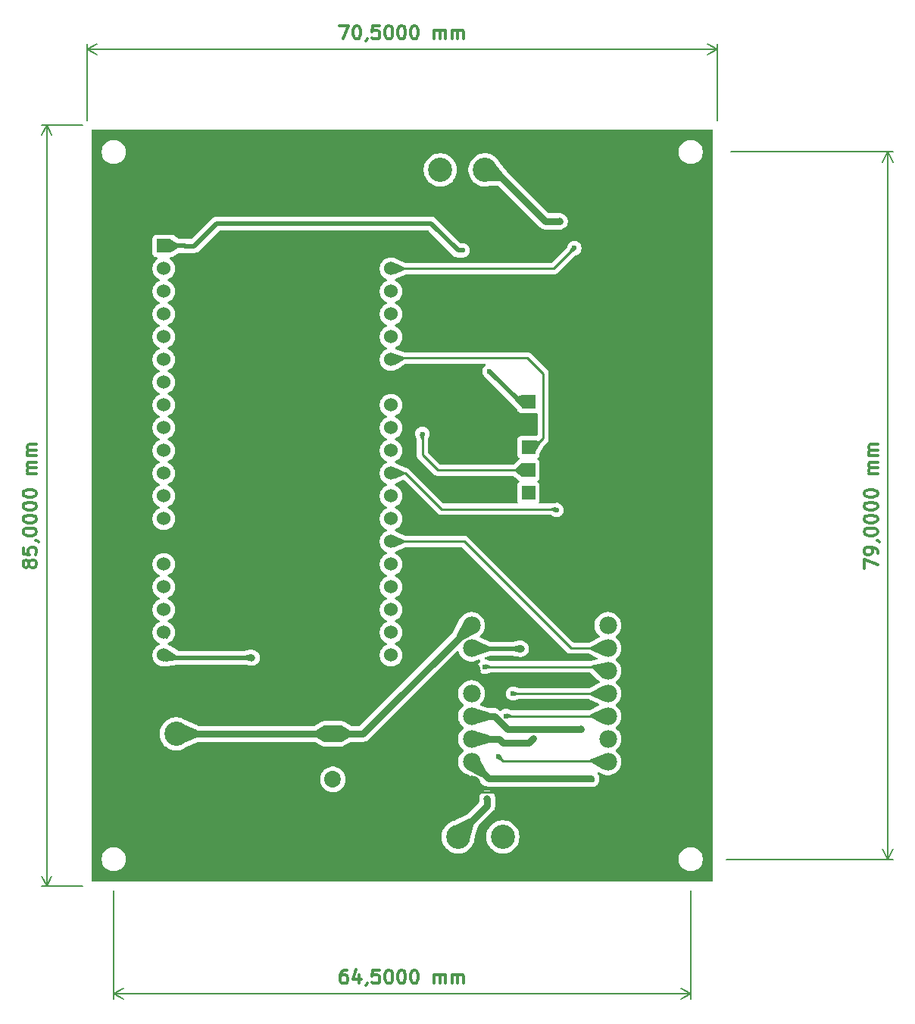
<source format=gbr>
%TF.GenerationSoftware,KiCad,Pcbnew,9.0.1*%
%TF.CreationDate,2025-04-18T16:29:56+02:00*%
%TF.ProjectId,Pendulo_Invertido,50656e64-756c-46f5-9f49-6e7665727469,rev?*%
%TF.SameCoordinates,Original*%
%TF.FileFunction,Copper,L1,Top*%
%TF.FilePolarity,Positive*%
%FSLAX46Y46*%
G04 Gerber Fmt 4.6, Leading zero omitted, Abs format (unit mm)*
G04 Created by KiCad (PCBNEW 9.0.1) date 2025-04-18 16:29:56*
%MOMM*%
%LPD*%
G01*
G04 APERTURE LIST*
%ADD10C,0.300000*%
%TA.AperFunction,NonConductor*%
%ADD11C,0.300000*%
%TD*%
%TA.AperFunction,NonConductor*%
%ADD12C,0.200000*%
%TD*%
%TA.AperFunction,ComponentPad*%
%ADD13R,1.508000X1.508000*%
%TD*%
%TA.AperFunction,ComponentPad*%
%ADD14C,1.980000*%
%TD*%
%TA.AperFunction,ComponentPad*%
%ADD15R,1.860000X1.860000*%
%TD*%
%TA.AperFunction,ComponentPad*%
%ADD16C,1.860000*%
%TD*%
%TA.AperFunction,ComponentPad*%
%ADD17C,2.700000*%
%TD*%
%TA.AperFunction,ComponentPad*%
%ADD18R,1.530000X1.530000*%
%TD*%
%TA.AperFunction,ComponentPad*%
%ADD19C,1.530000*%
%TD*%
%TA.AperFunction,ViaPad*%
%ADD20C,0.600000*%
%TD*%
%TA.AperFunction,ViaPad*%
%ADD21C,0.800000*%
%TD*%
%TA.AperFunction,Conductor*%
%ADD22C,0.250000*%
%TD*%
%TA.AperFunction,Conductor*%
%ADD23C,0.800000*%
%TD*%
%TA.AperFunction,Conductor*%
%ADD24C,0.550000*%
%TD*%
G04 APERTURE END LIST*
D10*
D11*
X128383266Y-145472578D02*
X128097551Y-145472578D01*
X128097551Y-145472578D02*
X127954694Y-145544007D01*
X127954694Y-145544007D02*
X127883266Y-145615435D01*
X127883266Y-145615435D02*
X127740408Y-145829721D01*
X127740408Y-145829721D02*
X127668980Y-146115435D01*
X127668980Y-146115435D02*
X127668980Y-146686864D01*
X127668980Y-146686864D02*
X127740408Y-146829721D01*
X127740408Y-146829721D02*
X127811837Y-146901150D01*
X127811837Y-146901150D02*
X127954694Y-146972578D01*
X127954694Y-146972578D02*
X128240408Y-146972578D01*
X128240408Y-146972578D02*
X128383266Y-146901150D01*
X128383266Y-146901150D02*
X128454694Y-146829721D01*
X128454694Y-146829721D02*
X128526123Y-146686864D01*
X128526123Y-146686864D02*
X128526123Y-146329721D01*
X128526123Y-146329721D02*
X128454694Y-146186864D01*
X128454694Y-146186864D02*
X128383266Y-146115435D01*
X128383266Y-146115435D02*
X128240408Y-146044007D01*
X128240408Y-146044007D02*
X127954694Y-146044007D01*
X127954694Y-146044007D02*
X127811837Y-146115435D01*
X127811837Y-146115435D02*
X127740408Y-146186864D01*
X127740408Y-146186864D02*
X127668980Y-146329721D01*
X129811837Y-145972578D02*
X129811837Y-146972578D01*
X129454694Y-145401150D02*
X129097551Y-146472578D01*
X129097551Y-146472578D02*
X130026122Y-146472578D01*
X130668979Y-146901150D02*
X130668979Y-146972578D01*
X130668979Y-146972578D02*
X130597550Y-147115435D01*
X130597550Y-147115435D02*
X130526122Y-147186864D01*
X132026122Y-145472578D02*
X131311836Y-145472578D01*
X131311836Y-145472578D02*
X131240408Y-146186864D01*
X131240408Y-146186864D02*
X131311836Y-146115435D01*
X131311836Y-146115435D02*
X131454694Y-146044007D01*
X131454694Y-146044007D02*
X131811836Y-146044007D01*
X131811836Y-146044007D02*
X131954694Y-146115435D01*
X131954694Y-146115435D02*
X132026122Y-146186864D01*
X132026122Y-146186864D02*
X132097551Y-146329721D01*
X132097551Y-146329721D02*
X132097551Y-146686864D01*
X132097551Y-146686864D02*
X132026122Y-146829721D01*
X132026122Y-146829721D02*
X131954694Y-146901150D01*
X131954694Y-146901150D02*
X131811836Y-146972578D01*
X131811836Y-146972578D02*
X131454694Y-146972578D01*
X131454694Y-146972578D02*
X131311836Y-146901150D01*
X131311836Y-146901150D02*
X131240408Y-146829721D01*
X133026122Y-145472578D02*
X133168979Y-145472578D01*
X133168979Y-145472578D02*
X133311836Y-145544007D01*
X133311836Y-145544007D02*
X133383265Y-145615435D01*
X133383265Y-145615435D02*
X133454693Y-145758292D01*
X133454693Y-145758292D02*
X133526122Y-146044007D01*
X133526122Y-146044007D02*
X133526122Y-146401150D01*
X133526122Y-146401150D02*
X133454693Y-146686864D01*
X133454693Y-146686864D02*
X133383265Y-146829721D01*
X133383265Y-146829721D02*
X133311836Y-146901150D01*
X133311836Y-146901150D02*
X133168979Y-146972578D01*
X133168979Y-146972578D02*
X133026122Y-146972578D01*
X133026122Y-146972578D02*
X132883265Y-146901150D01*
X132883265Y-146901150D02*
X132811836Y-146829721D01*
X132811836Y-146829721D02*
X132740407Y-146686864D01*
X132740407Y-146686864D02*
X132668979Y-146401150D01*
X132668979Y-146401150D02*
X132668979Y-146044007D01*
X132668979Y-146044007D02*
X132740407Y-145758292D01*
X132740407Y-145758292D02*
X132811836Y-145615435D01*
X132811836Y-145615435D02*
X132883265Y-145544007D01*
X132883265Y-145544007D02*
X133026122Y-145472578D01*
X134454693Y-145472578D02*
X134597550Y-145472578D01*
X134597550Y-145472578D02*
X134740407Y-145544007D01*
X134740407Y-145544007D02*
X134811836Y-145615435D01*
X134811836Y-145615435D02*
X134883264Y-145758292D01*
X134883264Y-145758292D02*
X134954693Y-146044007D01*
X134954693Y-146044007D02*
X134954693Y-146401150D01*
X134954693Y-146401150D02*
X134883264Y-146686864D01*
X134883264Y-146686864D02*
X134811836Y-146829721D01*
X134811836Y-146829721D02*
X134740407Y-146901150D01*
X134740407Y-146901150D02*
X134597550Y-146972578D01*
X134597550Y-146972578D02*
X134454693Y-146972578D01*
X134454693Y-146972578D02*
X134311836Y-146901150D01*
X134311836Y-146901150D02*
X134240407Y-146829721D01*
X134240407Y-146829721D02*
X134168978Y-146686864D01*
X134168978Y-146686864D02*
X134097550Y-146401150D01*
X134097550Y-146401150D02*
X134097550Y-146044007D01*
X134097550Y-146044007D02*
X134168978Y-145758292D01*
X134168978Y-145758292D02*
X134240407Y-145615435D01*
X134240407Y-145615435D02*
X134311836Y-145544007D01*
X134311836Y-145544007D02*
X134454693Y-145472578D01*
X135883264Y-145472578D02*
X136026121Y-145472578D01*
X136026121Y-145472578D02*
X136168978Y-145544007D01*
X136168978Y-145544007D02*
X136240407Y-145615435D01*
X136240407Y-145615435D02*
X136311835Y-145758292D01*
X136311835Y-145758292D02*
X136383264Y-146044007D01*
X136383264Y-146044007D02*
X136383264Y-146401150D01*
X136383264Y-146401150D02*
X136311835Y-146686864D01*
X136311835Y-146686864D02*
X136240407Y-146829721D01*
X136240407Y-146829721D02*
X136168978Y-146901150D01*
X136168978Y-146901150D02*
X136026121Y-146972578D01*
X136026121Y-146972578D02*
X135883264Y-146972578D01*
X135883264Y-146972578D02*
X135740407Y-146901150D01*
X135740407Y-146901150D02*
X135668978Y-146829721D01*
X135668978Y-146829721D02*
X135597549Y-146686864D01*
X135597549Y-146686864D02*
X135526121Y-146401150D01*
X135526121Y-146401150D02*
X135526121Y-146044007D01*
X135526121Y-146044007D02*
X135597549Y-145758292D01*
X135597549Y-145758292D02*
X135668978Y-145615435D01*
X135668978Y-145615435D02*
X135740407Y-145544007D01*
X135740407Y-145544007D02*
X135883264Y-145472578D01*
X138168977Y-146972578D02*
X138168977Y-145972578D01*
X138168977Y-146115435D02*
X138240406Y-146044007D01*
X138240406Y-146044007D02*
X138383263Y-145972578D01*
X138383263Y-145972578D02*
X138597549Y-145972578D01*
X138597549Y-145972578D02*
X138740406Y-146044007D01*
X138740406Y-146044007D02*
X138811835Y-146186864D01*
X138811835Y-146186864D02*
X138811835Y-146972578D01*
X138811835Y-146186864D02*
X138883263Y-146044007D01*
X138883263Y-146044007D02*
X139026120Y-145972578D01*
X139026120Y-145972578D02*
X139240406Y-145972578D01*
X139240406Y-145972578D02*
X139383263Y-146044007D01*
X139383263Y-146044007D02*
X139454692Y-146186864D01*
X139454692Y-146186864D02*
X139454692Y-146972578D01*
X140168977Y-146972578D02*
X140168977Y-145972578D01*
X140168977Y-146115435D02*
X140240406Y-146044007D01*
X140240406Y-146044007D02*
X140383263Y-145972578D01*
X140383263Y-145972578D02*
X140597549Y-145972578D01*
X140597549Y-145972578D02*
X140740406Y-146044007D01*
X140740406Y-146044007D02*
X140811835Y-146186864D01*
X140811835Y-146186864D02*
X140811835Y-146972578D01*
X140811835Y-146186864D02*
X140883263Y-146044007D01*
X140883263Y-146044007D02*
X141026120Y-145972578D01*
X141026120Y-145972578D02*
X141240406Y-145972578D01*
X141240406Y-145972578D02*
X141383263Y-146044007D01*
X141383263Y-146044007D02*
X141454692Y-146186864D01*
X141454692Y-146186864D02*
X141454692Y-146972578D01*
D12*
X102347550Y-136594250D02*
X102347550Y-148680670D01*
X166847550Y-148680670D02*
X166847550Y-136594250D01*
X102347550Y-148094250D02*
X166847550Y-148094250D01*
X102347550Y-148094250D02*
X103474054Y-147507829D01*
X102347550Y-148094250D02*
X103474054Y-148680671D01*
X166847550Y-148094250D02*
X165721046Y-148680671D01*
X166847550Y-148094250D02*
X165721046Y-147507829D01*
D10*
D11*
X92868735Y-100237105D02*
X92797307Y-100379962D01*
X92797307Y-100379962D02*
X92725878Y-100451391D01*
X92725878Y-100451391D02*
X92583021Y-100522819D01*
X92583021Y-100522819D02*
X92511592Y-100522819D01*
X92511592Y-100522819D02*
X92368735Y-100451391D01*
X92368735Y-100451391D02*
X92297307Y-100379962D01*
X92297307Y-100379962D02*
X92225878Y-100237105D01*
X92225878Y-100237105D02*
X92225878Y-99951391D01*
X92225878Y-99951391D02*
X92297307Y-99808534D01*
X92297307Y-99808534D02*
X92368735Y-99737105D01*
X92368735Y-99737105D02*
X92511592Y-99665676D01*
X92511592Y-99665676D02*
X92583021Y-99665676D01*
X92583021Y-99665676D02*
X92725878Y-99737105D01*
X92725878Y-99737105D02*
X92797307Y-99808534D01*
X92797307Y-99808534D02*
X92868735Y-99951391D01*
X92868735Y-99951391D02*
X92868735Y-100237105D01*
X92868735Y-100237105D02*
X92940164Y-100379962D01*
X92940164Y-100379962D02*
X93011592Y-100451391D01*
X93011592Y-100451391D02*
X93154450Y-100522819D01*
X93154450Y-100522819D02*
X93440164Y-100522819D01*
X93440164Y-100522819D02*
X93583021Y-100451391D01*
X93583021Y-100451391D02*
X93654450Y-100379962D01*
X93654450Y-100379962D02*
X93725878Y-100237105D01*
X93725878Y-100237105D02*
X93725878Y-99951391D01*
X93725878Y-99951391D02*
X93654450Y-99808534D01*
X93654450Y-99808534D02*
X93583021Y-99737105D01*
X93583021Y-99737105D02*
X93440164Y-99665676D01*
X93440164Y-99665676D02*
X93154450Y-99665676D01*
X93154450Y-99665676D02*
X93011592Y-99737105D01*
X93011592Y-99737105D02*
X92940164Y-99808534D01*
X92940164Y-99808534D02*
X92868735Y-99951391D01*
X92225878Y-98308534D02*
X92225878Y-99022820D01*
X92225878Y-99022820D02*
X92940164Y-99094248D01*
X92940164Y-99094248D02*
X92868735Y-99022820D01*
X92868735Y-99022820D02*
X92797307Y-98879963D01*
X92797307Y-98879963D02*
X92797307Y-98522820D01*
X92797307Y-98522820D02*
X92868735Y-98379963D01*
X92868735Y-98379963D02*
X92940164Y-98308534D01*
X92940164Y-98308534D02*
X93083021Y-98237105D01*
X93083021Y-98237105D02*
X93440164Y-98237105D01*
X93440164Y-98237105D02*
X93583021Y-98308534D01*
X93583021Y-98308534D02*
X93654450Y-98379963D01*
X93654450Y-98379963D02*
X93725878Y-98522820D01*
X93725878Y-98522820D02*
X93725878Y-98879963D01*
X93725878Y-98879963D02*
X93654450Y-99022820D01*
X93654450Y-99022820D02*
X93583021Y-99094248D01*
X93654450Y-97522820D02*
X93725878Y-97522820D01*
X93725878Y-97522820D02*
X93868735Y-97594249D01*
X93868735Y-97594249D02*
X93940164Y-97665677D01*
X92225878Y-96594248D02*
X92225878Y-96451391D01*
X92225878Y-96451391D02*
X92297307Y-96308534D01*
X92297307Y-96308534D02*
X92368735Y-96237106D01*
X92368735Y-96237106D02*
X92511592Y-96165677D01*
X92511592Y-96165677D02*
X92797307Y-96094248D01*
X92797307Y-96094248D02*
X93154450Y-96094248D01*
X93154450Y-96094248D02*
X93440164Y-96165677D01*
X93440164Y-96165677D02*
X93583021Y-96237106D01*
X93583021Y-96237106D02*
X93654450Y-96308534D01*
X93654450Y-96308534D02*
X93725878Y-96451391D01*
X93725878Y-96451391D02*
X93725878Y-96594248D01*
X93725878Y-96594248D02*
X93654450Y-96737106D01*
X93654450Y-96737106D02*
X93583021Y-96808534D01*
X93583021Y-96808534D02*
X93440164Y-96879963D01*
X93440164Y-96879963D02*
X93154450Y-96951391D01*
X93154450Y-96951391D02*
X92797307Y-96951391D01*
X92797307Y-96951391D02*
X92511592Y-96879963D01*
X92511592Y-96879963D02*
X92368735Y-96808534D01*
X92368735Y-96808534D02*
X92297307Y-96737106D01*
X92297307Y-96737106D02*
X92225878Y-96594248D01*
X92225878Y-95165677D02*
X92225878Y-95022820D01*
X92225878Y-95022820D02*
X92297307Y-94879963D01*
X92297307Y-94879963D02*
X92368735Y-94808535D01*
X92368735Y-94808535D02*
X92511592Y-94737106D01*
X92511592Y-94737106D02*
X92797307Y-94665677D01*
X92797307Y-94665677D02*
X93154450Y-94665677D01*
X93154450Y-94665677D02*
X93440164Y-94737106D01*
X93440164Y-94737106D02*
X93583021Y-94808535D01*
X93583021Y-94808535D02*
X93654450Y-94879963D01*
X93654450Y-94879963D02*
X93725878Y-95022820D01*
X93725878Y-95022820D02*
X93725878Y-95165677D01*
X93725878Y-95165677D02*
X93654450Y-95308535D01*
X93654450Y-95308535D02*
X93583021Y-95379963D01*
X93583021Y-95379963D02*
X93440164Y-95451392D01*
X93440164Y-95451392D02*
X93154450Y-95522820D01*
X93154450Y-95522820D02*
X92797307Y-95522820D01*
X92797307Y-95522820D02*
X92511592Y-95451392D01*
X92511592Y-95451392D02*
X92368735Y-95379963D01*
X92368735Y-95379963D02*
X92297307Y-95308535D01*
X92297307Y-95308535D02*
X92225878Y-95165677D01*
X92225878Y-93737106D02*
X92225878Y-93594249D01*
X92225878Y-93594249D02*
X92297307Y-93451392D01*
X92297307Y-93451392D02*
X92368735Y-93379964D01*
X92368735Y-93379964D02*
X92511592Y-93308535D01*
X92511592Y-93308535D02*
X92797307Y-93237106D01*
X92797307Y-93237106D02*
X93154450Y-93237106D01*
X93154450Y-93237106D02*
X93440164Y-93308535D01*
X93440164Y-93308535D02*
X93583021Y-93379964D01*
X93583021Y-93379964D02*
X93654450Y-93451392D01*
X93654450Y-93451392D02*
X93725878Y-93594249D01*
X93725878Y-93594249D02*
X93725878Y-93737106D01*
X93725878Y-93737106D02*
X93654450Y-93879964D01*
X93654450Y-93879964D02*
X93583021Y-93951392D01*
X93583021Y-93951392D02*
X93440164Y-94022821D01*
X93440164Y-94022821D02*
X93154450Y-94094249D01*
X93154450Y-94094249D02*
X92797307Y-94094249D01*
X92797307Y-94094249D02*
X92511592Y-94022821D01*
X92511592Y-94022821D02*
X92368735Y-93951392D01*
X92368735Y-93951392D02*
X92297307Y-93879964D01*
X92297307Y-93879964D02*
X92225878Y-93737106D01*
X92225878Y-92308535D02*
X92225878Y-92165678D01*
X92225878Y-92165678D02*
X92297307Y-92022821D01*
X92297307Y-92022821D02*
X92368735Y-91951393D01*
X92368735Y-91951393D02*
X92511592Y-91879964D01*
X92511592Y-91879964D02*
X92797307Y-91808535D01*
X92797307Y-91808535D02*
X93154450Y-91808535D01*
X93154450Y-91808535D02*
X93440164Y-91879964D01*
X93440164Y-91879964D02*
X93583021Y-91951393D01*
X93583021Y-91951393D02*
X93654450Y-92022821D01*
X93654450Y-92022821D02*
X93725878Y-92165678D01*
X93725878Y-92165678D02*
X93725878Y-92308535D01*
X93725878Y-92308535D02*
X93654450Y-92451393D01*
X93654450Y-92451393D02*
X93583021Y-92522821D01*
X93583021Y-92522821D02*
X93440164Y-92594250D01*
X93440164Y-92594250D02*
X93154450Y-92665678D01*
X93154450Y-92665678D02*
X92797307Y-92665678D01*
X92797307Y-92665678D02*
X92511592Y-92594250D01*
X92511592Y-92594250D02*
X92368735Y-92522821D01*
X92368735Y-92522821D02*
X92297307Y-92451393D01*
X92297307Y-92451393D02*
X92225878Y-92308535D01*
X93725878Y-90022822D02*
X92725878Y-90022822D01*
X92868735Y-90022822D02*
X92797307Y-89951393D01*
X92797307Y-89951393D02*
X92725878Y-89808536D01*
X92725878Y-89808536D02*
X92725878Y-89594250D01*
X92725878Y-89594250D02*
X92797307Y-89451393D01*
X92797307Y-89451393D02*
X92940164Y-89379965D01*
X92940164Y-89379965D02*
X93725878Y-89379965D01*
X92940164Y-89379965D02*
X92797307Y-89308536D01*
X92797307Y-89308536D02*
X92725878Y-89165679D01*
X92725878Y-89165679D02*
X92725878Y-88951393D01*
X92725878Y-88951393D02*
X92797307Y-88808536D01*
X92797307Y-88808536D02*
X92940164Y-88737107D01*
X92940164Y-88737107D02*
X93725878Y-88737107D01*
X93725878Y-88022822D02*
X92725878Y-88022822D01*
X92868735Y-88022822D02*
X92797307Y-87951393D01*
X92797307Y-87951393D02*
X92725878Y-87808536D01*
X92725878Y-87808536D02*
X92725878Y-87594250D01*
X92725878Y-87594250D02*
X92797307Y-87451393D01*
X92797307Y-87451393D02*
X92940164Y-87379965D01*
X92940164Y-87379965D02*
X93725878Y-87379965D01*
X92940164Y-87379965D02*
X92797307Y-87308536D01*
X92797307Y-87308536D02*
X92725878Y-87165679D01*
X92725878Y-87165679D02*
X92725878Y-86951393D01*
X92725878Y-86951393D02*
X92797307Y-86808536D01*
X92797307Y-86808536D02*
X92940164Y-86737107D01*
X92940164Y-86737107D02*
X93725878Y-86737107D01*
D12*
X98847550Y-51094250D02*
X94261130Y-51094250D01*
X94261130Y-136094250D02*
X98847550Y-136094250D01*
X94847550Y-51094250D02*
X94847550Y-136094250D01*
X94847550Y-51094250D02*
X95433971Y-52220754D01*
X94847550Y-51094250D02*
X94261129Y-52220754D01*
X94847550Y-136094250D02*
X94261129Y-134967746D01*
X94847550Y-136094250D02*
X95433971Y-134967746D01*
D10*
D11*
X127597551Y-39972578D02*
X128597551Y-39972578D01*
X128597551Y-39972578D02*
X127954694Y-41472578D01*
X129454694Y-39972578D02*
X129597551Y-39972578D01*
X129597551Y-39972578D02*
X129740408Y-40044007D01*
X129740408Y-40044007D02*
X129811837Y-40115435D01*
X129811837Y-40115435D02*
X129883265Y-40258292D01*
X129883265Y-40258292D02*
X129954694Y-40544007D01*
X129954694Y-40544007D02*
X129954694Y-40901150D01*
X129954694Y-40901150D02*
X129883265Y-41186864D01*
X129883265Y-41186864D02*
X129811837Y-41329721D01*
X129811837Y-41329721D02*
X129740408Y-41401150D01*
X129740408Y-41401150D02*
X129597551Y-41472578D01*
X129597551Y-41472578D02*
X129454694Y-41472578D01*
X129454694Y-41472578D02*
X129311837Y-41401150D01*
X129311837Y-41401150D02*
X129240408Y-41329721D01*
X129240408Y-41329721D02*
X129168979Y-41186864D01*
X129168979Y-41186864D02*
X129097551Y-40901150D01*
X129097551Y-40901150D02*
X129097551Y-40544007D01*
X129097551Y-40544007D02*
X129168979Y-40258292D01*
X129168979Y-40258292D02*
X129240408Y-40115435D01*
X129240408Y-40115435D02*
X129311837Y-40044007D01*
X129311837Y-40044007D02*
X129454694Y-39972578D01*
X130668979Y-41401150D02*
X130668979Y-41472578D01*
X130668979Y-41472578D02*
X130597550Y-41615435D01*
X130597550Y-41615435D02*
X130526122Y-41686864D01*
X132026122Y-39972578D02*
X131311836Y-39972578D01*
X131311836Y-39972578D02*
X131240408Y-40686864D01*
X131240408Y-40686864D02*
X131311836Y-40615435D01*
X131311836Y-40615435D02*
X131454694Y-40544007D01*
X131454694Y-40544007D02*
X131811836Y-40544007D01*
X131811836Y-40544007D02*
X131954694Y-40615435D01*
X131954694Y-40615435D02*
X132026122Y-40686864D01*
X132026122Y-40686864D02*
X132097551Y-40829721D01*
X132097551Y-40829721D02*
X132097551Y-41186864D01*
X132097551Y-41186864D02*
X132026122Y-41329721D01*
X132026122Y-41329721D02*
X131954694Y-41401150D01*
X131954694Y-41401150D02*
X131811836Y-41472578D01*
X131811836Y-41472578D02*
X131454694Y-41472578D01*
X131454694Y-41472578D02*
X131311836Y-41401150D01*
X131311836Y-41401150D02*
X131240408Y-41329721D01*
X133026122Y-39972578D02*
X133168979Y-39972578D01*
X133168979Y-39972578D02*
X133311836Y-40044007D01*
X133311836Y-40044007D02*
X133383265Y-40115435D01*
X133383265Y-40115435D02*
X133454693Y-40258292D01*
X133454693Y-40258292D02*
X133526122Y-40544007D01*
X133526122Y-40544007D02*
X133526122Y-40901150D01*
X133526122Y-40901150D02*
X133454693Y-41186864D01*
X133454693Y-41186864D02*
X133383265Y-41329721D01*
X133383265Y-41329721D02*
X133311836Y-41401150D01*
X133311836Y-41401150D02*
X133168979Y-41472578D01*
X133168979Y-41472578D02*
X133026122Y-41472578D01*
X133026122Y-41472578D02*
X132883265Y-41401150D01*
X132883265Y-41401150D02*
X132811836Y-41329721D01*
X132811836Y-41329721D02*
X132740407Y-41186864D01*
X132740407Y-41186864D02*
X132668979Y-40901150D01*
X132668979Y-40901150D02*
X132668979Y-40544007D01*
X132668979Y-40544007D02*
X132740407Y-40258292D01*
X132740407Y-40258292D02*
X132811836Y-40115435D01*
X132811836Y-40115435D02*
X132883265Y-40044007D01*
X132883265Y-40044007D02*
X133026122Y-39972578D01*
X134454693Y-39972578D02*
X134597550Y-39972578D01*
X134597550Y-39972578D02*
X134740407Y-40044007D01*
X134740407Y-40044007D02*
X134811836Y-40115435D01*
X134811836Y-40115435D02*
X134883264Y-40258292D01*
X134883264Y-40258292D02*
X134954693Y-40544007D01*
X134954693Y-40544007D02*
X134954693Y-40901150D01*
X134954693Y-40901150D02*
X134883264Y-41186864D01*
X134883264Y-41186864D02*
X134811836Y-41329721D01*
X134811836Y-41329721D02*
X134740407Y-41401150D01*
X134740407Y-41401150D02*
X134597550Y-41472578D01*
X134597550Y-41472578D02*
X134454693Y-41472578D01*
X134454693Y-41472578D02*
X134311836Y-41401150D01*
X134311836Y-41401150D02*
X134240407Y-41329721D01*
X134240407Y-41329721D02*
X134168978Y-41186864D01*
X134168978Y-41186864D02*
X134097550Y-40901150D01*
X134097550Y-40901150D02*
X134097550Y-40544007D01*
X134097550Y-40544007D02*
X134168978Y-40258292D01*
X134168978Y-40258292D02*
X134240407Y-40115435D01*
X134240407Y-40115435D02*
X134311836Y-40044007D01*
X134311836Y-40044007D02*
X134454693Y-39972578D01*
X135883264Y-39972578D02*
X136026121Y-39972578D01*
X136026121Y-39972578D02*
X136168978Y-40044007D01*
X136168978Y-40044007D02*
X136240407Y-40115435D01*
X136240407Y-40115435D02*
X136311835Y-40258292D01*
X136311835Y-40258292D02*
X136383264Y-40544007D01*
X136383264Y-40544007D02*
X136383264Y-40901150D01*
X136383264Y-40901150D02*
X136311835Y-41186864D01*
X136311835Y-41186864D02*
X136240407Y-41329721D01*
X136240407Y-41329721D02*
X136168978Y-41401150D01*
X136168978Y-41401150D02*
X136026121Y-41472578D01*
X136026121Y-41472578D02*
X135883264Y-41472578D01*
X135883264Y-41472578D02*
X135740407Y-41401150D01*
X135740407Y-41401150D02*
X135668978Y-41329721D01*
X135668978Y-41329721D02*
X135597549Y-41186864D01*
X135597549Y-41186864D02*
X135526121Y-40901150D01*
X135526121Y-40901150D02*
X135526121Y-40544007D01*
X135526121Y-40544007D02*
X135597549Y-40258292D01*
X135597549Y-40258292D02*
X135668978Y-40115435D01*
X135668978Y-40115435D02*
X135740407Y-40044007D01*
X135740407Y-40044007D02*
X135883264Y-39972578D01*
X138168977Y-41472578D02*
X138168977Y-40472578D01*
X138168977Y-40615435D02*
X138240406Y-40544007D01*
X138240406Y-40544007D02*
X138383263Y-40472578D01*
X138383263Y-40472578D02*
X138597549Y-40472578D01*
X138597549Y-40472578D02*
X138740406Y-40544007D01*
X138740406Y-40544007D02*
X138811835Y-40686864D01*
X138811835Y-40686864D02*
X138811835Y-41472578D01*
X138811835Y-40686864D02*
X138883263Y-40544007D01*
X138883263Y-40544007D02*
X139026120Y-40472578D01*
X139026120Y-40472578D02*
X139240406Y-40472578D01*
X139240406Y-40472578D02*
X139383263Y-40544007D01*
X139383263Y-40544007D02*
X139454692Y-40686864D01*
X139454692Y-40686864D02*
X139454692Y-41472578D01*
X140168977Y-41472578D02*
X140168977Y-40472578D01*
X140168977Y-40615435D02*
X140240406Y-40544007D01*
X140240406Y-40544007D02*
X140383263Y-40472578D01*
X140383263Y-40472578D02*
X140597549Y-40472578D01*
X140597549Y-40472578D02*
X140740406Y-40544007D01*
X140740406Y-40544007D02*
X140811835Y-40686864D01*
X140811835Y-40686864D02*
X140811835Y-41472578D01*
X140811835Y-40686864D02*
X140883263Y-40544007D01*
X140883263Y-40544007D02*
X141026120Y-40472578D01*
X141026120Y-40472578D02*
X141240406Y-40472578D01*
X141240406Y-40472578D02*
X141383263Y-40544007D01*
X141383263Y-40544007D02*
X141454692Y-40686864D01*
X141454692Y-40686864D02*
X141454692Y-41472578D01*
D12*
X99347550Y-50594250D02*
X99347550Y-42007830D01*
X169847550Y-42007830D02*
X169847550Y-50594250D01*
X99347550Y-42594250D02*
X169847550Y-42594250D01*
X99347550Y-42594250D02*
X100474054Y-42007829D01*
X99347550Y-42594250D02*
X100474054Y-43180671D01*
X169847550Y-42594250D02*
X168721046Y-43180671D01*
X169847550Y-42594250D02*
X168721046Y-42007829D01*
D10*
D11*
X186225878Y-100594248D02*
X186225878Y-99594248D01*
X186225878Y-99594248D02*
X187725878Y-100237105D01*
X187725878Y-98951391D02*
X187725878Y-98665677D01*
X187725878Y-98665677D02*
X187654450Y-98522820D01*
X187654450Y-98522820D02*
X187583021Y-98451391D01*
X187583021Y-98451391D02*
X187368735Y-98308534D01*
X187368735Y-98308534D02*
X187083021Y-98237105D01*
X187083021Y-98237105D02*
X186511592Y-98237105D01*
X186511592Y-98237105D02*
X186368735Y-98308534D01*
X186368735Y-98308534D02*
X186297307Y-98379963D01*
X186297307Y-98379963D02*
X186225878Y-98522820D01*
X186225878Y-98522820D02*
X186225878Y-98808534D01*
X186225878Y-98808534D02*
X186297307Y-98951391D01*
X186297307Y-98951391D02*
X186368735Y-99022820D01*
X186368735Y-99022820D02*
X186511592Y-99094248D01*
X186511592Y-99094248D02*
X186868735Y-99094248D01*
X186868735Y-99094248D02*
X187011592Y-99022820D01*
X187011592Y-99022820D02*
X187083021Y-98951391D01*
X187083021Y-98951391D02*
X187154450Y-98808534D01*
X187154450Y-98808534D02*
X187154450Y-98522820D01*
X187154450Y-98522820D02*
X187083021Y-98379963D01*
X187083021Y-98379963D02*
X187011592Y-98308534D01*
X187011592Y-98308534D02*
X186868735Y-98237105D01*
X187654450Y-97522820D02*
X187725878Y-97522820D01*
X187725878Y-97522820D02*
X187868735Y-97594249D01*
X187868735Y-97594249D02*
X187940164Y-97665677D01*
X186225878Y-96594248D02*
X186225878Y-96451391D01*
X186225878Y-96451391D02*
X186297307Y-96308534D01*
X186297307Y-96308534D02*
X186368735Y-96237106D01*
X186368735Y-96237106D02*
X186511592Y-96165677D01*
X186511592Y-96165677D02*
X186797307Y-96094248D01*
X186797307Y-96094248D02*
X187154450Y-96094248D01*
X187154450Y-96094248D02*
X187440164Y-96165677D01*
X187440164Y-96165677D02*
X187583021Y-96237106D01*
X187583021Y-96237106D02*
X187654450Y-96308534D01*
X187654450Y-96308534D02*
X187725878Y-96451391D01*
X187725878Y-96451391D02*
X187725878Y-96594248D01*
X187725878Y-96594248D02*
X187654450Y-96737106D01*
X187654450Y-96737106D02*
X187583021Y-96808534D01*
X187583021Y-96808534D02*
X187440164Y-96879963D01*
X187440164Y-96879963D02*
X187154450Y-96951391D01*
X187154450Y-96951391D02*
X186797307Y-96951391D01*
X186797307Y-96951391D02*
X186511592Y-96879963D01*
X186511592Y-96879963D02*
X186368735Y-96808534D01*
X186368735Y-96808534D02*
X186297307Y-96737106D01*
X186297307Y-96737106D02*
X186225878Y-96594248D01*
X186225878Y-95165677D02*
X186225878Y-95022820D01*
X186225878Y-95022820D02*
X186297307Y-94879963D01*
X186297307Y-94879963D02*
X186368735Y-94808535D01*
X186368735Y-94808535D02*
X186511592Y-94737106D01*
X186511592Y-94737106D02*
X186797307Y-94665677D01*
X186797307Y-94665677D02*
X187154450Y-94665677D01*
X187154450Y-94665677D02*
X187440164Y-94737106D01*
X187440164Y-94737106D02*
X187583021Y-94808535D01*
X187583021Y-94808535D02*
X187654450Y-94879963D01*
X187654450Y-94879963D02*
X187725878Y-95022820D01*
X187725878Y-95022820D02*
X187725878Y-95165677D01*
X187725878Y-95165677D02*
X187654450Y-95308535D01*
X187654450Y-95308535D02*
X187583021Y-95379963D01*
X187583021Y-95379963D02*
X187440164Y-95451392D01*
X187440164Y-95451392D02*
X187154450Y-95522820D01*
X187154450Y-95522820D02*
X186797307Y-95522820D01*
X186797307Y-95522820D02*
X186511592Y-95451392D01*
X186511592Y-95451392D02*
X186368735Y-95379963D01*
X186368735Y-95379963D02*
X186297307Y-95308535D01*
X186297307Y-95308535D02*
X186225878Y-95165677D01*
X186225878Y-93737106D02*
X186225878Y-93594249D01*
X186225878Y-93594249D02*
X186297307Y-93451392D01*
X186297307Y-93451392D02*
X186368735Y-93379964D01*
X186368735Y-93379964D02*
X186511592Y-93308535D01*
X186511592Y-93308535D02*
X186797307Y-93237106D01*
X186797307Y-93237106D02*
X187154450Y-93237106D01*
X187154450Y-93237106D02*
X187440164Y-93308535D01*
X187440164Y-93308535D02*
X187583021Y-93379964D01*
X187583021Y-93379964D02*
X187654450Y-93451392D01*
X187654450Y-93451392D02*
X187725878Y-93594249D01*
X187725878Y-93594249D02*
X187725878Y-93737106D01*
X187725878Y-93737106D02*
X187654450Y-93879964D01*
X187654450Y-93879964D02*
X187583021Y-93951392D01*
X187583021Y-93951392D02*
X187440164Y-94022821D01*
X187440164Y-94022821D02*
X187154450Y-94094249D01*
X187154450Y-94094249D02*
X186797307Y-94094249D01*
X186797307Y-94094249D02*
X186511592Y-94022821D01*
X186511592Y-94022821D02*
X186368735Y-93951392D01*
X186368735Y-93951392D02*
X186297307Y-93879964D01*
X186297307Y-93879964D02*
X186225878Y-93737106D01*
X186225878Y-92308535D02*
X186225878Y-92165678D01*
X186225878Y-92165678D02*
X186297307Y-92022821D01*
X186297307Y-92022821D02*
X186368735Y-91951393D01*
X186368735Y-91951393D02*
X186511592Y-91879964D01*
X186511592Y-91879964D02*
X186797307Y-91808535D01*
X186797307Y-91808535D02*
X187154450Y-91808535D01*
X187154450Y-91808535D02*
X187440164Y-91879964D01*
X187440164Y-91879964D02*
X187583021Y-91951393D01*
X187583021Y-91951393D02*
X187654450Y-92022821D01*
X187654450Y-92022821D02*
X187725878Y-92165678D01*
X187725878Y-92165678D02*
X187725878Y-92308535D01*
X187725878Y-92308535D02*
X187654450Y-92451393D01*
X187654450Y-92451393D02*
X187583021Y-92522821D01*
X187583021Y-92522821D02*
X187440164Y-92594250D01*
X187440164Y-92594250D02*
X187154450Y-92665678D01*
X187154450Y-92665678D02*
X186797307Y-92665678D01*
X186797307Y-92665678D02*
X186511592Y-92594250D01*
X186511592Y-92594250D02*
X186368735Y-92522821D01*
X186368735Y-92522821D02*
X186297307Y-92451393D01*
X186297307Y-92451393D02*
X186225878Y-92308535D01*
X187725878Y-90022822D02*
X186725878Y-90022822D01*
X186868735Y-90022822D02*
X186797307Y-89951393D01*
X186797307Y-89951393D02*
X186725878Y-89808536D01*
X186725878Y-89808536D02*
X186725878Y-89594250D01*
X186725878Y-89594250D02*
X186797307Y-89451393D01*
X186797307Y-89451393D02*
X186940164Y-89379965D01*
X186940164Y-89379965D02*
X187725878Y-89379965D01*
X186940164Y-89379965D02*
X186797307Y-89308536D01*
X186797307Y-89308536D02*
X186725878Y-89165679D01*
X186725878Y-89165679D02*
X186725878Y-88951393D01*
X186725878Y-88951393D02*
X186797307Y-88808536D01*
X186797307Y-88808536D02*
X186940164Y-88737107D01*
X186940164Y-88737107D02*
X187725878Y-88737107D01*
X187725878Y-88022822D02*
X186725878Y-88022822D01*
X186868735Y-88022822D02*
X186797307Y-87951393D01*
X186797307Y-87951393D02*
X186725878Y-87808536D01*
X186725878Y-87808536D02*
X186725878Y-87594250D01*
X186725878Y-87594250D02*
X186797307Y-87451393D01*
X186797307Y-87451393D02*
X186940164Y-87379965D01*
X186940164Y-87379965D02*
X187725878Y-87379965D01*
X186940164Y-87379965D02*
X186797307Y-87308536D01*
X186797307Y-87308536D02*
X186725878Y-87165679D01*
X186725878Y-87165679D02*
X186725878Y-86951393D01*
X186725878Y-86951393D02*
X186797307Y-86808536D01*
X186797307Y-86808536D02*
X186940164Y-86737107D01*
X186940164Y-86737107D02*
X187725878Y-86737107D01*
D12*
X170847550Y-133094250D02*
X189433970Y-133094250D01*
X189433970Y-54094250D02*
X171347550Y-54094250D01*
X188847550Y-133094250D02*
X188847550Y-54094250D01*
X188847550Y-133094250D02*
X188261129Y-131967746D01*
X188847550Y-133094250D02*
X189433971Y-131967746D01*
X188847550Y-54094250D02*
X189433971Y-55220754D01*
X188847550Y-54094250D02*
X188261129Y-55220754D01*
D13*
%TO.P,SEN0142,1,VIN*%
%TO.N,+3.3V*%
X148702550Y-82014250D03*
%TO.P,SEN0142,2,GND*%
%TO.N,GND*%
X148702550Y-84554250D03*
%TO.P,SEN0142,3,SDA*%
%TO.N,Net-(M1-SDA)*%
X148702550Y-87094250D03*
%TO.P,SEN0142,4,SCL*%
%TO.N,Net-(M1-SCL)*%
X148702550Y-89634250D03*
%TO.P,SEN0142,5,INT*%
%TO.N,unconnected-(M1-INT-Pad5)*%
X148702550Y-92174250D03*
%TD*%
D14*
%TO.P,ROB-1445,1,VM*%
%TO.N,+6V*%
X142347550Y-106974250D03*
%TO.P,ROB-1445,2,VCC*%
%TO.N,+3.3V*%
X142347550Y-109514250D03*
%TO.P,ROB-1445,3,GND*%
%TO.N,GND*%
X142347550Y-112054250D03*
%TO.P,ROB-1445,4,A01*%
%TO.N,Net-(U2-A01)*%
X142347550Y-114594250D03*
%TO.P,ROB-1445,5,A02*%
%TO.N,Net-(U2-A02)*%
X142347550Y-117134250D03*
%TO.P,ROB-1445,6,B02*%
%TO.N,Net-(U2-B02)*%
X142347550Y-119674250D03*
%TO.P,ROB-1445,7,B01*%
%TO.N,Net-(U2-B01)*%
X142347550Y-122214250D03*
%TO.P,ROB-1445,8,GND*%
%TO.N,GND*%
X142347550Y-124754250D03*
%TO.P,ROB-1445,9,GND*%
X157587550Y-124754250D03*
%TO.P,ROB-1445,10,PWMB*%
%TO.N,Net-(U1-IO16)*%
X157587550Y-122214250D03*
%TO.P,ROB-1445,11,BI2*%
%TO.N,Net-(U1-IO17)*%
X157587550Y-119674250D03*
%TO.P,ROB-1445,12,BI1*%
%TO.N,Net-(U1-IO5)*%
X157587550Y-117134250D03*
%TO.P,ROB-1445,13,STBY*%
%TO.N,Net-(U1-IO18)*%
X157587550Y-114594250D03*
%TO.P,ROB-1445,14,AI1*%
%TO.N,Net-(U1-IO4)*%
X157587550Y-112054250D03*
%TO.P,ROB-1445,15,AI2*%
%TO.N,Net-(U1-IO0)*%
X157587550Y-109514250D03*
%TO.P,ROB-1445,16,PWMA*%
%TO.N,Net-(U1-IO23)*%
X157587550Y-106974250D03*
%TD*%
D15*
%TO.P,LM7805CT,1,IN*%
%TO.N,+6V*%
X126847550Y-119094250D03*
D16*
%TO.P,LM7805CT,2,GND*%
%TO.N,GND*%
X126847550Y-121634250D03*
%TO.P,LM7805CT,3,OUT*%
%TO.N,+5V*%
X126847550Y-124174250D03*
%TD*%
D17*
%TO.P,XT 30 Alimentacion,P$1,+*%
%TO.N,+6V*%
X109347550Y-119094250D03*
%TO.P,XT 30 Alimentacion,P$2,-*%
%TO.N,GND*%
X109347550Y-124094250D03*
%TD*%
%TO.P,Motor DER.,P$1,+*%
%TO.N,Net-(U2-B01)*%
X138847550Y-56094250D03*
%TO.P,Motor DER.,P$2,-*%
%TO.N,Net-(U2-B02)*%
X143847550Y-56094250D03*
%TD*%
%TO.P,Motor IZ.,P$1,+*%
%TO.N,Net-(U2-A01)*%
X140847550Y-130594250D03*
%TO.P,Motor IZ.,P$2,-*%
%TO.N,Net-(U2-A02)*%
X145847550Y-130594250D03*
%TD*%
D18*
%TO.P,ESP32-DEVKITC-32D-F,1,3V3*%
%TO.N,+3.3V*%
X107946843Y-64594250D03*
D19*
%TO.P,ESP32-DEVKITC-32D-F,2,EN*%
%TO.N,unconnected-(U1-EN-Pad2)*%
X107946843Y-67134250D03*
%TO.P,ESP32-DEVKITC-32D-F,3,SENSOR_VP*%
%TO.N,unconnected-(U1-SENSOR_VP-Pad3)*%
X107946843Y-69674250D03*
%TO.P,ESP32-DEVKITC-32D-F,4,SENSOR_VN*%
%TO.N,unconnected-(U1-SENSOR_VN-Pad4)*%
X107946843Y-72214250D03*
%TO.P,ESP32-DEVKITC-32D-F,5,IO34*%
%TO.N,unconnected-(U1-IO34-Pad5)*%
X107946843Y-74754250D03*
%TO.P,ESP32-DEVKITC-32D-F,6,IO35*%
%TO.N,unconnected-(U1-IO35-Pad6)*%
X107946843Y-77294250D03*
%TO.P,ESP32-DEVKITC-32D-F,7,IO32*%
%TO.N,unconnected-(U1-IO32-Pad7)*%
X107946843Y-79834250D03*
%TO.P,ESP32-DEVKITC-32D-F,8,IO33*%
%TO.N,unconnected-(U1-IO33-Pad8)*%
X107946843Y-82374250D03*
%TO.P,ESP32-DEVKITC-32D-F,9,IO25*%
%TO.N,unconnected-(U1-IO25-Pad9)*%
X107946843Y-84914250D03*
%TO.P,ESP32-DEVKITC-32D-F,10,IO26*%
%TO.N,unconnected-(U1-IO26-Pad10)*%
X107946843Y-87454250D03*
%TO.P,ESP32-DEVKITC-32D-F,11,IO27*%
%TO.N,unconnected-(U1-IO27-Pad11)*%
X107946843Y-89994250D03*
%TO.P,ESP32-DEVKITC-32D-F,12,IO14*%
%TO.N,unconnected-(U1-IO14-Pad12)*%
X107946843Y-92534250D03*
%TO.P,ESP32-DEVKITC-32D-F,13,IO12*%
%TO.N,unconnected-(U1-IO12-Pad13)*%
X107946843Y-95074250D03*
%TO.P,ESP32-DEVKITC-32D-F,14,GND1*%
%TO.N,GND*%
X107946843Y-97614250D03*
%TO.P,ESP32-DEVKITC-32D-F,15,IO13*%
%TO.N,unconnected-(U1-IO13-Pad15)*%
X107946843Y-100154250D03*
%TO.P,ESP32-DEVKITC-32D-F,16,SD2*%
%TO.N,unconnected-(U1-SD2-Pad16)*%
X107946843Y-102694250D03*
%TO.P,ESP32-DEVKITC-32D-F,17,SD3*%
%TO.N,unconnected-(U1-SD3-Pad17)*%
X107946843Y-105234250D03*
%TO.P,ESP32-DEVKITC-32D-F,18,CMD*%
%TO.N,unconnected-(U1-CMD-Pad18)*%
X107946843Y-107774250D03*
%TO.P,ESP32-DEVKITC-32D-F,19,EXT_5V*%
%TO.N,+5V*%
X107946843Y-110314250D03*
%TO.P,ESP32-DEVKITC-32D-F,20,CLK*%
%TO.N,unconnected-(U1-CLK-Pad20)*%
X133346843Y-110314250D03*
%TO.P,ESP32-DEVKITC-32D-F,21,SD0*%
%TO.N,unconnected-(U1-SD0-Pad21)*%
X133346843Y-107774250D03*
%TO.P,ESP32-DEVKITC-32D-F,22,SD1*%
%TO.N,unconnected-(U1-SD1-Pad22)*%
X133346843Y-105234250D03*
%TO.P,ESP32-DEVKITC-32D-F,23,IO15*%
%TO.N,unconnected-(U1-IO15-Pad23)*%
X133346843Y-102694250D03*
%TO.P,ESP32-DEVKITC-32D-F,24,IO2*%
%TO.N,unconnected-(U1-IO2-Pad24)*%
X133346843Y-100154250D03*
%TO.P,ESP32-DEVKITC-32D-F,25,IO0*%
%TO.N,Net-(U1-IO0)*%
X133346843Y-97614250D03*
%TO.P,ESP32-DEVKITC-32D-F,26,IO4*%
%TO.N,Net-(U1-IO4)*%
X133346843Y-95074250D03*
%TO.P,ESP32-DEVKITC-32D-F,27,IO16*%
%TO.N,Net-(U1-IO16)*%
X133346843Y-92534250D03*
%TO.P,ESP32-DEVKITC-32D-F,28,IO17*%
%TO.N,Net-(U1-IO17)*%
X133346843Y-89994250D03*
%TO.P,ESP32-DEVKITC-32D-F,29,IO5*%
%TO.N,Net-(U1-IO5)*%
X133346843Y-87454250D03*
%TO.P,ESP32-DEVKITC-32D-F,30,IO18*%
%TO.N,Net-(U1-IO18)*%
X133346843Y-84914250D03*
%TO.P,ESP32-DEVKITC-32D-F,31,IO19*%
%TO.N,unconnected-(U1-IO19-Pad31)*%
X133346843Y-82374250D03*
%TO.P,ESP32-DEVKITC-32D-F,32,GND2*%
%TO.N,GND*%
X133346843Y-79834250D03*
%TO.P,ESP32-DEVKITC-32D-F,33,IO21*%
%TO.N,Net-(M1-SDA)*%
X133346843Y-77294250D03*
%TO.P,ESP32-DEVKITC-32D-F,34,RXD0*%
%TO.N,unconnected-(U1-RXD0-Pad34)*%
X133346843Y-74754250D03*
%TO.P,ESP32-DEVKITC-32D-F,35,TXD0*%
%TO.N,unconnected-(U1-TXD0-Pad35)*%
X133346843Y-72214250D03*
%TO.P,ESP32-DEVKITC-32D-F,36,IO22*%
%TO.N,Net-(M1-SCL)*%
X133346843Y-69674250D03*
%TO.P,ESP32-DEVKITC-32D-F,37,IO23*%
%TO.N,Net-(U1-IO23)*%
X133346843Y-67134250D03*
%TO.P,ESP32-DEVKITC-32D-F,38,GND3*%
%TO.N,GND*%
X133346843Y-64594250D03*
%TD*%
D20*
%TO.N,Net-(M1-SCL)*%
X136847550Y-85594250D03*
%TO.N,+3.3V*%
X141347550Y-65094250D03*
X144347550Y-78594250D03*
D21*
X147847550Y-109594250D03*
%TO.N,+5V*%
X117782550Y-110594250D03*
D20*
%TO.N,Net-(U1-IO16)*%
X145347550Y-121594250D03*
%TO.N,Net-(U1-IO5)*%
X146222750Y-117094250D03*
%TO.N,Net-(U1-IO23)*%
X153847550Y-64843623D03*
%TO.N,Net-(U1-IO18)*%
X146986450Y-114594250D03*
%TO.N,Net-(U1-IO17)*%
X151847550Y-94094250D03*
%TO.N,Net-(U1-IO4)*%
X143847550Y-111594250D03*
%TO.N,Net-(U2-B01)*%
X155842359Y-124219250D03*
D21*
%TO.N,Net-(U2-A01)*%
X144097550Y-126319250D03*
%TO.N,Net-(U2-A02)*%
X154579150Y-118594250D03*
%TO.N,Net-(U2-B02)*%
X152219950Y-61844250D03*
D20*
X149217450Y-119594250D03*
%TD*%
D22*
%TO.N,Net-(M1-SDA)*%
X148597550Y-77094250D02*
X133546843Y-77094250D01*
X149347550Y-87094250D02*
X150347550Y-86094250D01*
X133546843Y-77094250D02*
X133346843Y-77294250D01*
X150347550Y-86094250D02*
X150347550Y-78844250D01*
X148702550Y-87094250D02*
X149347550Y-87094250D01*
X150347550Y-78844250D02*
X148597550Y-77094250D01*
D23*
%TO.N,GND*%
X140397550Y-84554250D02*
X135677550Y-79834250D01*
D22*
X142347550Y-124754250D02*
X143187550Y-125594250D01*
D23*
X131017550Y-79834250D02*
X113237550Y-97614250D01*
X135677550Y-79834250D02*
X131017550Y-79834250D01*
X135187550Y-124754250D02*
X142347550Y-124754250D01*
X130307550Y-125094250D02*
X134847550Y-125094250D01*
X109347550Y-124094250D02*
X114137550Y-128884250D01*
D22*
X156747550Y-125594250D02*
X157587550Y-124754250D01*
X143187550Y-125594250D02*
X156747550Y-125594250D01*
D23*
X131057550Y-128884250D02*
X134847550Y-125094250D01*
X113237550Y-97614250D02*
X107946843Y-97614250D01*
X114137550Y-128884250D02*
X131057550Y-128884250D01*
X126847550Y-121634250D02*
X130307550Y-125094250D01*
X134847550Y-125094250D02*
X135187550Y-124754250D01*
X148702550Y-84554250D02*
X140397550Y-84554250D01*
D22*
%TO.N,Net-(M1-SCL)*%
X136847550Y-85594250D02*
X136847550Y-87945750D01*
X138536050Y-89634250D02*
X148702550Y-89634250D01*
X136847550Y-87945750D02*
X138536050Y-89634250D01*
D24*
%TO.N,+3.3V*%
X147847550Y-109594250D02*
X142427550Y-109594250D01*
X147767550Y-82014250D02*
X148702550Y-82014250D01*
X111345900Y-64595900D02*
X113847550Y-62094250D01*
X110279200Y-64595900D02*
X111345900Y-64595900D01*
X110279200Y-64595900D02*
X110277550Y-64594250D01*
X113847550Y-62094250D02*
X137847550Y-62094250D01*
X110277550Y-64594250D02*
X107946843Y-64594250D01*
X144347550Y-78594250D02*
X147767550Y-82014250D01*
X140847550Y-65094250D02*
X141347550Y-65094250D01*
X137847550Y-62094250D02*
X140847550Y-65094250D01*
X142427550Y-109594250D02*
X142347550Y-109514250D01*
%TO.N,+5V*%
X108226843Y-110594250D02*
X107946843Y-110314250D01*
X117782550Y-110594250D02*
X108226843Y-110594250D01*
D23*
%TO.N,+6V*%
X126847550Y-119094250D02*
X130227550Y-119094250D01*
X130227550Y-119094250D02*
X142347550Y-106974250D01*
X109347550Y-119094250D02*
X126847550Y-119094250D01*
D22*
%TO.N,Net-(U1-IO16)*%
X145347550Y-121594250D02*
X145847550Y-122094250D01*
X145847550Y-122094250D02*
X157467550Y-122094250D01*
X157467550Y-122094250D02*
X157587550Y-122214250D01*
%TO.N,Net-(U1-IO5)*%
X146222750Y-117094250D02*
X157547550Y-117094250D01*
X157547550Y-117094250D02*
X157587550Y-117134250D01*
%TO.N,unconnected-(U1-CMD-Pad18)*%
X108246550Y-108283250D02*
X107947550Y-107984250D01*
%TO.N,Net-(U1-IO23)*%
X151556923Y-67134250D02*
X133346843Y-67134250D01*
X153847550Y-64843623D02*
X151556923Y-67134250D01*
%TO.N,Net-(U1-IO0)*%
X153457550Y-109514250D02*
X141537550Y-97594250D01*
X133366843Y-97594250D02*
X133346843Y-97614250D01*
X157587550Y-109514250D02*
X153457550Y-109514250D01*
X141537550Y-97594250D02*
X133366843Y-97594250D01*
%TO.N,Net-(U1-IO18)*%
X146986450Y-114594250D02*
X157587550Y-114594250D01*
%TO.N,Net-(U1-IO17)*%
X134961250Y-89994250D02*
X133346843Y-89994250D01*
X151847550Y-94094250D02*
X151748550Y-93995250D01*
X138962250Y-93995250D02*
X134961250Y-89994250D01*
X151748550Y-93995250D02*
X138962250Y-93995250D01*
%TO.N,Net-(U1-IO4)*%
X157127550Y-111594250D02*
X157587550Y-112054250D01*
X143847550Y-111594250D02*
X157127550Y-111594250D01*
D23*
%TO.N,Net-(U2-B01)*%
X155717359Y-124094250D02*
X144227550Y-124094250D01*
X144227550Y-124094250D02*
X142347550Y-122214250D01*
D22*
X155842359Y-124219250D02*
X155717359Y-124094250D01*
D23*
%TO.N,Net-(U2-A01)*%
X144097550Y-126319250D02*
X144097550Y-127094250D01*
X140847550Y-130344250D02*
X140847550Y-130594250D01*
X144097550Y-127094250D02*
X140847550Y-130344250D01*
%TO.N,Net-(U2-A02)*%
X146347550Y-118594250D02*
X144887550Y-117134250D01*
X144887550Y-117134250D02*
X142347550Y-117134250D01*
X154579150Y-118594250D02*
X146347550Y-118594250D01*
%TO.N,Net-(U2-B02)*%
X145847550Y-120094250D02*
X145427550Y-119674250D01*
X150597550Y-61844250D02*
X143847550Y-55094250D01*
X145427550Y-119674250D02*
X142347550Y-119674250D01*
X152219950Y-61844250D02*
X150597550Y-61844250D01*
X148717450Y-120094250D02*
X145847550Y-120094250D01*
X149217450Y-119594250D02*
X148717450Y-120094250D01*
%TD*%
%TA.AperFunction,Conductor*%
%TO.N,Net-(M1-SCL)*%
G36*
X137129029Y-85650196D02*
G01*
X137136457Y-85655195D01*
X137138176Y-85663983D01*
X137137865Y-85665187D01*
X136975133Y-86180310D01*
X136969373Y-86187167D01*
X136963976Y-86188486D01*
X136731124Y-86188486D01*
X136722851Y-86185059D01*
X136719967Y-86180310D01*
X136557234Y-85665187D01*
X136558010Y-85656266D01*
X136564867Y-85650506D01*
X136566050Y-85650200D01*
X136845232Y-85593719D01*
X136849868Y-85593719D01*
X137129029Y-85650196D01*
G37*
%TD.AperFunction*%
%TD*%
%TA.AperFunction,Conductor*%
%TO.N,Net-(U1-IO5)*%
G36*
X157043114Y-116319429D02*
G01*
X157584193Y-117127742D01*
X157585947Y-117136523D01*
X157584193Y-117140758D01*
X157043376Y-117948677D01*
X157035926Y-117953646D01*
X157028229Y-117952536D01*
X155632849Y-117222533D01*
X155627107Y-117215662D01*
X155626573Y-117212166D01*
X155626573Y-116976702D01*
X155630000Y-116968429D01*
X155633324Y-116966100D01*
X157028447Y-116315333D01*
X157037391Y-116314942D01*
X157043114Y-116319429D01*
G37*
%TD.AperFunction*%
%TD*%
%TA.AperFunction,Conductor*%
%TO.N,Net-(U1-IO18)*%
G36*
X147057379Y-114303931D02*
G01*
X147572510Y-114466667D01*
X147579367Y-114472427D01*
X147580686Y-114477824D01*
X147580686Y-114710675D01*
X147577259Y-114718948D01*
X147572510Y-114721832D01*
X147057387Y-114884565D01*
X147048466Y-114883789D01*
X147042706Y-114876932D01*
X147042399Y-114875744D01*
X146985919Y-114596568D01*
X146985919Y-114591930D01*
X147009004Y-114477824D01*
X147042396Y-114312768D01*
X147047395Y-114305342D01*
X147056183Y-114303623D01*
X147057379Y-114303931D01*
G37*
%TD.AperFunction*%
%TD*%
%TA.AperFunction,Conductor*%
%TO.N,Net-(U1-IO0)*%
G36*
X133780872Y-96982237D02*
G01*
X134855249Y-97466144D01*
X134861385Y-97472666D01*
X134862144Y-97476812D01*
X134862144Y-97711934D01*
X134858717Y-97720207D01*
X134855568Y-97722453D01*
X133781023Y-98245857D01*
X133772084Y-98246399D01*
X133766178Y-98241849D01*
X133701655Y-98145510D01*
X133350202Y-97620759D01*
X133348446Y-97611980D01*
X133350201Y-97607741D01*
X133766350Y-96986393D01*
X133773799Y-96981428D01*
X133780872Y-96982237D01*
G37*
%TD.AperFunction*%
%TD*%
%TA.AperFunction,Conductor*%
%TO.N,Net-(U1-IO0)*%
G36*
X157043245Y-108699625D02*
G01*
X157584193Y-109507742D01*
X157585947Y-109516523D01*
X157584193Y-109520758D01*
X157043245Y-110328874D01*
X157035795Y-110333843D01*
X157028333Y-110332852D01*
X155633084Y-109642471D01*
X155627189Y-109635731D01*
X155626573Y-109631985D01*
X155626573Y-109396514D01*
X155630000Y-109388241D01*
X155633082Y-109386028D01*
X157028335Y-108695646D01*
X157037268Y-108695049D01*
X157043245Y-108699625D01*
G37*
%TD.AperFunction*%
%TD*%
%TA.AperFunction,Conductor*%
%TO.N,Net-(U1-IO4)*%
G36*
X157391486Y-111087472D02*
G01*
X157396700Y-111094752D01*
X157396778Y-111095112D01*
X157587597Y-112049485D01*
X157585859Y-112058270D01*
X157585847Y-112058287D01*
X157045007Y-112866241D01*
X157037557Y-112871210D01*
X157028776Y-112869456D01*
X157027503Y-112868470D01*
X155741029Y-111722740D01*
X155737130Y-111714679D01*
X155737110Y-111714003D01*
X155737110Y-111478538D01*
X155740537Y-111470265D01*
X155746155Y-111467143D01*
X157382653Y-111086011D01*
X157391486Y-111087472D01*
G37*
%TD.AperFunction*%
%TD*%
%TA.AperFunction,Conductor*%
%TO.N,+3.3V*%
G36*
X147767095Y-109205805D02*
G01*
X147771742Y-109212999D01*
X147848084Y-109591939D01*
X147848084Y-109596561D01*
X147771742Y-109975500D01*
X147766748Y-109982933D01*
X147758376Y-109984734D01*
X147065040Y-109870860D01*
X147057431Y-109866138D01*
X147055236Y-109859315D01*
X147055236Y-109329184D01*
X147058663Y-109320911D01*
X147065037Y-109317640D01*
X147758376Y-109203765D01*
X147767095Y-109205805D01*
G37*
%TD.AperFunction*%
%TD*%
%TA.AperFunction,Conductor*%
%TO.N,Net-(U1-IO18)*%
G36*
X157043245Y-113779625D02*
G01*
X157584193Y-114587742D01*
X157585947Y-114596523D01*
X157584193Y-114600758D01*
X157043245Y-115408874D01*
X157035795Y-115413843D01*
X157028333Y-115412852D01*
X155633084Y-114722471D01*
X155627189Y-114715731D01*
X155626573Y-114711985D01*
X155626573Y-114476514D01*
X155630000Y-114468241D01*
X155633082Y-114466028D01*
X157028335Y-113775646D01*
X157037268Y-113775049D01*
X157043245Y-113779625D01*
G37*
%TD.AperFunction*%
%TD*%
%TA.AperFunction,Conductor*%
%TO.N,+3.3V*%
G36*
X147950366Y-81263218D02*
G01*
X147953975Y-81265675D01*
X148693662Y-82005362D01*
X148697089Y-82013635D01*
X148693662Y-82021908D01*
X148692356Y-82023035D01*
X147956603Y-82568326D01*
X147947915Y-82570499D01*
X147941417Y-82567252D01*
X147176301Y-81811804D01*
X147172822Y-81803554D01*
X147176195Y-81795261D01*
X147555114Y-81416342D01*
X147559092Y-81413733D01*
X147941412Y-81263063D01*
X147950366Y-81263218D01*
G37*
%TD.AperFunction*%
%TD*%
%TA.AperFunction,Conductor*%
%TO.N,Net-(U1-IO16)*%
G36*
X145602362Y-121438055D02*
G01*
X145602994Y-121439126D01*
X145852171Y-121918441D01*
X145852947Y-121927362D01*
X145850063Y-121932111D01*
X145685411Y-122096763D01*
X145677138Y-122100190D01*
X145671741Y-122098871D01*
X145192426Y-121849694D01*
X145186666Y-121842837D01*
X145187442Y-121833916D01*
X145188066Y-121832857D01*
X145345535Y-121595513D01*
X145348813Y-121592235D01*
X145586146Y-121434773D01*
X145594933Y-121433055D01*
X145602362Y-121438055D01*
G37*
%TD.AperFunction*%
%TD*%
%TA.AperFunction,Conductor*%
%TO.N,+6V*%
G36*
X110248075Y-118097433D02*
G01*
X111678786Y-118691255D01*
X111685114Y-118697591D01*
X111686001Y-118702061D01*
X111686001Y-119486438D01*
X111682574Y-119494711D01*
X111678786Y-119497244D01*
X110248077Y-120091065D01*
X110239122Y-120091072D01*
X110234869Y-120088056D01*
X109353519Y-119102047D01*
X109350560Y-119093595D01*
X109353519Y-119086453D01*
X109701106Y-118697591D01*
X110234869Y-118100442D01*
X110242937Y-118096558D01*
X110248075Y-118097433D01*
G37*
%TD.AperFunction*%
%TD*%
%TA.AperFunction,Conductor*%
%TO.N,Net-(U1-IO5)*%
G36*
X146293679Y-116803931D02*
G01*
X146808810Y-116966667D01*
X146815667Y-116972427D01*
X146816986Y-116977824D01*
X146816986Y-117210675D01*
X146813559Y-117218948D01*
X146808810Y-117221832D01*
X146293687Y-117384565D01*
X146284766Y-117383789D01*
X146279006Y-117376932D01*
X146278699Y-117375744D01*
X146222219Y-117096568D01*
X146222219Y-117091930D01*
X146245304Y-116977824D01*
X146278696Y-116812768D01*
X146283695Y-116805342D01*
X146292483Y-116803623D01*
X146293679Y-116803931D01*
G37*
%TD.AperFunction*%
%TD*%
%TA.AperFunction,Conductor*%
%TO.N,Net-(U2-B02)*%
G36*
X145103502Y-55608841D02*
G01*
X145107685Y-55611951D01*
X146134640Y-56814455D01*
X146137407Y-56822971D01*
X146134016Y-56830326D01*
X145579409Y-57384933D01*
X145571136Y-57388360D01*
X145571126Y-57388360D01*
X144202400Y-57387244D01*
X144194130Y-57383810D01*
X144191110Y-57378573D01*
X143849557Y-56103674D01*
X143850726Y-56094798D01*
X143856619Y-56089743D01*
X145094551Y-55608644D01*
X145103502Y-55608841D01*
G37*
%TD.AperFunction*%
%TD*%
%TA.AperFunction,Conductor*%
%TO.N,+6V*%
G36*
X141534158Y-106430838D02*
G01*
X141535312Y-106431514D01*
X142165887Y-106851948D01*
X142346310Y-106972245D01*
X142349554Y-106975489D01*
X142890281Y-107786480D01*
X142892019Y-107795265D01*
X142887037Y-107802706D01*
X142885876Y-107803386D01*
X141251353Y-108639833D01*
X141242427Y-108640552D01*
X141237750Y-108637691D01*
X140684108Y-108084049D01*
X140680681Y-108075776D01*
X140681965Y-108070449D01*
X141518414Y-106435921D01*
X141525232Y-106430119D01*
X141534158Y-106430838D01*
G37*
%TD.AperFunction*%
%TD*%
%TA.AperFunction,Conductor*%
%TO.N,Net-(U2-A02)*%
G36*
X142553177Y-116167306D02*
G01*
X144300424Y-116731632D01*
X144307242Y-116737436D01*
X144308527Y-116742766D01*
X144308527Y-117525733D01*
X144305100Y-117534006D01*
X144300423Y-117536867D01*
X142553183Y-118101191D01*
X142544257Y-118100472D01*
X142538453Y-118093653D01*
X142538116Y-118092360D01*
X142347008Y-117136540D01*
X142347008Y-117131959D01*
X142538115Y-116176146D01*
X142543096Y-116168707D01*
X142551881Y-116166969D01*
X142553177Y-116167306D01*
G37*
%TD.AperFunction*%
%TD*%
%TA.AperFunction,Conductor*%
%TO.N,+5V*%
G36*
X117702095Y-110205805D02*
G01*
X117706742Y-110212999D01*
X117783084Y-110591939D01*
X117783084Y-110596561D01*
X117706742Y-110975500D01*
X117701748Y-110982933D01*
X117693376Y-110984734D01*
X117000040Y-110870860D01*
X116992431Y-110866138D01*
X116990236Y-110859315D01*
X116990236Y-110329184D01*
X116993663Y-110320911D01*
X117000037Y-110317640D01*
X117693376Y-110203765D01*
X117702095Y-110205805D01*
G37*
%TD.AperFunction*%
%TD*%
%TA.AperFunction,Conductor*%
%TO.N,Net-(U1-IO23)*%
G36*
X153607883Y-64683515D02*
G01*
X153608950Y-64684144D01*
X153834969Y-64834100D01*
X153846284Y-64841607D01*
X153849565Y-64844888D01*
X154007025Y-65082218D01*
X154008744Y-65091006D01*
X154003744Y-65098435D01*
X154002673Y-65099067D01*
X153523358Y-65348244D01*
X153514437Y-65349020D01*
X153509688Y-65346136D01*
X153345036Y-65181484D01*
X153341609Y-65173211D01*
X153342927Y-65167817D01*
X153592107Y-64688497D01*
X153598962Y-64682739D01*
X153607883Y-64683515D01*
G37*
%TD.AperFunction*%
%TD*%
%TA.AperFunction,Conductor*%
%TO.N,+6V*%
G36*
X125923861Y-118170554D02*
G01*
X126840263Y-119085972D01*
X126843694Y-119094244D01*
X126840272Y-119102519D01*
X126840263Y-119102528D01*
X125923861Y-120017945D01*
X125915586Y-120021367D01*
X125909799Y-120019832D01*
X124993457Y-119497616D01*
X124987966Y-119490543D01*
X124987550Y-119487451D01*
X124987550Y-118701048D01*
X124990977Y-118692775D01*
X124993453Y-118690885D01*
X125909799Y-118168666D01*
X125918684Y-118167548D01*
X125923861Y-118170554D01*
G37*
%TD.AperFunction*%
%TD*%
%TA.AperFunction,Conductor*%
%TO.N,Net-(U1-IO16)*%
G36*
X157390231Y-121248693D02*
G01*
X157396544Y-121255044D01*
X157397194Y-121257195D01*
X157587597Y-122209485D01*
X157585859Y-122218270D01*
X157585847Y-122218287D01*
X157043637Y-123028289D01*
X157036187Y-123033258D01*
X157028045Y-123031902D01*
X155632404Y-122222631D01*
X155626966Y-122215517D01*
X155626573Y-122212510D01*
X155626573Y-121977093D01*
X155630000Y-121968820D01*
X155633825Y-121966271D01*
X157381278Y-121248666D01*
X157390231Y-121248693D01*
G37*
%TD.AperFunction*%
%TD*%
%TA.AperFunction,Conductor*%
%TO.N,Net-(M1-SDA)*%
G36*
X133508513Y-76547878D02*
G01*
X134832948Y-76966666D01*
X134839802Y-76972427D01*
X134841120Y-76977821D01*
X134841120Y-77212980D01*
X134837693Y-77221253D01*
X134835899Y-77222722D01*
X133781564Y-77923866D01*
X133772777Y-77925594D01*
X133765365Y-77920635D01*
X133348547Y-77298288D01*
X133346791Y-77289511D01*
X133493525Y-76556738D01*
X133498509Y-76549300D01*
X133507294Y-76547565D01*
X133508513Y-76547878D01*
G37*
%TD.AperFunction*%
%TD*%
%TA.AperFunction,Conductor*%
%TO.N,Net-(U2-B01)*%
G36*
X143176006Y-121674762D02*
G01*
X143176686Y-121675923D01*
X144013133Y-123310446D01*
X144013852Y-123319372D01*
X144010991Y-123324049D01*
X143457349Y-123877691D01*
X143449076Y-123881118D01*
X143443746Y-123879833D01*
X141809223Y-123043386D01*
X141803419Y-123036567D01*
X141804138Y-123027641D01*
X141804809Y-123026495D01*
X142345546Y-122215487D01*
X142348787Y-122212246D01*
X143159782Y-121671517D01*
X143168565Y-121669780D01*
X143176006Y-121674762D01*
G37*
%TD.AperFunction*%
%TD*%
%TA.AperFunction,Conductor*%
%TO.N,Net-(M1-SCL)*%
G36*
X147956108Y-88887798D02*
G01*
X148695260Y-89625971D01*
X148698692Y-89634242D01*
X148695271Y-89642518D01*
X148695260Y-89642529D01*
X147956108Y-90380701D01*
X147947832Y-90384122D01*
X147940346Y-90381406D01*
X147598949Y-90096607D01*
X147198755Y-89762757D01*
X147194597Y-89754826D01*
X147194550Y-89753773D01*
X147194550Y-89514726D01*
X147197977Y-89506453D01*
X147198755Y-89505742D01*
X147940348Y-88887091D01*
X147948893Y-88884424D01*
X147956108Y-88887798D01*
G37*
%TD.AperFunction*%
%TD*%
%TA.AperFunction,Conductor*%
%TO.N,Net-(U2-B02)*%
G36*
X142553177Y-118707306D02*
G01*
X144300424Y-119271632D01*
X144307242Y-119277436D01*
X144308527Y-119282766D01*
X144308527Y-120065733D01*
X144305100Y-120074006D01*
X144300423Y-120076867D01*
X142553183Y-120641191D01*
X142544257Y-120640472D01*
X142538453Y-120633653D01*
X142538116Y-120632360D01*
X142347008Y-119676540D01*
X142347008Y-119671959D01*
X142538115Y-118716146D01*
X142543096Y-118708707D01*
X142551881Y-118706969D01*
X142553177Y-118707306D01*
G37*
%TD.AperFunction*%
%TD*%
%TA.AperFunction,Conductor*%
%TO.N,Net-(M1-SDA)*%
G36*
X149461739Y-86340523D02*
G01*
X149896838Y-86363467D01*
X149904494Y-86366878D01*
X150071592Y-86533976D01*
X150075019Y-86542249D01*
X150073311Y-86548335D01*
X149462673Y-87550893D01*
X149455443Y-87556176D01*
X149446595Y-87554799D01*
X149446534Y-87554762D01*
X148714427Y-87102726D01*
X148709188Y-87095464D01*
X148710619Y-87086624D01*
X148712297Y-87084502D01*
X149452865Y-86343934D01*
X149461137Y-86340508D01*
X149461739Y-86340523D01*
G37*
%TD.AperFunction*%
%TD*%
%TA.AperFunction,Conductor*%
%TO.N,+5V*%
G36*
X108381449Y-109684112D02*
G01*
X109402440Y-110315820D01*
X109407671Y-110323087D01*
X109407983Y-110325769D01*
X109407983Y-110859163D01*
X109404556Y-110867436D01*
X109398006Y-110870735D01*
X108107096Y-111062912D01*
X108098408Y-111060741D01*
X108093901Y-111053638D01*
X107946797Y-110319016D01*
X107948531Y-110310235D01*
X108365575Y-109687550D01*
X108373024Y-109682585D01*
X108381449Y-109684112D01*
G37*
%TD.AperFunction*%
%TD*%
%TA.AperFunction,Conductor*%
%TO.N,Net-(U1-IO17)*%
G36*
X151786817Y-93803770D02*
G01*
X151791196Y-93810758D01*
X151847580Y-94089460D01*
X151845861Y-94098248D01*
X151845822Y-94098307D01*
X151686821Y-94334850D01*
X151679362Y-94339804D01*
X151671521Y-94338601D01*
X151276189Y-94123573D01*
X151270558Y-94116610D01*
X151270079Y-94113295D01*
X151270079Y-93880472D01*
X151273506Y-93872199D01*
X151280207Y-93868879D01*
X151778159Y-93801484D01*
X151786817Y-93803770D01*
G37*
%TD.AperFunction*%
%TD*%
%TA.AperFunction,Conductor*%
%TO.N,+6V*%
G36*
X127785300Y-118168667D02*
G01*
X128097460Y-118346564D01*
X128701643Y-118690884D01*
X128707134Y-118697956D01*
X128707550Y-118701048D01*
X128707550Y-119487451D01*
X128704123Y-119495724D01*
X128701643Y-119497616D01*
X127785300Y-120019832D01*
X127776415Y-120020951D01*
X127771238Y-120017945D01*
X126854835Y-119102526D01*
X126851405Y-119094256D01*
X126854826Y-119085982D01*
X127771240Y-118170553D01*
X127779513Y-118167132D01*
X127785300Y-118168667D01*
G37*
%TD.AperFunction*%
%TD*%
%TA.AperFunction,Conductor*%
%TO.N,Net-(U1-IO23)*%
G36*
X133780950Y-66502440D02*
G01*
X134168937Y-66684309D01*
X134855410Y-67006093D01*
X134861446Y-67012707D01*
X134862144Y-67016687D01*
X134862144Y-67251812D01*
X134858717Y-67260085D01*
X134855410Y-67262406D01*
X133780950Y-67766059D01*
X133772004Y-67766467D01*
X133766263Y-67761976D01*
X133726569Y-67702709D01*
X133350202Y-67140759D01*
X133348446Y-67131980D01*
X133350201Y-67127741D01*
X133766264Y-66506522D01*
X133773714Y-66501556D01*
X133780950Y-66502440D01*
G37*
%TD.AperFunction*%
%TD*%
%TA.AperFunction,Conductor*%
%TO.N,Net-(U2-A01)*%
G36*
X142099153Y-128539000D02*
G01*
X142653768Y-129093615D01*
X142657195Y-129101888D01*
X142656635Y-129105465D01*
X142188560Y-130563068D01*
X142182767Y-130569897D01*
X142177629Y-130571189D01*
X140857355Y-130594769D01*
X140849022Y-130591491D01*
X140845537Y-130584524D01*
X140843706Y-130569897D01*
X140680242Y-129263935D01*
X140682614Y-129255302D01*
X140686523Y-129252067D01*
X142085556Y-128536854D01*
X142094481Y-128536141D01*
X142099153Y-128539000D01*
G37*
%TD.AperFunction*%
%TD*%
%TA.AperFunction,Conductor*%
%TO.N,Net-(U1-IO4)*%
G36*
X143918479Y-111303931D02*
G01*
X144433610Y-111466667D01*
X144440467Y-111472427D01*
X144441786Y-111477824D01*
X144441786Y-111710675D01*
X144438359Y-111718948D01*
X144433610Y-111721832D01*
X143918487Y-111884565D01*
X143909566Y-111883789D01*
X143903806Y-111876932D01*
X143903499Y-111875744D01*
X143847019Y-111596568D01*
X143847019Y-111591930D01*
X143870104Y-111477824D01*
X143903496Y-111312768D01*
X143908495Y-111305342D01*
X143917283Y-111303623D01*
X143918479Y-111303931D01*
G37*
%TD.AperFunction*%
%TD*%
%TA.AperFunction,Conductor*%
%TO.N,+3.3V*%
G36*
X142906565Y-108695102D02*
G01*
X143195969Y-108823943D01*
X144301587Y-109316160D01*
X144307750Y-109322655D01*
X144308527Y-109326848D01*
X144308527Y-109860936D01*
X144305100Y-109869209D01*
X144300677Y-109871985D01*
X142553377Y-110480805D01*
X142544437Y-110480291D01*
X142538478Y-110473606D01*
X142538054Y-110472050D01*
X142415867Y-109860936D01*
X142347502Y-109519012D01*
X142349239Y-109510232D01*
X142892084Y-108699281D01*
X142899533Y-108694314D01*
X142906565Y-108695102D01*
G37*
%TD.AperFunction*%
%TD*%
%TA.AperFunction,Conductor*%
%TO.N,Net-(U1-IO17)*%
G36*
X133780950Y-89362440D02*
G01*
X134168937Y-89544309D01*
X134855410Y-89866093D01*
X134861446Y-89872707D01*
X134862144Y-89876687D01*
X134862144Y-90111812D01*
X134858717Y-90120085D01*
X134855410Y-90122406D01*
X133780950Y-90626059D01*
X133772004Y-90626467D01*
X133766263Y-90621976D01*
X133726569Y-90562709D01*
X133350202Y-90000759D01*
X133348446Y-89991980D01*
X133350201Y-89987741D01*
X133766264Y-89366522D01*
X133773714Y-89361556D01*
X133780950Y-89362440D01*
G37*
%TD.AperFunction*%
%TD*%
%TA.AperFunction,Conductor*%
%TO.N,+3.3V*%
G36*
X108719764Y-63834323D02*
G01*
X108722221Y-63835897D01*
X109471454Y-64315798D01*
X109476572Y-64323146D01*
X109476843Y-64325650D01*
X109476843Y-64862849D01*
X109473416Y-64871122D01*
X109471454Y-64872701D01*
X108719765Y-65354175D01*
X108710950Y-65355752D01*
X108705186Y-65352602D01*
X107954131Y-64602527D01*
X107950700Y-64594258D01*
X107954120Y-64585983D01*
X108705188Y-63835896D01*
X108713462Y-63832476D01*
X108719764Y-63834323D01*
G37*
%TD.AperFunction*%
%TD*%
%TA.AperFunction,Conductor*%
%TO.N,GND*%
G36*
X169290089Y-51614435D02*
G01*
X169335844Y-51667239D01*
X169347050Y-51718750D01*
X169347050Y-135469750D01*
X169327365Y-135536789D01*
X169274561Y-135582544D01*
X169223050Y-135593750D01*
X99972050Y-135593750D01*
X99905011Y-135574065D01*
X99859256Y-135521261D01*
X99848050Y-135469750D01*
X99848050Y-132987963D01*
X100997050Y-132987963D01*
X100997050Y-133200536D01*
X101030303Y-133410489D01*
X101095994Y-133612664D01*
X101192501Y-133802070D01*
X101317440Y-133974036D01*
X101467763Y-134124359D01*
X101639729Y-134249298D01*
X101639731Y-134249299D01*
X101639734Y-134249301D01*
X101829138Y-134345807D01*
X102031307Y-134411496D01*
X102241263Y-134444750D01*
X102241264Y-134444750D01*
X102453836Y-134444750D01*
X102453837Y-134444750D01*
X102663793Y-134411496D01*
X102865962Y-134345807D01*
X103055366Y-134249301D01*
X103077339Y-134233336D01*
X103227336Y-134124359D01*
X103227338Y-134124356D01*
X103227342Y-134124354D01*
X103377654Y-133974042D01*
X103377656Y-133974038D01*
X103377659Y-133974036D01*
X103502598Y-133802070D01*
X103502597Y-133802070D01*
X103502601Y-133802066D01*
X103599107Y-133612662D01*
X103664796Y-133410493D01*
X103698050Y-133200537D01*
X103698050Y-132987963D01*
X165497050Y-132987963D01*
X165497050Y-133200536D01*
X165530303Y-133410489D01*
X165595994Y-133612664D01*
X165692501Y-133802070D01*
X165817440Y-133974036D01*
X165967763Y-134124359D01*
X166139729Y-134249298D01*
X166139731Y-134249299D01*
X166139734Y-134249301D01*
X166329138Y-134345807D01*
X166531307Y-134411496D01*
X166741263Y-134444750D01*
X166741264Y-134444750D01*
X166953836Y-134444750D01*
X166953837Y-134444750D01*
X167163793Y-134411496D01*
X167365962Y-134345807D01*
X167555366Y-134249301D01*
X167577339Y-134233336D01*
X167727336Y-134124359D01*
X167727338Y-134124356D01*
X167727342Y-134124354D01*
X167877654Y-133974042D01*
X167877656Y-133974038D01*
X167877659Y-133974036D01*
X168002598Y-133802070D01*
X168002597Y-133802070D01*
X168002601Y-133802066D01*
X168099107Y-133612662D01*
X168164796Y-133410493D01*
X168198050Y-133200537D01*
X168198050Y-132987963D01*
X168164796Y-132778007D01*
X168099107Y-132575838D01*
X168002601Y-132386434D01*
X168002599Y-132386431D01*
X168002598Y-132386429D01*
X167877659Y-132214463D01*
X167727336Y-132064140D01*
X167555370Y-131939201D01*
X167365964Y-131842694D01*
X167365963Y-131842693D01*
X167365962Y-131842693D01*
X167163793Y-131777004D01*
X167163791Y-131777003D01*
X167163790Y-131777003D01*
X167002507Y-131751458D01*
X166953837Y-131743750D01*
X166741263Y-131743750D01*
X166692592Y-131751458D01*
X166531310Y-131777003D01*
X166329135Y-131842694D01*
X166139729Y-131939201D01*
X165967763Y-132064140D01*
X165817440Y-132214463D01*
X165692501Y-132386429D01*
X165595994Y-132575835D01*
X165530303Y-132778010D01*
X165497050Y-132987963D01*
X103698050Y-132987963D01*
X103664796Y-132778007D01*
X103599107Y-132575838D01*
X103502601Y-132386434D01*
X103502599Y-132386431D01*
X103502598Y-132386429D01*
X103377659Y-132214463D01*
X103227336Y-132064140D01*
X103055370Y-131939201D01*
X102865964Y-131842694D01*
X102865963Y-131842693D01*
X102865962Y-131842693D01*
X102663793Y-131777004D01*
X102663791Y-131777003D01*
X102663790Y-131777003D01*
X102502507Y-131751458D01*
X102453837Y-131743750D01*
X102241263Y-131743750D01*
X102192592Y-131751458D01*
X102031310Y-131777003D01*
X101829135Y-131842694D01*
X101639729Y-131939201D01*
X101467763Y-132064140D01*
X101317440Y-132214463D01*
X101192501Y-132386429D01*
X101095994Y-132575835D01*
X101030303Y-132778010D01*
X100997050Y-132987963D01*
X99848050Y-132987963D01*
X99848050Y-130472961D01*
X138997050Y-130472961D01*
X138997050Y-130715538D01*
X139028711Y-130956035D01*
X139091497Y-131190354D01*
X139184323Y-131414455D01*
X139184326Y-131414462D01*
X139305614Y-131624539D01*
X139305616Y-131624542D01*
X139305617Y-131624543D01*
X139453283Y-131816986D01*
X139453289Y-131816993D01*
X139624806Y-131988510D01*
X139624812Y-131988515D01*
X139817261Y-132136186D01*
X140027338Y-132257474D01*
X140251450Y-132350304D01*
X140485761Y-132413088D01*
X140666136Y-132436834D01*
X140726261Y-132444750D01*
X140726262Y-132444750D01*
X140968839Y-132444750D01*
X141016938Y-132438417D01*
X141209339Y-132413088D01*
X141443650Y-132350304D01*
X141667762Y-132257474D01*
X141877839Y-132136186D01*
X142070288Y-131988515D01*
X142241815Y-131816988D01*
X142389486Y-131624539D01*
X142510774Y-131414462D01*
X142603604Y-131190350D01*
X142666388Y-130956039D01*
X142698050Y-130715538D01*
X142698050Y-130649238D01*
X142698371Y-130647183D01*
X142698089Y-130646123D01*
X142703988Y-130611325D01*
X142748420Y-130472962D01*
X142748420Y-130472961D01*
X143997050Y-130472961D01*
X143997050Y-130715538D01*
X144028711Y-130956035D01*
X144091497Y-131190354D01*
X144184323Y-131414455D01*
X144184326Y-131414462D01*
X144305614Y-131624539D01*
X144305616Y-131624542D01*
X144305617Y-131624543D01*
X144453283Y-131816986D01*
X144453289Y-131816993D01*
X144624806Y-131988510D01*
X144624812Y-131988515D01*
X144817261Y-132136186D01*
X145027338Y-132257474D01*
X145251450Y-132350304D01*
X145485761Y-132413088D01*
X145666136Y-132436834D01*
X145726261Y-132444750D01*
X145726262Y-132444750D01*
X145968839Y-132444750D01*
X146016938Y-132438417D01*
X146209339Y-132413088D01*
X146443650Y-132350304D01*
X146667762Y-132257474D01*
X146877839Y-132136186D01*
X147070288Y-131988515D01*
X147241815Y-131816988D01*
X147389486Y-131624539D01*
X147510774Y-131414462D01*
X147603604Y-131190350D01*
X147666388Y-130956039D01*
X147698050Y-130715538D01*
X147698050Y-130472962D01*
X147666388Y-130232461D01*
X147603604Y-129998150D01*
X147510774Y-129774038D01*
X147389486Y-129563961D01*
X147241815Y-129371512D01*
X147241810Y-129371506D01*
X147070293Y-129199989D01*
X147070286Y-129199983D01*
X146877843Y-129052317D01*
X146877842Y-129052316D01*
X146877839Y-129052314D01*
X146667762Y-128931026D01*
X146667755Y-128931023D01*
X146443654Y-128838197D01*
X146209335Y-128775411D01*
X145968839Y-128743750D01*
X145968838Y-128743750D01*
X145726262Y-128743750D01*
X145726261Y-128743750D01*
X145485764Y-128775411D01*
X145251445Y-128838197D01*
X145027344Y-128931023D01*
X145027335Y-128931027D01*
X144817256Y-129052317D01*
X144624813Y-129199983D01*
X144624806Y-129199989D01*
X144453289Y-129371506D01*
X144453283Y-129371513D01*
X144305617Y-129563956D01*
X144184327Y-129774035D01*
X144184323Y-129774044D01*
X144091497Y-129998145D01*
X144028711Y-130232464D01*
X143997050Y-130472961D01*
X142748420Y-130472961D01*
X143096899Y-129387784D01*
X143127277Y-129338021D01*
X144797014Y-127668286D01*
X144836486Y-127609209D01*
X144895563Y-127520797D01*
X144929503Y-127438856D01*
X144963445Y-127356916D01*
X144998050Y-127182942D01*
X144998050Y-127005558D01*
X144998050Y-126230559D01*
X144998050Y-126230556D01*
X144998049Y-126230554D01*
X144963446Y-126056591D01*
X144963443Y-126056582D01*
X144895566Y-125892709D01*
X144895559Y-125892696D01*
X144797014Y-125745215D01*
X144797011Y-125745211D01*
X144671588Y-125619788D01*
X144671584Y-125619785D01*
X144524103Y-125521240D01*
X144524090Y-125521233D01*
X144360217Y-125453356D01*
X144360208Y-125453353D01*
X144186244Y-125418750D01*
X144186241Y-125418750D01*
X144008859Y-125418750D01*
X144008856Y-125418750D01*
X143834891Y-125453353D01*
X143834882Y-125453356D01*
X143671009Y-125521233D01*
X143670996Y-125521240D01*
X143523515Y-125619785D01*
X143523511Y-125619788D01*
X143398088Y-125745211D01*
X143398085Y-125745215D01*
X143299540Y-125892696D01*
X143299533Y-125892709D01*
X143231656Y-126056582D01*
X143231653Y-126056591D01*
X143197050Y-126230554D01*
X143197050Y-126669887D01*
X143177365Y-126736926D01*
X143160731Y-126757568D01*
X141820351Y-128097947D01*
X141789113Y-128120675D01*
X140535272Y-128761663D01*
X140495021Y-128774192D01*
X140485775Y-128775409D01*
X140485761Y-128775412D01*
X140251445Y-128838197D01*
X140027344Y-128931023D01*
X140027335Y-128931027D01*
X139817256Y-129052317D01*
X139624813Y-129199983D01*
X139624806Y-129199989D01*
X139453289Y-129371506D01*
X139453283Y-129371513D01*
X139305617Y-129563956D01*
X139184327Y-129774035D01*
X139184323Y-129774044D01*
X139091497Y-129998145D01*
X139028711Y-130232464D01*
X138997050Y-130472961D01*
X99848050Y-130472961D01*
X99848050Y-124061667D01*
X125417050Y-124061667D01*
X125417050Y-124286832D01*
X125452273Y-124509226D01*
X125521855Y-124723375D01*
X125607907Y-124892259D01*
X125624077Y-124923995D01*
X125756426Y-125106158D01*
X125915642Y-125265374D01*
X126097805Y-125397723D01*
X126139073Y-125418750D01*
X126298424Y-125499944D01*
X126298426Y-125499944D01*
X126298429Y-125499946D01*
X126413216Y-125537242D01*
X126512573Y-125569526D01*
X126623770Y-125587138D01*
X126734967Y-125604750D01*
X126734968Y-125604750D01*
X126960132Y-125604750D01*
X126960133Y-125604750D01*
X127182526Y-125569526D01*
X127396671Y-125499946D01*
X127597295Y-125397723D01*
X127779458Y-125265374D01*
X127938674Y-125106158D01*
X128071023Y-124923995D01*
X128173246Y-124723371D01*
X128242826Y-124509226D01*
X128278050Y-124286833D01*
X128278050Y-124061667D01*
X128242826Y-123839273D01*
X128199116Y-123704750D01*
X128173246Y-123625129D01*
X128173244Y-123625126D01*
X128173244Y-123625124D01*
X128097735Y-123476930D01*
X128071023Y-123424505D01*
X127938674Y-123242342D01*
X127779458Y-123083126D01*
X127597295Y-122950777D01*
X127396675Y-122848555D01*
X127182526Y-122778973D01*
X126990539Y-122748566D01*
X126960133Y-122743750D01*
X126734967Y-122743750D01*
X126708217Y-122747986D01*
X126512573Y-122778973D01*
X126298424Y-122848555D01*
X126097804Y-122950777D01*
X125915639Y-123083128D01*
X125756428Y-123242339D01*
X125624077Y-123424504D01*
X125521855Y-123625124D01*
X125452273Y-123839273D01*
X125417050Y-124061667D01*
X99848050Y-124061667D01*
X99848050Y-118972962D01*
X107497050Y-118972962D01*
X107497050Y-119215538D01*
X107528712Y-119456039D01*
X107539084Y-119494749D01*
X107591497Y-119690354D01*
X107684323Y-119914455D01*
X107684327Y-119914464D01*
X107706524Y-119952911D01*
X107805614Y-120124539D01*
X107805616Y-120124542D01*
X107805617Y-120124543D01*
X107953283Y-120316986D01*
X107953289Y-120316993D01*
X108124806Y-120488510D01*
X108124813Y-120488516D01*
X108152774Y-120509971D01*
X108317261Y-120636186D01*
X108527338Y-120757474D01*
X108751450Y-120850304D01*
X108985761Y-120913088D01*
X109163611Y-120936502D01*
X109226261Y-120944750D01*
X109226262Y-120944750D01*
X109468839Y-120944750D01*
X109531489Y-120936502D01*
X109709339Y-120913088D01*
X109943650Y-120850304D01*
X110167762Y-120757474D01*
X110377839Y-120636186D01*
X110511593Y-120533551D01*
X110539539Y-120517403D01*
X111775960Y-120004222D01*
X111823495Y-119994750D01*
X124811997Y-119994750D01*
X124873393Y-120011017D01*
X125657800Y-120458045D01*
X125657803Y-120458046D01*
X125659510Y-120459019D01*
X125667568Y-120462318D01*
X125675219Y-120468046D01*
X125746329Y-120494568D01*
X125780197Y-120508436D01*
X125785814Y-120509926D01*
X125797359Y-120513601D01*
X125806384Y-120516967D01*
X125810067Y-120518341D01*
X125869677Y-120524750D01*
X127825422Y-120524749D01*
X127885033Y-120518341D01*
X128019881Y-120468046D01*
X128019883Y-120468044D01*
X128027670Y-120463793D01*
X128027725Y-120463894D01*
X128031846Y-120461398D01*
X128031741Y-120461213D01*
X128821707Y-120011017D01*
X128883103Y-119994750D01*
X130316243Y-119994750D01*
X130316244Y-119994749D01*
X130490216Y-119960145D01*
X130572156Y-119926203D01*
X130654097Y-119892263D01*
X130750651Y-119827747D01*
X130801586Y-119793714D01*
X140711008Y-109884290D01*
X140772329Y-109850807D01*
X140842021Y-109855791D01*
X140897954Y-109897663D01*
X140916618Y-109933655D01*
X140966247Y-110086400D01*
X141072762Y-110295445D01*
X141210654Y-110485239D01*
X141210658Y-110485244D01*
X141376555Y-110651141D01*
X141376560Y-110651145D01*
X141500748Y-110741372D01*
X141566358Y-110789040D01*
X141775391Y-110895548D01*
X141775399Y-110895552D01*
X141886960Y-110931800D01*
X141998524Y-110968049D01*
X142230245Y-111004750D01*
X142230246Y-111004750D01*
X142464854Y-111004750D01*
X142464855Y-111004750D01*
X142696576Y-110968049D01*
X142919703Y-110895551D01*
X142956134Y-110876988D01*
X142971627Y-110870378D01*
X143177991Y-110798473D01*
X143247772Y-110795004D01*
X143308354Y-110829813D01*
X143340499Y-110891848D01*
X143334002Y-110961415D01*
X143306471Y-111003250D01*
X143225760Y-111083961D01*
X143138159Y-111215064D01*
X143138152Y-111215077D01*
X143077814Y-111360748D01*
X143077811Y-111360760D01*
X143047050Y-111515403D01*
X143047050Y-111673096D01*
X143077811Y-111827739D01*
X143077814Y-111827751D01*
X143138152Y-111973422D01*
X143138159Y-111973435D01*
X143225760Y-112104538D01*
X143225763Y-112104542D01*
X143337257Y-112216036D01*
X143337261Y-112216039D01*
X143468364Y-112303640D01*
X143468377Y-112303647D01*
X143612399Y-112363302D01*
X143614053Y-112363987D01*
X143768703Y-112394749D01*
X143768706Y-112394750D01*
X143768708Y-112394750D01*
X143926393Y-112394750D01*
X143969139Y-112386246D01*
X144054673Y-112369233D01*
X144070762Y-112366584D01*
X144075469Y-112365095D01*
X144077413Y-112364709D01*
X144081047Y-112363987D01*
X144082712Y-112363296D01*
X144092803Y-112359620D01*
X144517325Y-112225510D01*
X144554678Y-112219750D01*
X155491817Y-112219750D01*
X155558856Y-112239435D01*
X155574286Y-112251150D01*
X155735525Y-112394749D01*
X156443474Y-113025246D01*
X156506475Y-113081354D01*
X156509364Y-113084009D01*
X156510520Y-113085106D01*
X156616554Y-113191140D01*
X156640862Y-113208800D01*
X156646758Y-113214396D01*
X156660381Y-113237865D01*
X156676951Y-113259352D01*
X156677662Y-113267634D01*
X156681835Y-113274822D01*
X156680608Y-113301926D01*
X156682931Y-113328965D01*
X156679051Y-113336316D01*
X156678676Y-113344621D01*
X156662986Y-113366764D01*
X156650325Y-113390760D01*
X156641352Y-113397296D01*
X156638282Y-113401630D01*
X156631838Y-113404227D01*
X156616392Y-113415480D01*
X155524235Y-113955889D01*
X155469243Y-113968750D01*
X147693583Y-113968750D01*
X147656229Y-113962990D01*
X147231714Y-113828880D01*
X147230671Y-113828550D01*
X147226563Y-113827253D01*
X147219947Y-113824513D01*
X147214388Y-113823407D01*
X147209655Y-113821912D01*
X147209486Y-113821863D01*
X147209443Y-113821850D01*
X147183448Y-113814403D01*
X147182251Y-113814095D01*
X147100412Y-113799858D01*
X147087801Y-113798227D01*
X147086075Y-113797883D01*
X147065292Y-113793750D01*
X146907608Y-113793750D01*
X146907605Y-113793750D01*
X146752960Y-113824511D01*
X146752948Y-113824514D01*
X146607277Y-113884852D01*
X146607264Y-113884859D01*
X146476161Y-113972460D01*
X146476157Y-113972463D01*
X146364663Y-114083957D01*
X146364660Y-114083961D01*
X146277059Y-114215064D01*
X146277052Y-114215077D01*
X146216714Y-114360748D01*
X146216711Y-114360760D01*
X146185950Y-114515403D01*
X146185950Y-114673096D01*
X146216711Y-114827739D01*
X146216714Y-114827751D01*
X146277052Y-114973422D01*
X146277059Y-114973435D01*
X146364660Y-115104538D01*
X146364663Y-115104542D01*
X146476157Y-115216036D01*
X146476161Y-115216039D01*
X146607264Y-115303640D01*
X146607277Y-115303647D01*
X146751299Y-115363302D01*
X146752953Y-115363987D01*
X146907603Y-115394749D01*
X146907606Y-115394750D01*
X146907608Y-115394750D01*
X147065293Y-115394750D01*
X147108039Y-115386246D01*
X147193573Y-115369233D01*
X147209662Y-115366584D01*
X147214369Y-115365095D01*
X147216313Y-115364709D01*
X147219947Y-115363987D01*
X147221612Y-115363296D01*
X147231703Y-115359620D01*
X147656225Y-115225510D01*
X147693578Y-115219750D01*
X155469247Y-115219750D01*
X155524238Y-115232610D01*
X156531760Y-115731141D01*
X156568973Y-115749554D01*
X156620330Y-115796928D01*
X156637921Y-115864547D01*
X156616162Y-115930942D01*
X156566399Y-115973069D01*
X155576566Y-116434786D01*
X155528673Y-116457126D01*
X155476254Y-116468750D01*
X146929883Y-116468750D01*
X146892529Y-116462990D01*
X146468014Y-116328880D01*
X146466971Y-116328550D01*
X146462863Y-116327253D01*
X146456247Y-116324513D01*
X146450688Y-116323407D01*
X146445955Y-116321912D01*
X146445786Y-116321863D01*
X146445743Y-116321850D01*
X146419748Y-116314403D01*
X146418551Y-116314095D01*
X146336712Y-116299858D01*
X146324101Y-116298227D01*
X146322375Y-116297883D01*
X146301592Y-116293750D01*
X146143908Y-116293750D01*
X146143905Y-116293750D01*
X145989260Y-116324511D01*
X145989248Y-116324514D01*
X145843577Y-116384852D01*
X145843564Y-116384859D01*
X145712461Y-116472460D01*
X145712456Y-116472464D01*
X145693539Y-116491381D01*
X145691609Y-116492434D01*
X145690489Y-116494329D01*
X145661091Y-116509097D01*
X145632215Y-116524865D01*
X145630019Y-116524707D01*
X145628055Y-116525695D01*
X145595343Y-116522227D01*
X145562524Y-116519879D01*
X145560077Y-116518488D01*
X145558575Y-116518329D01*
X145551531Y-116513630D01*
X145528195Y-116500364D01*
X145522949Y-116496149D01*
X145461586Y-116434786D01*
X145376951Y-116378235D01*
X145314097Y-116336237D01*
X145314096Y-116336236D01*
X145314094Y-116336235D01*
X145314092Y-116336234D01*
X145227291Y-116300281D01*
X145150216Y-116268355D01*
X145150208Y-116268353D01*
X144976246Y-116233750D01*
X144976242Y-116233750D01*
X144976241Y-116233750D01*
X144423149Y-116233750D01*
X144385038Y-116227748D01*
X144185354Y-116163254D01*
X143396472Y-115908460D01*
X143338728Y-115869125D01*
X143311417Y-115804814D01*
X143323211Y-115735947D01*
X143346897Y-115702788D01*
X143484440Y-115565246D01*
X143622340Y-115375442D01*
X143728851Y-115166403D01*
X143801349Y-114943276D01*
X143838050Y-114711555D01*
X143838050Y-114476945D01*
X143801349Y-114245224D01*
X143748952Y-114083961D01*
X143728852Y-114022099D01*
X143703560Y-113972461D01*
X143622340Y-113813058D01*
X143604721Y-113788808D01*
X143484445Y-113623260D01*
X143484441Y-113623255D01*
X143318544Y-113457358D01*
X143318539Y-113457354D01*
X143128745Y-113319462D01*
X143128744Y-113319461D01*
X143128742Y-113319460D01*
X143010774Y-113259352D01*
X142919700Y-113212947D01*
X142696577Y-113140451D01*
X142580715Y-113122100D01*
X142464855Y-113103750D01*
X142230245Y-113103750D01*
X142153004Y-113115983D01*
X141998522Y-113140451D01*
X141775399Y-113212947D01*
X141566354Y-113319462D01*
X141376560Y-113457354D01*
X141376555Y-113457358D01*
X141210658Y-113623255D01*
X141210654Y-113623260D01*
X141072762Y-113813054D01*
X140966247Y-114022099D01*
X140893751Y-114245222D01*
X140857050Y-114476945D01*
X140857050Y-114711554D01*
X140893751Y-114943277D01*
X140966247Y-115166400D01*
X140999984Y-115232611D01*
X141069802Y-115369637D01*
X141072762Y-115375445D01*
X141210654Y-115565239D01*
X141210658Y-115565244D01*
X141376555Y-115731141D01*
X141376560Y-115731145D01*
X141421687Y-115763932D01*
X141464353Y-115819262D01*
X141470332Y-115888875D01*
X141437726Y-115950670D01*
X141421687Y-115964568D01*
X141376560Y-115997354D01*
X141376555Y-115997358D01*
X141210658Y-116163255D01*
X141210654Y-116163260D01*
X141072762Y-116353054D01*
X140966247Y-116562099D01*
X140893751Y-116785222D01*
X140893751Y-116785224D01*
X140857050Y-117016945D01*
X140857050Y-117251555D01*
X140860829Y-117275412D01*
X140893751Y-117483277D01*
X140966247Y-117706400D01*
X140991145Y-117755264D01*
X141071003Y-117911994D01*
X141072762Y-117915445D01*
X141210654Y-118105239D01*
X141210658Y-118105244D01*
X141376555Y-118271141D01*
X141376560Y-118271145D01*
X141421687Y-118303932D01*
X141464353Y-118359262D01*
X141470332Y-118428875D01*
X141437726Y-118490670D01*
X141421687Y-118504568D01*
X141376560Y-118537354D01*
X141376555Y-118537358D01*
X141210658Y-118703255D01*
X141210654Y-118703260D01*
X141072762Y-118893054D01*
X140966247Y-119102099D01*
X140893751Y-119325222D01*
X140857050Y-119556945D01*
X140857050Y-119791554D01*
X140893751Y-120023277D01*
X140966247Y-120246400D01*
X141072762Y-120455445D01*
X141210654Y-120645239D01*
X141210658Y-120645244D01*
X141376555Y-120811141D01*
X141376560Y-120811145D01*
X141421687Y-120843932D01*
X141464353Y-120899262D01*
X141470332Y-120968875D01*
X141437726Y-121030670D01*
X141421687Y-121044568D01*
X141376560Y-121077354D01*
X141376555Y-121077358D01*
X141210658Y-121243255D01*
X141210654Y-121243260D01*
X141072762Y-121433054D01*
X140966247Y-121642099D01*
X140893751Y-121865222D01*
X140857050Y-122096945D01*
X140857050Y-122331554D01*
X140893751Y-122563277D01*
X140966247Y-122786400D01*
X141072762Y-122995445D01*
X141210654Y-123185239D01*
X141210658Y-123185244D01*
X141376555Y-123351141D01*
X141376560Y-123351145D01*
X141566353Y-123489037D01*
X141566355Y-123489038D01*
X141566358Y-123489040D01*
X141775397Y-123595551D01*
X141775404Y-123595553D01*
X141779903Y-123597417D01*
X141779880Y-123597472D01*
X141792905Y-123602879D01*
X143147279Y-124295964D01*
X143178463Y-124318663D01*
X143528086Y-124668285D01*
X143653515Y-124793714D01*
X143653516Y-124793715D01*
X143800996Y-124892259D01*
X143801009Y-124892266D01*
X143923913Y-124943173D01*
X143964884Y-124960144D01*
X143964886Y-124960144D01*
X143964891Y-124960146D01*
X144138854Y-124994749D01*
X144138857Y-124994750D01*
X144138859Y-124994750D01*
X155625623Y-124994750D01*
X155649813Y-124997132D01*
X155675973Y-125002336D01*
X155763514Y-125019750D01*
X155763517Y-125019750D01*
X155921203Y-125019750D01*
X155921204Y-125019749D01*
X156075856Y-124988987D01*
X156221538Y-124928644D01*
X156352648Y-124841039D01*
X156464148Y-124729539D01*
X156551753Y-124598429D01*
X156612096Y-124452747D01*
X156642859Y-124298092D01*
X156642859Y-124140408D01*
X156642859Y-124140405D01*
X156620242Y-124026705D01*
X156618753Y-124011589D01*
X156618456Y-124011619D01*
X156617859Y-124005564D01*
X156617859Y-124005559D01*
X156584783Y-123839274D01*
X156583255Y-123831591D01*
X156583252Y-123831582D01*
X156515375Y-123667709D01*
X156515373Y-123667705D01*
X156515372Y-123667703D01*
X156486925Y-123625129D01*
X156431675Y-123542442D01*
X156429531Y-123535595D01*
X156424579Y-123530405D01*
X156419229Y-123502696D01*
X156410797Y-123475765D01*
X156412694Y-123468846D01*
X156411335Y-123461802D01*
X156421815Y-123435600D01*
X156429281Y-123408385D01*
X156434618Y-123403590D01*
X156437283Y-123396929D01*
X156460265Y-123380552D01*
X156481260Y-123361694D01*
X156488342Y-123360546D01*
X156494185Y-123356383D01*
X156522376Y-123355031D01*
X156550230Y-123350518D01*
X156558507Y-123353299D01*
X156563974Y-123353037D01*
X156596120Y-123365935D01*
X156596743Y-123366144D01*
X156774474Y-123469203D01*
X156785717Y-123475172D01*
X156787610Y-123476264D01*
X156788246Y-123476930D01*
X156798519Y-123483345D01*
X156806358Y-123489040D01*
X157015397Y-123595551D01*
X157015399Y-123595552D01*
X157106414Y-123625124D01*
X157238524Y-123668049D01*
X157470245Y-123704750D01*
X157470246Y-123704750D01*
X157704854Y-123704750D01*
X157704855Y-123704750D01*
X157936576Y-123668049D01*
X158159703Y-123595551D01*
X158368742Y-123489040D01*
X158558546Y-123351140D01*
X158724440Y-123185246D01*
X158862340Y-122995442D01*
X158968851Y-122786403D01*
X159041349Y-122563276D01*
X159078050Y-122331555D01*
X159078050Y-122096945D01*
X159041349Y-121865224D01*
X158970308Y-121646580D01*
X158968852Y-121642099D01*
X158968851Y-121642097D01*
X158862340Y-121433058D01*
X158792380Y-121336766D01*
X158724445Y-121243260D01*
X158724441Y-121243255D01*
X158558542Y-121077356D01*
X158513413Y-121044569D01*
X158470746Y-120989239D01*
X158464766Y-120919626D01*
X158497372Y-120857831D01*
X158513413Y-120843931D01*
X158558542Y-120811143D01*
X158558542Y-120811142D01*
X158558546Y-120811140D01*
X158724440Y-120645246D01*
X158862340Y-120455442D01*
X158968851Y-120246403D01*
X159041349Y-120023276D01*
X159078050Y-119791555D01*
X159078050Y-119556945D01*
X159041349Y-119325224D01*
X158968851Y-119102097D01*
X158862340Y-118893058D01*
X158775429Y-118773434D01*
X158724445Y-118703260D01*
X158724441Y-118703255D01*
X158558542Y-118537356D01*
X158513413Y-118504569D01*
X158470746Y-118449239D01*
X158464766Y-118379626D01*
X158497372Y-118317831D01*
X158513413Y-118303931D01*
X158558542Y-118271143D01*
X158558542Y-118271142D01*
X158558546Y-118271140D01*
X158724440Y-118105246D01*
X158862340Y-117915442D01*
X158968851Y-117706403D01*
X159041349Y-117483276D01*
X159078050Y-117251555D01*
X159078050Y-117016945D01*
X159041349Y-116785224D01*
X158968851Y-116562097D01*
X158862340Y-116353058D01*
X158841601Y-116324513D01*
X158724445Y-116163260D01*
X158724441Y-116163255D01*
X158558542Y-115997356D01*
X158513413Y-115964569D01*
X158470746Y-115909239D01*
X158464766Y-115839626D01*
X158497372Y-115777831D01*
X158513413Y-115763931D01*
X158558542Y-115731143D01*
X158558542Y-115731142D01*
X158558546Y-115731140D01*
X158724440Y-115565246D01*
X158862340Y-115375442D01*
X158968851Y-115166403D01*
X159041349Y-114943276D01*
X159078050Y-114711555D01*
X159078050Y-114476945D01*
X159041349Y-114245224D01*
X158988952Y-114083961D01*
X158968852Y-114022099D01*
X158943560Y-113972461D01*
X158862340Y-113813058D01*
X158844721Y-113788808D01*
X158724445Y-113623260D01*
X158724441Y-113623255D01*
X158558542Y-113457356D01*
X158513413Y-113424569D01*
X158470746Y-113369239D01*
X158464766Y-113299626D01*
X158497372Y-113237831D01*
X158513413Y-113223931D01*
X158558542Y-113191143D01*
X158558542Y-113191142D01*
X158558546Y-113191140D01*
X158724440Y-113025246D01*
X158862340Y-112835442D01*
X158968851Y-112626403D01*
X159041349Y-112403276D01*
X159078050Y-112171555D01*
X159078050Y-111936945D01*
X159041349Y-111705224D01*
X158995106Y-111562901D01*
X158968852Y-111482099D01*
X158957665Y-111460143D01*
X158862340Y-111273058D01*
X158786221Y-111168288D01*
X158724445Y-111083260D01*
X158724441Y-111083255D01*
X158558542Y-110917356D01*
X158513413Y-110884569D01*
X158470746Y-110829239D01*
X158464766Y-110759626D01*
X158497372Y-110697831D01*
X158513413Y-110683931D01*
X158558542Y-110651143D01*
X158558542Y-110651142D01*
X158558546Y-110651140D01*
X158724440Y-110485246D01*
X158862340Y-110295442D01*
X158968851Y-110086403D01*
X159041349Y-109863276D01*
X159078050Y-109631555D01*
X159078050Y-109396945D01*
X159041349Y-109165224D01*
X159003768Y-109049561D01*
X158968852Y-108942099D01*
X158931639Y-108869065D01*
X158862340Y-108733058D01*
X158764702Y-108598670D01*
X158724445Y-108543260D01*
X158724441Y-108543255D01*
X158558542Y-108377356D01*
X158513413Y-108344569D01*
X158470746Y-108289239D01*
X158464766Y-108219626D01*
X158497372Y-108157831D01*
X158513413Y-108143931D01*
X158558542Y-108111143D01*
X158558542Y-108111142D01*
X158558546Y-108111140D01*
X158724440Y-107945246D01*
X158862340Y-107755442D01*
X158968851Y-107546403D01*
X159041349Y-107323276D01*
X159078050Y-107091555D01*
X159078050Y-106856945D01*
X159041349Y-106625224D01*
X159003768Y-106509561D01*
X158968852Y-106402099D01*
X158964606Y-106393765D01*
X158862340Y-106193058D01*
X158764702Y-106058670D01*
X158724445Y-106003260D01*
X158724441Y-106003255D01*
X158558544Y-105837358D01*
X158558539Y-105837354D01*
X158368745Y-105699462D01*
X158368744Y-105699461D01*
X158368742Y-105699460D01*
X158264222Y-105646204D01*
X158159700Y-105592947D01*
X157936577Y-105520451D01*
X157820715Y-105502100D01*
X157704855Y-105483750D01*
X157470245Y-105483750D01*
X157393004Y-105495983D01*
X157238522Y-105520451D01*
X157015399Y-105592947D01*
X156806354Y-105699462D01*
X156616560Y-105837354D01*
X156616555Y-105837358D01*
X156450658Y-106003255D01*
X156450654Y-106003260D01*
X156312762Y-106193054D01*
X156206247Y-106402099D01*
X156133751Y-106625222D01*
X156097050Y-106856945D01*
X156097050Y-107091554D01*
X156133751Y-107323277D01*
X156206247Y-107546400D01*
X156312762Y-107755445D01*
X156450654Y-107945239D01*
X156450658Y-107945244D01*
X156616557Y-108111143D01*
X156634284Y-108124022D01*
X156676951Y-108179352D01*
X156682931Y-108248965D01*
X156650325Y-108310760D01*
X156616392Y-108335480D01*
X155524235Y-108875889D01*
X155469243Y-108888750D01*
X153768003Y-108888750D01*
X153700964Y-108869065D01*
X153680322Y-108852431D01*
X142033372Y-97205482D01*
X142023409Y-97195519D01*
X142023408Y-97195517D01*
X141936283Y-97108392D01*
X141885059Y-97074165D01*
X141833836Y-97039938D01*
X141833833Y-97039936D01*
X141833830Y-97039935D01*
X141757078Y-97008144D01*
X141757074Y-97008143D01*
X141750061Y-97005238D01*
X141720002Y-96992787D01*
X141659579Y-96980768D01*
X141655071Y-96979871D01*
X141655070Y-96979871D01*
X141599160Y-96968750D01*
X141599157Y-96968750D01*
X141599156Y-96968750D01*
X135008470Y-96968750D01*
X134957547Y-96957811D01*
X133998985Y-96526068D01*
X133993612Y-96523491D01*
X133858669Y-96454733D01*
X133807874Y-96406759D01*
X133791079Y-96338938D01*
X133813617Y-96272803D01*
X133858669Y-96233765D01*
X134010109Y-96156603D01*
X134171261Y-96039519D01*
X134312112Y-95898668D01*
X134429196Y-95737516D01*
X134519628Y-95560033D01*
X134581182Y-95370589D01*
X134612343Y-95173847D01*
X134612343Y-94974653D01*
X134581182Y-94777911D01*
X134581181Y-94777907D01*
X134581181Y-94777906D01*
X134519629Y-94588469D01*
X134461013Y-94473429D01*
X134429196Y-94410984D01*
X134312112Y-94249832D01*
X134171261Y-94108981D01*
X134010109Y-93991897D01*
X133858670Y-93914735D01*
X133807874Y-93866760D01*
X133791079Y-93798939D01*
X133813616Y-93732804D01*
X133858670Y-93693765D01*
X133867959Y-93689031D01*
X134010109Y-93616603D01*
X134171261Y-93499519D01*
X134312112Y-93358668D01*
X134429196Y-93197516D01*
X134519628Y-93020033D01*
X134581182Y-92830589D01*
X134612343Y-92633847D01*
X134612343Y-92434653D01*
X134581182Y-92237911D01*
X134581181Y-92237907D01*
X134581181Y-92237906D01*
X134519629Y-92048469D01*
X134429195Y-91870983D01*
X134312112Y-91709832D01*
X134171261Y-91568981D01*
X134074850Y-91498934D01*
X134010104Y-91451893D01*
X133858670Y-91374733D01*
X133849516Y-91366088D01*
X133837850Y-91361353D01*
X133824596Y-91342552D01*
X133807874Y-91326759D01*
X133804847Y-91314537D01*
X133797593Y-91304247D01*
X133796607Y-91281264D01*
X133791079Y-91258938D01*
X133795140Y-91247020D01*
X133794601Y-91234441D01*
X133806197Y-91214575D01*
X133813617Y-91192803D01*
X133824320Y-91183528D01*
X133829824Y-91174100D01*
X133858665Y-91153767D01*
X134000495Y-91081500D01*
X134004132Y-91079722D01*
X134713774Y-90747077D01*
X134782829Y-90736448D01*
X134846670Y-90764840D01*
X134854083Y-90771673D01*
X138476391Y-94393982D01*
X138476392Y-94393983D01*
X138555831Y-94473422D01*
X138563518Y-94481109D01*
X138665957Y-94549557D01*
X138665963Y-94549560D01*
X138665964Y-94549561D01*
X138779798Y-94596713D01*
X138900638Y-94620749D01*
X138900642Y-94620750D01*
X138900643Y-94620750D01*
X138900644Y-94620750D01*
X151100765Y-94620750D01*
X151160014Y-94635821D01*
X151429987Y-94782664D01*
X151451963Y-94793771D01*
X151464897Y-94801323D01*
X151468371Y-94803644D01*
X151614053Y-94863987D01*
X151768703Y-94894749D01*
X151768706Y-94894750D01*
X151768708Y-94894750D01*
X151926394Y-94894750D01*
X151926395Y-94894749D01*
X152081047Y-94863987D01*
X152226729Y-94803644D01*
X152357839Y-94716039D01*
X152469339Y-94604539D01*
X152556944Y-94473429D01*
X152617287Y-94327747D01*
X152648050Y-94173092D01*
X152648050Y-94015408D01*
X152648050Y-94015405D01*
X152648049Y-94015403D01*
X152620259Y-93875696D01*
X152617287Y-93860753D01*
X152567991Y-93741740D01*
X152556947Y-93715077D01*
X152556940Y-93715064D01*
X152469339Y-93583961D01*
X152469336Y-93583957D01*
X152357842Y-93472463D01*
X152357838Y-93472460D01*
X152226735Y-93384859D01*
X152226722Y-93384852D01*
X152081051Y-93324514D01*
X152081039Y-93324511D01*
X151926395Y-93293750D01*
X151926392Y-93293750D01*
X151768708Y-93293750D01*
X151751098Y-93297252D01*
X151746031Y-93298260D01*
X151720830Y-93300637D01*
X151710366Y-93300551D01*
X151710362Y-93300551D01*
X151710361Y-93300551D01*
X151676167Y-93305179D01*
X151212396Y-93367947D01*
X151210302Y-93368274D01*
X151191226Y-93369750D01*
X149998971Y-93369750D01*
X149931932Y-93350065D01*
X149886177Y-93297261D01*
X149876233Y-93228103D01*
X149896698Y-93178693D01*
X149896096Y-93178364D01*
X149899156Y-93172760D01*
X149899702Y-93171442D01*
X149900035Y-93170995D01*
X149900346Y-93170581D01*
X149950641Y-93035733D01*
X149957050Y-92976123D01*
X149957049Y-91372378D01*
X149950641Y-91312767D01*
X149947463Y-91304247D01*
X149900347Y-91177921D01*
X149900343Y-91177914D01*
X149814097Y-91062705D01*
X149814094Y-91062702D01*
X149735032Y-91003516D01*
X149693161Y-90947583D01*
X149688177Y-90877891D01*
X149721663Y-90816568D01*
X149735032Y-90804984D01*
X149782338Y-90769570D01*
X149814096Y-90745796D01*
X149900346Y-90630581D01*
X149950641Y-90495733D01*
X149957050Y-90436123D01*
X149957049Y-88832378D01*
X149950641Y-88772767D01*
X149934526Y-88729561D01*
X149900347Y-88637921D01*
X149900343Y-88637914D01*
X149814097Y-88522705D01*
X149814094Y-88522702D01*
X149735032Y-88463516D01*
X149693161Y-88407583D01*
X149688177Y-88337891D01*
X149721663Y-88276568D01*
X149735032Y-88264984D01*
X149779965Y-88231346D01*
X149814096Y-88205796D01*
X149900346Y-88090581D01*
X149950641Y-87955733D01*
X149957050Y-87896123D01*
X149957049Y-87745772D01*
X149975145Y-87681270D01*
X150481631Y-86849713D01*
X150499842Y-86826547D01*
X150833408Y-86492983D01*
X150901862Y-86390535D01*
X150937853Y-86303644D01*
X150949013Y-86276702D01*
X150953001Y-86256652D01*
X150973051Y-86155856D01*
X150973051Y-86032643D01*
X150973051Y-86027533D01*
X150973050Y-86027507D01*
X150973050Y-78782643D01*
X150973049Y-78782639D01*
X150949014Y-78661805D01*
X150949013Y-78661798D01*
X150906743Y-78559750D01*
X150901862Y-78547965D01*
X150880108Y-78515408D01*
X150870975Y-78501740D01*
X150833408Y-78445517D01*
X150833405Y-78445513D01*
X150743187Y-78355295D01*
X150743156Y-78355266D01*
X149090700Y-76702810D01*
X149083410Y-76695520D01*
X149083408Y-76695517D01*
X148996283Y-76608392D01*
X148945059Y-76574165D01*
X148893836Y-76539938D01*
X148893833Y-76539936D01*
X148893830Y-76539935D01*
X148820153Y-76509418D01*
X148820151Y-76509417D01*
X148813342Y-76506597D01*
X148780002Y-76492787D01*
X148719579Y-76480768D01*
X148714856Y-76479828D01*
X148714854Y-76479828D01*
X148659160Y-76468750D01*
X148659157Y-76468750D01*
X148659156Y-76468750D01*
X134954086Y-76468750D01*
X134916701Y-76462980D01*
X133887355Y-76137499D01*
X133829370Y-76098519D01*
X133801664Y-76034377D01*
X133813034Y-75965439D01*
X133859869Y-75913591D01*
X133868438Y-75908787D01*
X134010109Y-75836603D01*
X134171261Y-75719519D01*
X134312112Y-75578668D01*
X134429196Y-75417516D01*
X134519628Y-75240033D01*
X134581182Y-75050589D01*
X134612343Y-74853847D01*
X134612343Y-74654653D01*
X134581182Y-74457911D01*
X134581181Y-74457907D01*
X134581181Y-74457906D01*
X134519629Y-74268469D01*
X134429195Y-74090983D01*
X134312112Y-73929832D01*
X134171261Y-73788981D01*
X134010109Y-73671897D01*
X133858670Y-73594735D01*
X133807874Y-73546760D01*
X133791079Y-73478939D01*
X133813616Y-73412804D01*
X133858670Y-73373765D01*
X133867959Y-73369031D01*
X134010109Y-73296603D01*
X134171261Y-73179519D01*
X134312112Y-73038668D01*
X134429196Y-72877516D01*
X134519628Y-72700033D01*
X134581182Y-72510589D01*
X134612343Y-72313847D01*
X134612343Y-72114653D01*
X134581182Y-71917911D01*
X134581181Y-71917907D01*
X134581181Y-71917906D01*
X134519629Y-71728469D01*
X134429195Y-71550983D01*
X134312112Y-71389832D01*
X134171261Y-71248981D01*
X134010109Y-71131897D01*
X133858670Y-71054735D01*
X133807874Y-71006760D01*
X133791079Y-70938939D01*
X133813616Y-70872804D01*
X133858670Y-70833765D01*
X133867959Y-70829031D01*
X134010109Y-70756603D01*
X134171261Y-70639519D01*
X134312112Y-70498668D01*
X134429196Y-70337516D01*
X134519628Y-70160033D01*
X134581182Y-69970589D01*
X134612343Y-69773847D01*
X134612343Y-69574653D01*
X134581182Y-69377911D01*
X134581181Y-69377907D01*
X134581181Y-69377906D01*
X134519629Y-69188469D01*
X134429195Y-69010983D01*
X134312112Y-68849832D01*
X134171261Y-68708981D01*
X134074850Y-68638934D01*
X134010104Y-68591893D01*
X133858670Y-68514733D01*
X133849516Y-68506088D01*
X133837850Y-68501353D01*
X133824596Y-68482552D01*
X133807874Y-68466759D01*
X133804847Y-68454537D01*
X133797593Y-68444247D01*
X133796607Y-68421264D01*
X133791079Y-68398938D01*
X133795140Y-68387020D01*
X133794601Y-68374441D01*
X133806197Y-68354575D01*
X133813617Y-68332803D01*
X133824320Y-68323528D01*
X133829824Y-68314100D01*
X133858665Y-68293767D01*
X134000495Y-68221500D01*
X134004132Y-68219722D01*
X134845700Y-67825237D01*
X134960399Y-67771473D01*
X135013029Y-67759750D01*
X151618530Y-67759750D01*
X151678952Y-67747731D01*
X151739375Y-67735713D01*
X151777029Y-67720116D01*
X151853209Y-67688562D01*
X151904432Y-67654334D01*
X151955656Y-67620108D01*
X152042781Y-67532983D01*
X152042782Y-67532981D01*
X152049848Y-67525915D01*
X152049851Y-67525911D01*
X153789827Y-65785934D01*
X153820306Y-65763599D01*
X154220097Y-65555763D01*
X154226729Y-65553017D01*
X154231452Y-65549860D01*
X154235838Y-65547581D01*
X154259575Y-65534419D01*
X154260646Y-65533787D01*
X154326602Y-65487399D01*
X154326604Y-65487396D01*
X154328526Y-65486045D01*
X154338726Y-65478182D01*
X154357839Y-65465412D01*
X154469339Y-65353912D01*
X154556944Y-65222802D01*
X154617287Y-65077120D01*
X154648050Y-64922465D01*
X154648050Y-64764781D01*
X154648050Y-64764778D01*
X154648049Y-64764776D01*
X154638162Y-64715071D01*
X154617287Y-64610126D01*
X154560265Y-64472461D01*
X154556947Y-64464450D01*
X154556940Y-64464437D01*
X154469339Y-64333334D01*
X154469336Y-64333330D01*
X154357842Y-64221836D01*
X154357838Y-64221833D01*
X154226735Y-64134232D01*
X154226722Y-64134225D01*
X154081051Y-64073887D01*
X154081039Y-64073884D01*
X153926395Y-64043123D01*
X153926392Y-64043123D01*
X153768708Y-64043123D01*
X153768705Y-64043123D01*
X153614060Y-64073884D01*
X153614048Y-64073887D01*
X153468377Y-64134225D01*
X153468364Y-64134232D01*
X153337261Y-64221833D01*
X153337257Y-64221836D01*
X153225763Y-64333330D01*
X153154248Y-64440359D01*
X153154247Y-64440358D01*
X153153086Y-64442094D01*
X153143593Y-64455332D01*
X153141311Y-64459718D01*
X153138160Y-64464436D01*
X153138154Y-64464446D01*
X153137463Y-64466116D01*
X153132932Y-64475836D01*
X152927572Y-64870864D01*
X152905232Y-64901349D01*
X151334152Y-66472431D01*
X151272829Y-66505916D01*
X151246471Y-66508750D01*
X135013032Y-66508750D01*
X134960402Y-66497027D01*
X134004122Y-66048770D01*
X134000458Y-66046978D01*
X133832626Y-65961464D01*
X133643185Y-65899911D01*
X133467799Y-65872133D01*
X133446440Y-65868750D01*
X133247246Y-65868750D01*
X133225887Y-65872133D01*
X133050502Y-65899911D01*
X133050499Y-65899911D01*
X132861062Y-65961463D01*
X132683576Y-66051897D01*
X132591633Y-66118697D01*
X132522425Y-66168981D01*
X132522423Y-66168983D01*
X132522422Y-66168983D01*
X132381576Y-66309829D01*
X132381576Y-66309830D01*
X132381574Y-66309832D01*
X132331290Y-66379040D01*
X132264490Y-66470983D01*
X132174056Y-66648469D01*
X132112504Y-66837906D01*
X132112504Y-66837909D01*
X132081343Y-67034653D01*
X132081343Y-67233846D01*
X132112504Y-67430590D01*
X132112504Y-67430593D01*
X132174056Y-67620030D01*
X132223668Y-67717398D01*
X132264490Y-67797516D01*
X132381574Y-67958668D01*
X132522425Y-68099519D01*
X132683577Y-68216603D01*
X132693204Y-68221508D01*
X132835015Y-68293765D01*
X132885811Y-68341740D01*
X132902606Y-68409561D01*
X132880068Y-68475696D01*
X132835015Y-68514735D01*
X132683576Y-68591897D01*
X132591633Y-68658697D01*
X132522425Y-68708981D01*
X132522423Y-68708983D01*
X132522422Y-68708983D01*
X132381576Y-68849829D01*
X132381576Y-68849830D01*
X132381574Y-68849832D01*
X132331290Y-68919040D01*
X132264490Y-69010983D01*
X132174056Y-69188469D01*
X132112504Y-69377906D01*
X132112504Y-69377909D01*
X132081343Y-69574653D01*
X132081343Y-69773846D01*
X132112504Y-69970590D01*
X132112504Y-69970593D01*
X132174056Y-70160030D01*
X132174058Y-70160033D01*
X132264490Y-70337516D01*
X132381574Y-70498668D01*
X132522425Y-70639519D01*
X132683577Y-70756603D01*
X132753296Y-70792127D01*
X132835015Y-70833765D01*
X132885811Y-70881740D01*
X132902606Y-70949561D01*
X132880068Y-71015696D01*
X132835015Y-71054735D01*
X132683576Y-71131897D01*
X132591633Y-71198697D01*
X132522425Y-71248981D01*
X132522423Y-71248983D01*
X132522422Y-71248983D01*
X132381576Y-71389829D01*
X132381576Y-71389830D01*
X132381574Y-71389832D01*
X132331290Y-71459040D01*
X132264490Y-71550983D01*
X132174056Y-71728469D01*
X132112504Y-71917906D01*
X132112504Y-71917909D01*
X132081343Y-72114653D01*
X132081343Y-72313846D01*
X132112504Y-72510590D01*
X132112504Y-72510593D01*
X132174056Y-72700030D01*
X132174058Y-72700033D01*
X132264490Y-72877516D01*
X132381574Y-73038668D01*
X132522425Y-73179519D01*
X132683577Y-73296603D01*
X132753296Y-73332127D01*
X132835015Y-73373765D01*
X132885811Y-73421740D01*
X132902606Y-73489561D01*
X132880068Y-73555696D01*
X132835015Y-73594735D01*
X132683576Y-73671897D01*
X132591633Y-73738697D01*
X132522425Y-73788981D01*
X132522423Y-73788983D01*
X132522422Y-73788983D01*
X132381576Y-73929829D01*
X132381576Y-73929830D01*
X132381574Y-73929832D01*
X132331290Y-73999040D01*
X132264490Y-74090983D01*
X132174056Y-74268469D01*
X132112504Y-74457906D01*
X132112504Y-74457909D01*
X132081343Y-74654653D01*
X132081343Y-74853846D01*
X132112504Y-75050590D01*
X132112504Y-75050593D01*
X132174056Y-75240030D01*
X132174058Y-75240033D01*
X132264490Y-75417516D01*
X132381574Y-75578668D01*
X132522425Y-75719519D01*
X132683577Y-75836603D01*
X132753296Y-75872127D01*
X132835015Y-75913765D01*
X132885811Y-75961740D01*
X132902606Y-76029561D01*
X132880068Y-76095696D01*
X132835015Y-76134735D01*
X132683576Y-76211897D01*
X132591633Y-76278697D01*
X132522425Y-76328981D01*
X132522423Y-76328983D01*
X132522422Y-76328983D01*
X132381576Y-76469829D01*
X132381576Y-76469830D01*
X132381574Y-76469832D01*
X132354863Y-76506597D01*
X132264490Y-76630983D01*
X132174056Y-76808469D01*
X132112504Y-76997906D01*
X132112504Y-76997909D01*
X132081343Y-77194653D01*
X132081343Y-77393846D01*
X132112504Y-77590590D01*
X132112504Y-77590593D01*
X132174056Y-77780030D01*
X132215515Y-77861397D01*
X132264490Y-77957516D01*
X132381574Y-78118668D01*
X132522425Y-78259519D01*
X132683577Y-78376603D01*
X132835016Y-78453765D01*
X132861062Y-78467036D01*
X133050500Y-78528588D01*
X133050501Y-78528588D01*
X133050504Y-78528589D01*
X133247246Y-78559750D01*
X133247247Y-78559750D01*
X133446439Y-78559750D01*
X133446440Y-78559750D01*
X133643182Y-78528589D01*
X133643185Y-78528588D01*
X133643186Y-78528588D01*
X133832623Y-78467036D01*
X133832623Y-78467035D01*
X133832626Y-78467035D01*
X134010109Y-78376603D01*
X134030240Y-78361975D01*
X134049858Y-78350319D01*
X134061472Y-78344794D01*
X134061473Y-78344792D01*
X134061482Y-78344789D01*
X134970177Y-77740496D01*
X135036900Y-77719765D01*
X135038841Y-77719750D01*
X143806696Y-77719750D01*
X143873735Y-77739435D01*
X143919490Y-77792239D01*
X143929434Y-77861397D01*
X143900409Y-77924953D01*
X143875587Y-77946852D01*
X143837261Y-77972460D01*
X143837257Y-77972463D01*
X143725763Y-78083957D01*
X143725760Y-78083961D01*
X143638159Y-78215064D01*
X143638152Y-78215077D01*
X143577814Y-78360748D01*
X143577811Y-78360760D01*
X143547050Y-78515403D01*
X143547050Y-78673096D01*
X143577811Y-78827739D01*
X143577814Y-78827751D01*
X143638152Y-78973422D01*
X143638159Y-78973435D01*
X143725760Y-79104538D01*
X143725763Y-79104542D01*
X143837257Y-79216036D01*
X143837265Y-79216042D01*
X143933658Y-79280450D01*
X143952449Y-79295871D01*
X146793307Y-82136729D01*
X146804414Y-82149464D01*
X146821138Y-82171512D01*
X146821141Y-82171515D01*
X146821142Y-82171516D01*
X147413525Y-82756414D01*
X147447399Y-82817523D01*
X147449693Y-82831398D01*
X147454458Y-82875733D01*
X147504752Y-83010578D01*
X147504756Y-83010585D01*
X147591002Y-83125794D01*
X147591005Y-83125797D01*
X147706214Y-83212043D01*
X147706221Y-83212047D01*
X147841067Y-83262341D01*
X147841066Y-83262341D01*
X147847994Y-83263085D01*
X147900677Y-83268750D01*
X149504422Y-83268749D01*
X149564033Y-83262341D01*
X149569525Y-83261043D01*
X149639295Y-83264777D01*
X149695970Y-83305640D01*
X149721556Y-83370656D01*
X149722050Y-83381717D01*
X149722050Y-85717335D01*
X149719368Y-85726466D01*
X149720653Y-85735897D01*
X149709683Y-85759450D01*
X149702365Y-85784374D01*
X149695173Y-85790605D01*
X149691155Y-85799234D01*
X149669192Y-85813118D01*
X149649561Y-85830129D01*
X149638569Y-85832477D01*
X149632097Y-85836569D01*
X149605124Y-85839622D01*
X149597125Y-85841332D01*
X149594313Y-85841311D01*
X149488358Y-85835724D01*
X149474331Y-85835180D01*
X149473729Y-85835165D01*
X149407121Y-85837902D01*
X149399879Y-85839750D01*
X149384947Y-85839750D01*
X149384946Y-85839750D01*
X147900679Y-85839750D01*
X147900673Y-85839751D01*
X147841066Y-85846158D01*
X147706221Y-85896452D01*
X147706214Y-85896456D01*
X147591005Y-85982702D01*
X147591002Y-85982705D01*
X147504756Y-86097914D01*
X147504752Y-86097921D01*
X147454458Y-86232767D01*
X147448051Y-86292366D01*
X147448050Y-86292385D01*
X147448050Y-87896120D01*
X147448051Y-87896126D01*
X147454458Y-87955733D01*
X147504752Y-88090578D01*
X147504756Y-88090585D01*
X147532914Y-88128198D01*
X147591004Y-88205796D01*
X147670068Y-88264983D01*
X147685904Y-88286138D01*
X147704591Y-88304827D01*
X147706514Y-88313670D01*
X147711938Y-88320916D01*
X147713822Y-88347273D01*
X147719440Y-88373100D01*
X147716276Y-88381580D01*
X147716922Y-88390608D01*
X147704256Y-88413802D01*
X147695020Y-88438564D01*
X147685584Y-88447998D01*
X147683437Y-88451931D01*
X147670065Y-88463516D01*
X147670062Y-88463519D01*
X147656351Y-88473782D01*
X147647124Y-88480062D01*
X147616540Y-88498919D01*
X147616534Y-88498922D01*
X147039892Y-88979968D01*
X146975803Y-89007797D01*
X146960459Y-89008750D01*
X138846503Y-89008750D01*
X138779464Y-88989065D01*
X138758822Y-88972431D01*
X137509369Y-87722978D01*
X137475884Y-87661655D01*
X137473050Y-87635297D01*
X137473050Y-86301378D01*
X137478810Y-86264025D01*
X137505433Y-86179750D01*
X137614537Y-85834384D01*
X137617287Y-85827747D01*
X137618396Y-85822170D01*
X137619884Y-85817461D01*
X137627301Y-85791611D01*
X137627612Y-85790407D01*
X137641518Y-85710640D01*
X137641517Y-85710638D01*
X137641939Y-85708223D01*
X137643573Y-85695595D01*
X137648050Y-85673094D01*
X137648050Y-85673092D01*
X137648050Y-85515408D01*
X137648050Y-85515405D01*
X137648049Y-85515403D01*
X137625100Y-85400033D01*
X137617287Y-85360753D01*
X137617285Y-85360748D01*
X137556947Y-85215077D01*
X137556940Y-85215064D01*
X137469339Y-85083961D01*
X137469336Y-85083957D01*
X137357842Y-84972463D01*
X137357838Y-84972460D01*
X137226735Y-84884859D01*
X137226722Y-84884852D01*
X137081051Y-84824514D01*
X137081039Y-84824511D01*
X136926395Y-84793750D01*
X136926392Y-84793750D01*
X136768708Y-84793750D01*
X136768705Y-84793750D01*
X136614060Y-84824511D01*
X136614048Y-84824514D01*
X136468377Y-84884852D01*
X136468364Y-84884859D01*
X136337261Y-84972460D01*
X136337257Y-84972463D01*
X136225763Y-85083957D01*
X136225760Y-85083961D01*
X136138159Y-85215064D01*
X136138152Y-85215077D01*
X136077814Y-85360748D01*
X136077811Y-85360760D01*
X136047050Y-85515403D01*
X136047050Y-85515408D01*
X136047050Y-85673092D01*
X136047050Y-85673094D01*
X136047049Y-85673094D01*
X136070425Y-85790605D01*
X136072561Y-85801343D01*
X136075215Y-85817462D01*
X136076705Y-85822181D01*
X136077812Y-85827744D01*
X136077813Y-85827748D01*
X136078503Y-85829414D01*
X136082174Y-85839493D01*
X136216290Y-86264027D01*
X136222050Y-86301378D01*
X136222050Y-88007356D01*
X136243961Y-88117516D01*
X136243962Y-88117520D01*
X136243961Y-88117520D01*
X136246085Y-88128198D01*
X136246086Y-88128202D01*
X136293235Y-88242031D01*
X136293237Y-88242035D01*
X136317716Y-88278668D01*
X136326655Y-88292046D01*
X136361692Y-88344483D01*
X136448817Y-88431608D01*
X136448819Y-88431609D01*
X136458828Y-88441618D01*
X138137313Y-90120105D01*
X138137317Y-90120108D01*
X138239760Y-90188559D01*
X138239761Y-90188559D01*
X138239765Y-90188562D01*
X138306447Y-90216182D01*
X138353598Y-90235713D01*
X138373647Y-90239701D01*
X138438674Y-90252635D01*
X138474442Y-90259751D01*
X138474444Y-90259751D01*
X138603771Y-90259751D01*
X138603791Y-90259750D01*
X146960461Y-90259750D01*
X147027500Y-90279435D01*
X147039891Y-90288530D01*
X147216804Y-90436114D01*
X147589564Y-90747078D01*
X147616530Y-90769573D01*
X147641048Y-90788777D01*
X147653487Y-90795425D01*
X147703333Y-90844384D01*
X147718798Y-90912521D01*
X147694970Y-90978202D01*
X147669351Y-91004052D01*
X147591002Y-91062705D01*
X147504756Y-91177914D01*
X147504752Y-91177921D01*
X147454458Y-91312767D01*
X147449235Y-91361353D01*
X147448051Y-91372373D01*
X147448050Y-91372385D01*
X147448050Y-92976120D01*
X147448051Y-92976126D01*
X147454458Y-93035733D01*
X147504752Y-93170578D01*
X147504755Y-93170583D01*
X147505398Y-93171442D01*
X147505772Y-93172445D01*
X147509004Y-93178364D01*
X147508152Y-93178828D01*
X147529813Y-93236907D01*
X147514960Y-93305179D01*
X147465553Y-93354584D01*
X147406129Y-93369750D01*
X139272703Y-93369750D01*
X139205664Y-93350065D01*
X139185022Y-93333431D01*
X135457072Y-89605482D01*
X135447109Y-89595519D01*
X135447108Y-89595517D01*
X135359983Y-89508392D01*
X135308759Y-89474165D01*
X135257536Y-89439938D01*
X135257533Y-89439936D01*
X135257530Y-89439935D01*
X135183853Y-89409418D01*
X135183851Y-89409417D01*
X135177042Y-89406597D01*
X135143702Y-89392787D01*
X135083279Y-89380768D01*
X135078556Y-89379828D01*
X135078554Y-89379828D01*
X135022860Y-89368750D01*
X135022857Y-89368750D01*
X135022856Y-89368750D01*
X135013032Y-89368750D01*
X134960402Y-89357027D01*
X134004122Y-88908770D01*
X134000457Y-88906978D01*
X133858670Y-88834734D01*
X133807874Y-88786760D01*
X133791079Y-88718939D01*
X133813616Y-88652804D01*
X133858669Y-88613765D01*
X134010109Y-88536603D01*
X134171261Y-88419519D01*
X134312112Y-88278668D01*
X134429196Y-88117516D01*
X134519628Y-87940033D01*
X134581182Y-87750589D01*
X134612343Y-87553847D01*
X134612343Y-87354653D01*
X134581182Y-87157911D01*
X134581181Y-87157907D01*
X134581181Y-87157906D01*
X134519629Y-86968469D01*
X134459122Y-86849717D01*
X134429196Y-86790984D01*
X134312112Y-86629832D01*
X134171261Y-86488981D01*
X134010109Y-86371897D01*
X133876155Y-86303644D01*
X133858670Y-86294735D01*
X133807874Y-86246760D01*
X133791079Y-86178939D01*
X133813616Y-86112804D01*
X133858670Y-86073765D01*
X133867959Y-86069031D01*
X134010109Y-85996603D01*
X134171261Y-85879519D01*
X134312112Y-85738668D01*
X134429196Y-85577516D01*
X134519628Y-85400033D01*
X134532391Y-85360753D01*
X134581181Y-85210593D01*
X134581181Y-85210592D01*
X134581182Y-85210589D01*
X134612343Y-85013847D01*
X134612343Y-84814653D01*
X134581182Y-84617911D01*
X134581181Y-84617907D01*
X134581181Y-84617906D01*
X134519629Y-84428469D01*
X134429195Y-84250983D01*
X134312112Y-84089832D01*
X134171261Y-83948981D01*
X134010109Y-83831897D01*
X133858670Y-83754735D01*
X133807874Y-83706760D01*
X133791079Y-83638939D01*
X133813616Y-83572804D01*
X133858670Y-83533765D01*
X133867959Y-83529031D01*
X134010109Y-83456603D01*
X134171261Y-83339519D01*
X134312112Y-83198668D01*
X134429196Y-83037516D01*
X134519628Y-82860033D01*
X134581182Y-82670589D01*
X134612343Y-82473847D01*
X134612343Y-82274653D01*
X134581182Y-82077911D01*
X134581181Y-82077907D01*
X134581181Y-82077906D01*
X134519629Y-81888469D01*
X134429195Y-81710983D01*
X134312112Y-81549832D01*
X134171261Y-81408981D01*
X134010109Y-81291897D01*
X133832623Y-81201463D01*
X133643185Y-81139911D01*
X133451560Y-81109561D01*
X133446440Y-81108750D01*
X133247246Y-81108750D01*
X133242126Y-81109561D01*
X133050502Y-81139911D01*
X133050499Y-81139911D01*
X132861062Y-81201463D01*
X132683576Y-81291897D01*
X132591633Y-81358697D01*
X132522425Y-81408981D01*
X132522423Y-81408983D01*
X132522422Y-81408983D01*
X132381576Y-81549829D01*
X132381576Y-81549830D01*
X132381574Y-81549832D01*
X132331290Y-81619040D01*
X132264490Y-81710983D01*
X132174056Y-81888469D01*
X132112504Y-82077906D01*
X132112504Y-82077909D01*
X132081343Y-82274653D01*
X132081343Y-82473846D01*
X132112504Y-82670590D01*
X132112504Y-82670593D01*
X132174056Y-82860030D01*
X132250764Y-83010578D01*
X132264490Y-83037516D01*
X132381574Y-83198668D01*
X132522425Y-83339519D01*
X132683577Y-83456603D01*
X132753296Y-83492127D01*
X132835015Y-83533765D01*
X132885811Y-83581740D01*
X132902606Y-83649561D01*
X132880068Y-83715696D01*
X132835015Y-83754735D01*
X132683576Y-83831897D01*
X132591633Y-83898697D01*
X132522425Y-83948981D01*
X132522423Y-83948983D01*
X132522422Y-83948983D01*
X132381576Y-84089829D01*
X132381576Y-84089830D01*
X132381574Y-84089832D01*
X132331290Y-84159040D01*
X132264490Y-84250983D01*
X132174056Y-84428469D01*
X132112504Y-84617906D01*
X132112504Y-84617909D01*
X132081343Y-84814653D01*
X132081343Y-85013846D01*
X132112504Y-85210590D01*
X132112504Y-85210593D01*
X132174056Y-85400030D01*
X132174058Y-85400033D01*
X132264490Y-85577516D01*
X132381574Y-85738668D01*
X132522425Y-85879519D01*
X132683577Y-85996603D01*
X132744230Y-86027507D01*
X132835015Y-86073765D01*
X132885811Y-86121740D01*
X132902606Y-86189561D01*
X132880068Y-86255696D01*
X132835015Y-86294735D01*
X132683576Y-86371897D01*
X132591633Y-86438697D01*
X132522425Y-86488981D01*
X132522423Y-86488983D01*
X132522422Y-86488983D01*
X132381576Y-86629829D01*
X132381576Y-86629830D01*
X132381574Y-86629832D01*
X132331290Y-86699040D01*
X132264490Y-86790983D01*
X132174056Y-86968469D01*
X132112504Y-87157906D01*
X132112504Y-87157909D01*
X132081343Y-87354653D01*
X132081343Y-87553846D01*
X132112504Y-87750590D01*
X132112504Y-87750593D01*
X132174056Y-87940030D01*
X132250764Y-88090578D01*
X132264490Y-88117516D01*
X132381574Y-88278668D01*
X132522425Y-88419519D01*
X132683577Y-88536603D01*
X132753296Y-88572127D01*
X132835015Y-88613765D01*
X132885811Y-88661740D01*
X132902606Y-88729561D01*
X132880068Y-88795696D01*
X132835015Y-88834735D01*
X132683576Y-88911897D01*
X132600259Y-88972431D01*
X132522425Y-89028981D01*
X132522423Y-89028983D01*
X132522422Y-89028983D01*
X132381576Y-89169829D01*
X132381576Y-89169830D01*
X132381574Y-89169832D01*
X132331290Y-89239040D01*
X132264490Y-89330983D01*
X132174056Y-89508469D01*
X132112504Y-89697906D01*
X132112504Y-89697909D01*
X132081343Y-89894653D01*
X132081343Y-90093846D01*
X132112504Y-90290590D01*
X132112504Y-90290593D01*
X132174056Y-90480030D01*
X132250764Y-90630578D01*
X132264490Y-90657516D01*
X132381574Y-90818668D01*
X132522425Y-90959519D01*
X132683577Y-91076603D01*
X132693204Y-91081508D01*
X132835015Y-91153765D01*
X132885811Y-91201740D01*
X132902606Y-91269561D01*
X132880068Y-91335696D01*
X132835015Y-91374735D01*
X132683576Y-91451897D01*
X132591633Y-91518697D01*
X132522425Y-91568981D01*
X132522423Y-91568983D01*
X132522422Y-91568983D01*
X132381576Y-91709829D01*
X132381576Y-91709830D01*
X132381574Y-91709832D01*
X132331290Y-91779040D01*
X132264490Y-91870983D01*
X132174056Y-92048469D01*
X132112504Y-92237906D01*
X132112504Y-92237909D01*
X132081343Y-92434653D01*
X132081343Y-92633846D01*
X132112504Y-92830590D01*
X132112504Y-92830593D01*
X132174056Y-93020030D01*
X132250764Y-93170578D01*
X132264490Y-93197516D01*
X132381574Y-93358668D01*
X132522425Y-93499519D01*
X132683577Y-93616603D01*
X132753296Y-93652127D01*
X132835015Y-93693765D01*
X132885811Y-93741740D01*
X132902606Y-93809561D01*
X132880068Y-93875696D01*
X132835015Y-93914735D01*
X132683576Y-93991897D01*
X132591633Y-94058697D01*
X132522425Y-94108981D01*
X132522423Y-94108983D01*
X132522422Y-94108983D01*
X132381576Y-94249829D01*
X132381576Y-94249830D01*
X132381574Y-94249832D01*
X132331290Y-94319040D01*
X132264490Y-94410983D01*
X132174056Y-94588469D01*
X132112504Y-94777906D01*
X132112504Y-94777909D01*
X132081343Y-94974653D01*
X132081343Y-95173846D01*
X132112504Y-95370590D01*
X132112504Y-95370593D01*
X132174056Y-95560030D01*
X132174058Y-95560033D01*
X132264490Y-95737516D01*
X132381574Y-95898668D01*
X132522425Y-96039519D01*
X132683577Y-96156603D01*
X132753296Y-96192127D01*
X132835015Y-96233765D01*
X132885811Y-96281740D01*
X132902606Y-96349561D01*
X132880068Y-96415696D01*
X132835015Y-96454735D01*
X132683576Y-96531897D01*
X132591633Y-96598697D01*
X132522425Y-96648981D01*
X132522423Y-96648983D01*
X132522422Y-96648983D01*
X132381576Y-96789829D01*
X132381576Y-96789830D01*
X132381574Y-96789832D01*
X132331290Y-96859040D01*
X132264490Y-96950983D01*
X132174056Y-97128469D01*
X132112504Y-97317906D01*
X132112504Y-97317909D01*
X132081343Y-97514653D01*
X132081343Y-97713846D01*
X132112504Y-97910590D01*
X132112504Y-97910593D01*
X132174056Y-98100030D01*
X132245087Y-98239435D01*
X132264490Y-98277516D01*
X132381574Y-98438668D01*
X132522425Y-98579519D01*
X132683577Y-98696603D01*
X132753296Y-98732127D01*
X132835015Y-98773765D01*
X132885811Y-98821740D01*
X132902606Y-98889561D01*
X132880068Y-98955696D01*
X132835015Y-98994735D01*
X132683576Y-99071897D01*
X132591633Y-99138697D01*
X132522425Y-99188981D01*
X132522423Y-99188983D01*
X132522422Y-99188983D01*
X132381576Y-99329829D01*
X132381576Y-99329830D01*
X132381574Y-99329832D01*
X132331290Y-99399040D01*
X132264490Y-99490983D01*
X132174056Y-99668469D01*
X132112504Y-99857906D01*
X132112504Y-99857909D01*
X132081343Y-100054653D01*
X132081343Y-100253846D01*
X132112504Y-100450590D01*
X132112504Y-100450593D01*
X132174056Y-100640030D01*
X132174058Y-100640033D01*
X132264490Y-100817516D01*
X132381574Y-100978668D01*
X132522425Y-101119519D01*
X132683577Y-101236603D01*
X132753296Y-101272127D01*
X132835015Y-101313765D01*
X132885811Y-101361740D01*
X132902606Y-101429561D01*
X132880068Y-101495696D01*
X132835015Y-101534735D01*
X132683576Y-101611897D01*
X132591633Y-101678697D01*
X132522425Y-101728981D01*
X132522423Y-101728983D01*
X132522422Y-101728983D01*
X132381576Y-101869829D01*
X132381576Y-101869830D01*
X132381574Y-101869832D01*
X132331290Y-101939040D01*
X132264490Y-102030983D01*
X132174056Y-102208469D01*
X132112504Y-102397906D01*
X132112504Y-102397909D01*
X132081343Y-102594653D01*
X132081343Y-102793846D01*
X132112504Y-102990590D01*
X132112504Y-102990593D01*
X132174056Y-103180030D01*
X132174058Y-103180033D01*
X132264490Y-103357516D01*
X132381574Y-103518668D01*
X132522425Y-103659519D01*
X132683577Y-103776603D01*
X132753296Y-103812127D01*
X132835015Y-103853765D01*
X132885811Y-103901740D01*
X132902606Y-103969561D01*
X132880068Y-104035696D01*
X132835015Y-104074735D01*
X132683576Y-104151897D01*
X132591633Y-104218697D01*
X132522425Y-104268981D01*
X132522423Y-104268983D01*
X132522422Y-104268983D01*
X132381576Y-104409829D01*
X132381576Y-104409830D01*
X132381574Y-104409832D01*
X132331290Y-104479040D01*
X132264490Y-104570983D01*
X132174056Y-104748469D01*
X132112504Y-104937906D01*
X132112504Y-104937909D01*
X132081343Y-105134653D01*
X132081343Y-105333846D01*
X132112504Y-105530590D01*
X132112504Y-105530593D01*
X132174056Y-105720030D01*
X132174058Y-105720033D01*
X132264490Y-105897516D01*
X132381574Y-106058668D01*
X132522425Y-106199519D01*
X132683577Y-106316603D01*
X132753296Y-106352127D01*
X132835015Y-106393765D01*
X132885811Y-106441740D01*
X132902606Y-106509561D01*
X132880068Y-106575696D01*
X132835015Y-106614735D01*
X132683576Y-106691897D01*
X132591633Y-106758697D01*
X132522425Y-106808981D01*
X132522423Y-106808983D01*
X132522422Y-106808983D01*
X132381576Y-106949829D01*
X132381576Y-106949830D01*
X132381574Y-106949832D01*
X132331290Y-107019040D01*
X132264490Y-107110983D01*
X132174056Y-107288469D01*
X132112504Y-107477906D01*
X132112504Y-107477909D01*
X132081343Y-107674653D01*
X132081343Y-107873846D01*
X132112504Y-108070590D01*
X132112504Y-108070593D01*
X132174056Y-108260030D01*
X132210325Y-108331211D01*
X132264490Y-108437516D01*
X132381574Y-108598668D01*
X132522425Y-108739519D01*
X132683577Y-108856603D01*
X132721428Y-108875889D01*
X132835015Y-108933765D01*
X132885811Y-108981740D01*
X132902606Y-109049561D01*
X132880068Y-109115696D01*
X132835015Y-109154735D01*
X132683576Y-109231897D01*
X132652820Y-109254243D01*
X132522425Y-109348981D01*
X132522423Y-109348983D01*
X132522422Y-109348983D01*
X132381576Y-109489829D01*
X132381576Y-109489830D01*
X132381574Y-109489832D01*
X132370150Y-109505556D01*
X132264490Y-109650983D01*
X132174056Y-109828469D01*
X132112504Y-110017906D01*
X132112504Y-110017909D01*
X132081343Y-110214653D01*
X132081343Y-110413846D01*
X132112504Y-110610590D01*
X132112504Y-110610593D01*
X132174056Y-110800030D01*
X132261914Y-110972461D01*
X132264490Y-110977516D01*
X132381574Y-111138668D01*
X132522425Y-111279519D01*
X132683577Y-111396603D01*
X132851369Y-111482097D01*
X132861062Y-111487036D01*
X133050500Y-111548588D01*
X133050501Y-111548588D01*
X133050504Y-111548589D01*
X133247246Y-111579750D01*
X133247247Y-111579750D01*
X133446439Y-111579750D01*
X133446440Y-111579750D01*
X133643182Y-111548589D01*
X133643185Y-111548588D01*
X133643186Y-111548588D01*
X133832623Y-111487036D01*
X133832623Y-111487035D01*
X133832626Y-111487035D01*
X134010109Y-111396603D01*
X134171261Y-111279519D01*
X134312112Y-111138668D01*
X134429196Y-110977516D01*
X134519628Y-110800033D01*
X134521262Y-110795004D01*
X134581181Y-110610593D01*
X134581181Y-110610592D01*
X134581182Y-110610589D01*
X134612343Y-110413847D01*
X134612343Y-110214653D01*
X134581182Y-110017911D01*
X134581181Y-110017907D01*
X134581181Y-110017906D01*
X134519629Y-109828469D01*
X134505224Y-109800198D01*
X134429196Y-109650984D01*
X134312112Y-109489832D01*
X134171261Y-109348981D01*
X134010109Y-109231897D01*
X133858670Y-109154735D01*
X133807874Y-109106760D01*
X133791079Y-109038939D01*
X133813616Y-108972804D01*
X133858670Y-108933765D01*
X133867959Y-108929031D01*
X134010109Y-108856603D01*
X134171261Y-108739519D01*
X134312112Y-108598668D01*
X134429196Y-108437516D01*
X134519628Y-108260033D01*
X134545843Y-108179352D01*
X134581181Y-108070593D01*
X134581181Y-108070592D01*
X134581182Y-108070589D01*
X134612343Y-107873847D01*
X134612343Y-107674653D01*
X134581182Y-107477911D01*
X134581181Y-107477907D01*
X134581181Y-107477906D01*
X134519629Y-107288469D01*
X134429195Y-107110983D01*
X134415079Y-107091554D01*
X134312112Y-106949832D01*
X134171261Y-106808981D01*
X134010109Y-106691897D01*
X133858670Y-106614735D01*
X133807874Y-106566760D01*
X133791079Y-106498939D01*
X133813616Y-106432804D01*
X133858670Y-106393765D01*
X133867959Y-106389031D01*
X134010109Y-106316603D01*
X134171261Y-106199519D01*
X134312112Y-106058668D01*
X134429196Y-105897516D01*
X134519628Y-105720033D01*
X134581182Y-105530589D01*
X134612343Y-105333847D01*
X134612343Y-105134653D01*
X134581182Y-104937911D01*
X134581181Y-104937907D01*
X134581181Y-104937906D01*
X134519629Y-104748469D01*
X134429195Y-104570983D01*
X134312112Y-104409832D01*
X134171261Y-104268981D01*
X134010109Y-104151897D01*
X133858670Y-104074735D01*
X133807874Y-104026760D01*
X133791079Y-103958939D01*
X133813616Y-103892804D01*
X133858670Y-103853765D01*
X133867959Y-103849031D01*
X134010109Y-103776603D01*
X134171261Y-103659519D01*
X134312112Y-103518668D01*
X134429196Y-103357516D01*
X134519628Y-103180033D01*
X134581182Y-102990589D01*
X134612343Y-102793847D01*
X134612343Y-102594653D01*
X134581182Y-102397911D01*
X134581181Y-102397907D01*
X134581181Y-102397906D01*
X134519629Y-102208469D01*
X134429195Y-102030983D01*
X134312112Y-101869832D01*
X134171261Y-101728981D01*
X134010109Y-101611897D01*
X133858670Y-101534735D01*
X133807874Y-101486760D01*
X133791079Y-101418939D01*
X133813616Y-101352804D01*
X133858670Y-101313765D01*
X133867959Y-101309031D01*
X134010109Y-101236603D01*
X134171261Y-101119519D01*
X134312112Y-100978668D01*
X134429196Y-100817516D01*
X134519628Y-100640033D01*
X134581182Y-100450589D01*
X134612343Y-100253847D01*
X134612343Y-100054653D01*
X134581182Y-99857911D01*
X134581181Y-99857907D01*
X134581181Y-99857906D01*
X134519629Y-99668469D01*
X134429195Y-99490983D01*
X134312112Y-99329832D01*
X134171261Y-99188981D01*
X134010109Y-99071897D01*
X133858670Y-98994735D01*
X133849516Y-98986089D01*
X133837851Y-98981355D01*
X133824597Y-98962554D01*
X133807874Y-98946760D01*
X133804847Y-98934540D01*
X133797593Y-98924249D01*
X133796607Y-98901265D01*
X133791079Y-98878939D01*
X133795140Y-98867021D01*
X133794601Y-98854443D01*
X133806195Y-98834579D01*
X133813616Y-98812804D01*
X133824319Y-98803529D01*
X133829823Y-98794101D01*
X133858670Y-98773765D01*
X133873093Y-98766415D01*
X134010109Y-98696603D01*
X134010111Y-98696600D01*
X134011513Y-98695887D01*
X134013462Y-98694915D01*
X134963270Y-98232270D01*
X135017570Y-98219750D01*
X141227098Y-98219750D01*
X141294137Y-98239435D01*
X141314779Y-98256069D01*
X153058813Y-110000105D01*
X153058817Y-110000108D01*
X153161260Y-110068559D01*
X153161261Y-110068559D01*
X153161265Y-110068562D01*
X153226399Y-110095541D01*
X153275098Y-110115713D01*
X153295147Y-110119701D01*
X153357147Y-110132033D01*
X153395942Y-110139751D01*
X153395944Y-110139751D01*
X153525271Y-110139751D01*
X153525291Y-110139750D01*
X155469247Y-110139750D01*
X155524238Y-110152610D01*
X155554740Y-110167703D01*
X156378346Y-110575230D01*
X156429703Y-110622604D01*
X156447294Y-110690223D01*
X156425535Y-110756618D01*
X156371335Y-110800710D01*
X156351480Y-110807137D01*
X155671431Y-110965518D01*
X155643305Y-110968750D01*
X144554683Y-110968750D01*
X144517329Y-110962990D01*
X144512343Y-110961415D01*
X144465610Y-110946651D01*
X144092814Y-110828880D01*
X144091771Y-110828550D01*
X144087663Y-110827253D01*
X144081047Y-110824513D01*
X144075488Y-110823407D01*
X144070755Y-110821912D01*
X144070586Y-110821863D01*
X144070543Y-110821850D01*
X144044548Y-110814403D01*
X144043351Y-110814095D01*
X143963084Y-110800132D01*
X143955832Y-110799402D01*
X143952343Y-110798911D01*
X143926392Y-110793750D01*
X143915617Y-110793750D01*
X143907029Y-110792543D01*
X143882782Y-110781562D01*
X143857248Y-110774065D01*
X143851449Y-110767373D01*
X143843382Y-110763720D01*
X143828919Y-110741372D01*
X143811493Y-110721261D01*
X143810232Y-110712497D01*
X143805421Y-110705062D01*
X143805336Y-110678446D01*
X143801549Y-110652103D01*
X143805228Y-110644047D01*
X143805200Y-110635192D01*
X143819516Y-110612758D01*
X143830574Y-110588547D01*
X143838323Y-110583290D01*
X143842788Y-110576295D01*
X143861001Y-110567907D01*
X143883487Y-110552655D01*
X144388604Y-110376655D01*
X144429404Y-110369750D01*
X146973440Y-110369750D01*
X146993536Y-110371389D01*
X147195744Y-110404599D01*
X147676450Y-110483551D01*
X147721151Y-110488862D01*
X147721152Y-110488861D01*
X147726927Y-110489548D01*
X147726917Y-110489625D01*
X147740870Y-110491171D01*
X147758859Y-110494750D01*
X147758860Y-110494750D01*
X147936243Y-110494750D01*
X147936244Y-110494749D01*
X147994232Y-110483214D01*
X148110208Y-110460146D01*
X148110211Y-110460144D01*
X148110216Y-110460144D01*
X148274097Y-110392263D01*
X148421585Y-110293714D01*
X148547014Y-110168285D01*
X148645563Y-110020797D01*
X148646761Y-110017906D01*
X148697757Y-109894788D01*
X148713444Y-109856916D01*
X148714660Y-109850807D01*
X148739950Y-109723661D01*
X148748050Y-109682941D01*
X148748050Y-109505559D01*
X148748050Y-109505556D01*
X148748049Y-109505554D01*
X148713446Y-109331591D01*
X148713443Y-109331582D01*
X148645566Y-109167709D01*
X148645559Y-109167696D01*
X148547014Y-109020215D01*
X148547011Y-109020211D01*
X148421588Y-108894788D01*
X148421584Y-108894785D01*
X148274103Y-108796240D01*
X148274090Y-108796233D01*
X148110217Y-108728356D01*
X148110208Y-108728353D01*
X147936244Y-108693750D01*
X147936241Y-108693750D01*
X147758859Y-108693750D01*
X147716228Y-108702229D01*
X147694519Y-108704586D01*
X147676463Y-108704947D01*
X147676454Y-108704947D01*
X146993534Y-108817111D01*
X146973437Y-108818750D01*
X144453554Y-108818750D01*
X144403122Y-108808031D01*
X143332090Y-108331211D01*
X143278851Y-108285962D01*
X143258528Y-108219114D01*
X143277571Y-108151889D01*
X143309639Y-108117611D01*
X143318546Y-108111140D01*
X143484440Y-107945246D01*
X143622340Y-107755442D01*
X143728851Y-107546403D01*
X143801349Y-107323276D01*
X143838050Y-107091555D01*
X143838050Y-106856945D01*
X143801349Y-106625224D01*
X143763768Y-106509561D01*
X143728852Y-106402099D01*
X143724606Y-106393765D01*
X143622340Y-106193058D01*
X143524702Y-106058670D01*
X143484445Y-106003260D01*
X143484441Y-106003255D01*
X143318544Y-105837358D01*
X143318539Y-105837354D01*
X143128745Y-105699462D01*
X143128744Y-105699461D01*
X143128742Y-105699460D01*
X143024222Y-105646204D01*
X142919700Y-105592947D01*
X142696577Y-105520451D01*
X142580715Y-105502100D01*
X142464855Y-105483750D01*
X142230245Y-105483750D01*
X142153004Y-105495983D01*
X141998522Y-105520451D01*
X141775399Y-105592947D01*
X141566354Y-105699462D01*
X141376560Y-105837354D01*
X141376555Y-105837358D01*
X141210658Y-106003255D01*
X141210654Y-106003260D01*
X141072762Y-106193054D01*
X140966249Y-106402096D01*
X140964385Y-106406597D01*
X140964330Y-106406574D01*
X140958920Y-106419600D01*
X140265836Y-107773976D01*
X140243131Y-107805168D01*
X129890869Y-118157431D01*
X129829546Y-118190916D01*
X129803188Y-118193750D01*
X128883104Y-118193750D01*
X128821708Y-118177483D01*
X128035590Y-117729480D01*
X128027529Y-117726179D01*
X128019881Y-117720454D01*
X127948789Y-117693938D01*
X127947048Y-117693225D01*
X127946924Y-117693174D01*
X127914905Y-117680064D01*
X127914903Y-117680063D01*
X127914902Y-117680063D01*
X127909280Y-117678571D01*
X127897752Y-117674902D01*
X127885035Y-117670159D01*
X127885029Y-117670158D01*
X127825433Y-117663751D01*
X127825431Y-117663750D01*
X127825423Y-117663750D01*
X127825414Y-117663750D01*
X125869679Y-117663750D01*
X125869673Y-117663751D01*
X125810066Y-117670158D01*
X125675221Y-117720452D01*
X125667436Y-117724704D01*
X125667381Y-117724603D01*
X125663253Y-117727103D01*
X125663357Y-117727286D01*
X125659509Y-117729479D01*
X124873388Y-118177483D01*
X124811993Y-118193750D01*
X111823497Y-118193750D01*
X111775962Y-118184277D01*
X111736044Y-118167709D01*
X110680208Y-117729480D01*
X110539542Y-117671096D01*
X110511591Y-117654945D01*
X110377847Y-117552320D01*
X110377843Y-117552317D01*
X110377839Y-117552314D01*
X110333439Y-117526680D01*
X110167764Y-117431027D01*
X110167755Y-117431023D01*
X109943654Y-117338197D01*
X109709335Y-117275411D01*
X109468839Y-117243750D01*
X109468838Y-117243750D01*
X109226262Y-117243750D01*
X109226261Y-117243750D01*
X108985764Y-117275411D01*
X108751445Y-117338197D01*
X108527344Y-117431023D01*
X108527335Y-117431027D01*
X108317256Y-117552317D01*
X108124813Y-117699983D01*
X108124806Y-117699989D01*
X107953289Y-117871506D01*
X107953283Y-117871513D01*
X107805617Y-118063956D01*
X107684327Y-118274035D01*
X107684323Y-118274044D01*
X107591497Y-118498145D01*
X107528711Y-118732464D01*
X107512327Y-118856916D01*
X107497050Y-118972962D01*
X99848050Y-118972962D01*
X99848050Y-100054653D01*
X106681343Y-100054653D01*
X106681343Y-100253846D01*
X106712504Y-100450590D01*
X106712504Y-100450593D01*
X106774056Y-100640030D01*
X106774058Y-100640033D01*
X106864490Y-100817516D01*
X106981574Y-100978668D01*
X107122425Y-101119519D01*
X107283577Y-101236603D01*
X107353296Y-101272127D01*
X107435015Y-101313765D01*
X107485811Y-101361740D01*
X107502606Y-101429561D01*
X107480068Y-101495696D01*
X107435015Y-101534735D01*
X107283576Y-101611897D01*
X107191633Y-101678697D01*
X107122425Y-101728981D01*
X107122423Y-101728983D01*
X107122422Y-101728983D01*
X106981576Y-101869829D01*
X106981576Y-101869830D01*
X106981574Y-101869832D01*
X106931290Y-101939040D01*
X106864490Y-102030983D01*
X106774056Y-102208469D01*
X106712504Y-102397906D01*
X106712504Y-102397909D01*
X106681343Y-102594653D01*
X106681343Y-102793846D01*
X106712504Y-102990590D01*
X106712504Y-102990593D01*
X106774056Y-103180030D01*
X106774058Y-103180033D01*
X106864490Y-103357516D01*
X106981574Y-103518668D01*
X107122425Y-103659519D01*
X107283577Y-103776603D01*
X107353296Y-103812127D01*
X107435015Y-103853765D01*
X107485811Y-103901740D01*
X107502606Y-103969561D01*
X107480068Y-104035696D01*
X107435015Y-104074735D01*
X107283576Y-104151897D01*
X107191633Y-104218697D01*
X107122425Y-104268981D01*
X107122423Y-104268983D01*
X107122422Y-104268983D01*
X106981576Y-104409829D01*
X106981576Y-104409830D01*
X106981574Y-104409832D01*
X106931290Y-104479040D01*
X106864490Y-104570983D01*
X106774056Y-104748469D01*
X106712504Y-104937906D01*
X106712504Y-104937909D01*
X106681343Y-105134653D01*
X106681343Y-105333846D01*
X106712504Y-105530590D01*
X106712504Y-105530593D01*
X106774056Y-105720030D01*
X106774058Y-105720033D01*
X106864490Y-105897516D01*
X106981574Y-106058668D01*
X107122425Y-106199519D01*
X107283577Y-106316603D01*
X107353296Y-106352127D01*
X107435015Y-106393765D01*
X107485811Y-106441740D01*
X107502606Y-106509561D01*
X107480068Y-106575696D01*
X107435015Y-106614735D01*
X107283576Y-106691897D01*
X107191633Y-106758697D01*
X107122425Y-106808981D01*
X107122423Y-106808983D01*
X107122422Y-106808983D01*
X106981576Y-106949829D01*
X106981576Y-106949830D01*
X106981574Y-106949832D01*
X106931290Y-107019040D01*
X106864490Y-107110983D01*
X106774056Y-107288469D01*
X106712504Y-107477906D01*
X106712504Y-107477909D01*
X106681343Y-107674653D01*
X106681343Y-107873846D01*
X106712504Y-108070590D01*
X106712504Y-108070593D01*
X106774056Y-108260030D01*
X106810325Y-108331211D01*
X106864490Y-108437516D01*
X106981574Y-108598668D01*
X107122425Y-108739519D01*
X107283577Y-108856603D01*
X107321428Y-108875889D01*
X107435015Y-108933765D01*
X107485811Y-108981740D01*
X107502606Y-109049561D01*
X107480068Y-109115696D01*
X107435015Y-109154735D01*
X107283576Y-109231897D01*
X107252820Y-109254243D01*
X107122425Y-109348981D01*
X107122423Y-109348983D01*
X107122422Y-109348983D01*
X106981576Y-109489829D01*
X106981576Y-109489830D01*
X106981574Y-109489832D01*
X106970150Y-109505556D01*
X106864490Y-109650983D01*
X106774056Y-109828469D01*
X106712504Y-110017906D01*
X106712504Y-110017909D01*
X106681343Y-110214653D01*
X106681343Y-110413846D01*
X106712504Y-110610590D01*
X106712504Y-110610593D01*
X106774056Y-110800030D01*
X106861914Y-110972461D01*
X106864490Y-110977516D01*
X106981574Y-111138668D01*
X107122425Y-111279519D01*
X107283577Y-111396603D01*
X107451369Y-111482097D01*
X107461062Y-111487036D01*
X107650500Y-111548588D01*
X107650501Y-111548588D01*
X107650504Y-111548589D01*
X107847246Y-111579750D01*
X107847247Y-111579750D01*
X108046439Y-111579750D01*
X108046440Y-111579750D01*
X108142551Y-111564526D01*
X108161321Y-111563002D01*
X108181529Y-111562902D01*
X108361390Y-111536126D01*
X109469911Y-111371102D01*
X109488170Y-111369750D01*
X116908440Y-111369750D01*
X116928536Y-111371389D01*
X117082050Y-111396602D01*
X117611450Y-111483551D01*
X117656151Y-111488862D01*
X117656152Y-111488861D01*
X117661927Y-111489548D01*
X117661917Y-111489625D01*
X117675870Y-111491171D01*
X117693859Y-111494750D01*
X117693860Y-111494750D01*
X117871243Y-111494750D01*
X117871244Y-111494749D01*
X117929232Y-111483214D01*
X118045208Y-111460146D01*
X118045211Y-111460144D01*
X118045216Y-111460144D01*
X118209097Y-111392263D01*
X118356585Y-111293714D01*
X118482014Y-111168285D01*
X118580563Y-111020797D01*
X118648444Y-110856916D01*
X118653950Y-110829239D01*
X118680088Y-110697831D01*
X118683050Y-110682941D01*
X118683050Y-110505559D01*
X118683050Y-110505556D01*
X118683049Y-110505554D01*
X118648446Y-110331591D01*
X118648443Y-110331582D01*
X118580566Y-110167709D01*
X118580559Y-110167696D01*
X118482014Y-110020215D01*
X118482011Y-110020211D01*
X118356588Y-109894788D01*
X118356584Y-109894785D01*
X118209103Y-109796240D01*
X118209090Y-109796233D01*
X118045217Y-109728356D01*
X118045208Y-109728353D01*
X117871244Y-109693750D01*
X117871241Y-109693750D01*
X117693859Y-109693750D01*
X117651228Y-109702229D01*
X117629519Y-109704586D01*
X117611463Y-109704947D01*
X117611454Y-109704947D01*
X116928534Y-109817111D01*
X116908437Y-109818750D01*
X109595062Y-109818750D01*
X109529819Y-109800198D01*
X108647426Y-109254243D01*
X108626948Y-109242802D01*
X108626943Y-109242799D01*
X108619033Y-109238380D01*
X108610109Y-109231897D01*
X108458100Y-109154444D01*
X108457472Y-109154116D01*
X108432815Y-109130316D01*
X108407874Y-109106760D01*
X108407705Y-109106078D01*
X108407201Y-109105592D01*
X108399321Y-109072225D01*
X108391079Y-109038939D01*
X108391305Y-109038275D01*
X108391144Y-109037593D01*
X108402547Y-109005285D01*
X108413616Y-108972804D01*
X108414186Y-108972309D01*
X108414399Y-108971707D01*
X108419053Y-108968092D01*
X108458670Y-108933765D01*
X108467959Y-108929031D01*
X108610109Y-108856603D01*
X108771261Y-108739519D01*
X108912112Y-108598668D01*
X109029196Y-108437516D01*
X109119628Y-108260033D01*
X109145843Y-108179352D01*
X109181181Y-108070593D01*
X109181181Y-108070592D01*
X109181182Y-108070589D01*
X109212343Y-107873847D01*
X109212343Y-107674653D01*
X109181182Y-107477911D01*
X109181181Y-107477907D01*
X109181181Y-107477906D01*
X109119629Y-107288469D01*
X109029195Y-107110983D01*
X109015079Y-107091554D01*
X108912112Y-106949832D01*
X108771261Y-106808981D01*
X108610109Y-106691897D01*
X108458670Y-106614735D01*
X108407874Y-106566760D01*
X108391079Y-106498939D01*
X108413616Y-106432804D01*
X108458670Y-106393765D01*
X108467959Y-106389031D01*
X108610109Y-106316603D01*
X108771261Y-106199519D01*
X108912112Y-106058668D01*
X109029196Y-105897516D01*
X109119628Y-105720033D01*
X109181182Y-105530589D01*
X109212343Y-105333847D01*
X109212343Y-105134653D01*
X109181182Y-104937911D01*
X109181181Y-104937907D01*
X109181181Y-104937906D01*
X109119629Y-104748469D01*
X109029195Y-104570983D01*
X108912112Y-104409832D01*
X108771261Y-104268981D01*
X108610109Y-104151897D01*
X108458670Y-104074735D01*
X108407874Y-104026760D01*
X108391079Y-103958939D01*
X108413616Y-103892804D01*
X108458670Y-103853765D01*
X108467959Y-103849031D01*
X108610109Y-103776603D01*
X108771261Y-103659519D01*
X108912112Y-103518668D01*
X109029196Y-103357516D01*
X109119628Y-103180033D01*
X109181182Y-102990589D01*
X109212343Y-102793847D01*
X109212343Y-102594653D01*
X109181182Y-102397911D01*
X109181181Y-102397907D01*
X109181181Y-102397906D01*
X109119629Y-102208469D01*
X109029195Y-102030983D01*
X108912112Y-101869832D01*
X108771261Y-101728981D01*
X108610109Y-101611897D01*
X108458670Y-101534735D01*
X108407874Y-101486760D01*
X108391079Y-101418939D01*
X108413616Y-101352804D01*
X108458670Y-101313765D01*
X108467959Y-101309031D01*
X108610109Y-101236603D01*
X108771261Y-101119519D01*
X108912112Y-100978668D01*
X109029196Y-100817516D01*
X109119628Y-100640033D01*
X109181182Y-100450589D01*
X109212343Y-100253847D01*
X109212343Y-100054653D01*
X109181182Y-99857911D01*
X109181181Y-99857907D01*
X109181181Y-99857906D01*
X109119629Y-99668469D01*
X109029195Y-99490983D01*
X108912112Y-99329832D01*
X108771261Y-99188981D01*
X108610109Y-99071897D01*
X108432623Y-98981463D01*
X108243185Y-98919911D01*
X108051560Y-98889561D01*
X108046440Y-98888750D01*
X107847246Y-98888750D01*
X107842126Y-98889561D01*
X107650502Y-98919911D01*
X107650499Y-98919911D01*
X107461062Y-98981463D01*
X107283576Y-99071897D01*
X107191633Y-99138697D01*
X107122425Y-99188981D01*
X107122423Y-99188983D01*
X107122422Y-99188983D01*
X106981576Y-99329829D01*
X106981576Y-99329830D01*
X106981574Y-99329832D01*
X106931290Y-99399040D01*
X106864490Y-99490983D01*
X106774056Y-99668469D01*
X106712504Y-99857906D01*
X106712504Y-99857909D01*
X106681343Y-100054653D01*
X99848050Y-100054653D01*
X99848050Y-63781385D01*
X106681343Y-63781385D01*
X106681343Y-65407120D01*
X106681344Y-65407126D01*
X106687751Y-65466733D01*
X106738045Y-65601578D01*
X106738049Y-65601585D01*
X106824295Y-65716794D01*
X106824298Y-65716797D01*
X106939507Y-65803043D01*
X106939514Y-65803047D01*
X107074360Y-65853341D01*
X107074359Y-65853341D01*
X107081287Y-65854085D01*
X107133970Y-65859750D01*
X107166411Y-65859749D01*
X107233448Y-65879432D01*
X107279204Y-65932234D01*
X107289149Y-66001393D01*
X107260126Y-66064949D01*
X107239298Y-66084066D01*
X107122425Y-66168980D01*
X106981576Y-66309829D01*
X106981576Y-66309830D01*
X106981574Y-66309832D01*
X106931290Y-66379040D01*
X106864490Y-66470983D01*
X106774056Y-66648469D01*
X106712504Y-66837906D01*
X106712504Y-66837909D01*
X106681343Y-67034653D01*
X106681343Y-67233846D01*
X106712504Y-67430590D01*
X106712504Y-67430593D01*
X106774056Y-67620030D01*
X106823668Y-67717398D01*
X106864490Y-67797516D01*
X106981574Y-67958668D01*
X107122425Y-68099519D01*
X107283577Y-68216603D01*
X107293204Y-68221508D01*
X107435015Y-68293765D01*
X107485811Y-68341740D01*
X107502606Y-68409561D01*
X107480068Y-68475696D01*
X107435015Y-68514735D01*
X107283576Y-68591897D01*
X107191633Y-68658697D01*
X107122425Y-68708981D01*
X107122423Y-68708983D01*
X107122422Y-68708983D01*
X106981576Y-68849829D01*
X106981576Y-68849830D01*
X106981574Y-68849832D01*
X106931290Y-68919040D01*
X106864490Y-69010983D01*
X106774056Y-69188469D01*
X106712504Y-69377906D01*
X106712504Y-69377909D01*
X106681343Y-69574653D01*
X106681343Y-69773846D01*
X106712504Y-69970590D01*
X106712504Y-69970593D01*
X106774056Y-70160030D01*
X106774058Y-70160033D01*
X106864490Y-70337516D01*
X106981574Y-70498668D01*
X107122425Y-70639519D01*
X107283577Y-70756603D01*
X107353296Y-70792127D01*
X107435015Y-70833765D01*
X107485811Y-70881740D01*
X107502606Y-70949561D01*
X107480068Y-71015696D01*
X107435015Y-71054735D01*
X107283576Y-71131897D01*
X107191633Y-71198697D01*
X107122425Y-71248981D01*
X107122423Y-71248983D01*
X107122422Y-71248983D01*
X106981576Y-71389829D01*
X106981576Y-71389830D01*
X106981574Y-71389832D01*
X106931290Y-71459040D01*
X106864490Y-71550983D01*
X106774056Y-71728469D01*
X106712504Y-71917906D01*
X106712504Y-71917909D01*
X106681343Y-72114653D01*
X106681343Y-72313846D01*
X106712504Y-72510590D01*
X106712504Y-72510593D01*
X106774056Y-72700030D01*
X106774058Y-72700033D01*
X106864490Y-72877516D01*
X106981574Y-73038668D01*
X107122425Y-73179519D01*
X107283577Y-73296603D01*
X107353296Y-73332127D01*
X107435015Y-73373765D01*
X107485811Y-73421740D01*
X107502606Y-73489561D01*
X107480068Y-73555696D01*
X107435015Y-73594735D01*
X107283576Y-73671897D01*
X107191633Y-73738697D01*
X107122425Y-73788981D01*
X107122423Y-73788983D01*
X107122422Y-73788983D01*
X106981576Y-73929829D01*
X106981576Y-73929830D01*
X106981574Y-73929832D01*
X106931290Y-73999040D01*
X106864490Y-74090983D01*
X106774056Y-74268469D01*
X106712504Y-74457906D01*
X106712504Y-74457909D01*
X106681343Y-74654653D01*
X106681343Y-74853846D01*
X106712504Y-75050590D01*
X106712504Y-75050593D01*
X106774056Y-75240030D01*
X106774058Y-75240033D01*
X106864490Y-75417516D01*
X106981574Y-75578668D01*
X107122425Y-75719519D01*
X107283577Y-75836603D01*
X107353296Y-75872127D01*
X107435015Y-75913765D01*
X107485811Y-75961740D01*
X107502606Y-76029561D01*
X107480068Y-76095696D01*
X107435015Y-76134735D01*
X107283576Y-76211897D01*
X107191633Y-76278697D01*
X107122425Y-76328981D01*
X107122423Y-76328983D01*
X107122422Y-76328983D01*
X106981576Y-76469829D01*
X106981576Y-76469830D01*
X106981574Y-76469832D01*
X106954863Y-76506597D01*
X106864490Y-76630983D01*
X106774056Y-76808469D01*
X106712504Y-76997906D01*
X106712504Y-76997909D01*
X106681343Y-77194653D01*
X106681343Y-77393846D01*
X106712504Y-77590590D01*
X106712504Y-77590593D01*
X106774056Y-77780030D01*
X106815515Y-77861397D01*
X106864490Y-77957516D01*
X106981574Y-78118668D01*
X107122425Y-78259519D01*
X107283577Y-78376603D01*
X107353296Y-78412127D01*
X107435015Y-78453765D01*
X107485811Y-78501740D01*
X107502606Y-78569561D01*
X107480068Y-78635696D01*
X107435015Y-78674735D01*
X107283576Y-78751897D01*
X107241257Y-78782644D01*
X107122425Y-78868981D01*
X107122423Y-78868983D01*
X107122422Y-78868983D01*
X106981576Y-79009829D01*
X106981576Y-79009830D01*
X106981574Y-79009832D01*
X106940024Y-79067021D01*
X106864490Y-79170983D01*
X106774056Y-79348469D01*
X106712504Y-79537906D01*
X106712504Y-79537909D01*
X106681343Y-79734653D01*
X106681343Y-79933846D01*
X106712504Y-80130590D01*
X106712504Y-80130593D01*
X106774056Y-80320030D01*
X106774058Y-80320033D01*
X106864490Y-80497516D01*
X106981574Y-80658668D01*
X107122425Y-80799519D01*
X107283577Y-80916603D01*
X107353296Y-80952127D01*
X107435015Y-80993765D01*
X107485811Y-81041740D01*
X107502606Y-81109561D01*
X107480068Y-81175696D01*
X107435015Y-81214735D01*
X107283576Y-81291897D01*
X107191633Y-81358697D01*
X107122425Y-81408981D01*
X107122423Y-81408983D01*
X107122422Y-81408983D01*
X106981576Y-81549829D01*
X106981576Y-81549830D01*
X106981574Y-81549832D01*
X106931290Y-81619040D01*
X106864490Y-81710983D01*
X106774056Y-81888469D01*
X106712504Y-82077906D01*
X106712504Y-82077909D01*
X106681343Y-82274653D01*
X106681343Y-82473846D01*
X106712504Y-82670590D01*
X106712504Y-82670593D01*
X106774056Y-82860030D01*
X106850764Y-83010578D01*
X106864490Y-83037516D01*
X106981574Y-83198668D01*
X107122425Y-83339519D01*
X107283577Y-83456603D01*
X107353296Y-83492127D01*
X107435015Y-83533765D01*
X107485811Y-83581740D01*
X107502606Y-83649561D01*
X107480068Y-83715696D01*
X107435015Y-83754735D01*
X107283576Y-83831897D01*
X107191633Y-83898697D01*
X107122425Y-83948981D01*
X107122423Y-83948983D01*
X107122422Y-83948983D01*
X106981576Y-84089829D01*
X106981576Y-84089830D01*
X106981574Y-84089832D01*
X106931290Y-84159040D01*
X106864490Y-84250983D01*
X106774056Y-84428469D01*
X106712504Y-84617906D01*
X106712504Y-84617909D01*
X106681343Y-84814653D01*
X106681343Y-85013846D01*
X106712504Y-85210590D01*
X106712504Y-85210593D01*
X106774056Y-85400030D01*
X106774058Y-85400033D01*
X106864490Y-85577516D01*
X106981574Y-85738668D01*
X107122425Y-85879519D01*
X107283577Y-85996603D01*
X107344230Y-86027507D01*
X107435015Y-86073765D01*
X107485811Y-86121740D01*
X107502606Y-86189561D01*
X107480068Y-86255696D01*
X107435015Y-86294735D01*
X107283576Y-86371897D01*
X107191633Y-86438697D01*
X107122425Y-86488981D01*
X107122423Y-86488983D01*
X107122422Y-86488983D01*
X106981576Y-86629829D01*
X106981576Y-86629830D01*
X106981574Y-86629832D01*
X106931290Y-86699040D01*
X106864490Y-86790983D01*
X106774056Y-86968469D01*
X106712504Y-87157906D01*
X106712504Y-87157909D01*
X106681343Y-87354653D01*
X106681343Y-87553846D01*
X106712504Y-87750590D01*
X106712504Y-87750593D01*
X106774056Y-87940030D01*
X106850764Y-88090578D01*
X106864490Y-88117516D01*
X106981574Y-88278668D01*
X107122425Y-88419519D01*
X107283577Y-88536603D01*
X107353296Y-88572127D01*
X107435015Y-88613765D01*
X107485811Y-88661740D01*
X107502606Y-88729561D01*
X107480068Y-88795696D01*
X107435015Y-88834735D01*
X107283576Y-88911897D01*
X107200259Y-88972431D01*
X107122425Y-89028981D01*
X107122423Y-89028983D01*
X107122422Y-89028983D01*
X106981576Y-89169829D01*
X106981576Y-89169830D01*
X106981574Y-89169832D01*
X106931290Y-89239040D01*
X106864490Y-89330983D01*
X106774056Y-89508469D01*
X106712504Y-89697906D01*
X106712504Y-89697909D01*
X106681343Y-89894653D01*
X106681343Y-90093846D01*
X106712504Y-90290590D01*
X106712504Y-90290593D01*
X106774056Y-90480030D01*
X106850764Y-90630578D01*
X106864490Y-90657516D01*
X106981574Y-90818668D01*
X107122425Y-90959519D01*
X107283577Y-91076603D01*
X107293204Y-91081508D01*
X107435015Y-91153765D01*
X107485811Y-91201740D01*
X107502606Y-91269561D01*
X107480068Y-91335696D01*
X107435015Y-91374735D01*
X107283576Y-91451897D01*
X107191633Y-91518697D01*
X107122425Y-91568981D01*
X107122423Y-91568983D01*
X107122422Y-91568983D01*
X106981576Y-91709829D01*
X106981576Y-91709830D01*
X106981574Y-91709832D01*
X106931290Y-91779040D01*
X106864490Y-91870983D01*
X106774056Y-92048469D01*
X106712504Y-92237906D01*
X106712504Y-92237909D01*
X106681343Y-92434653D01*
X106681343Y-92633846D01*
X106712504Y-92830590D01*
X106712504Y-92830593D01*
X106774056Y-93020030D01*
X106850764Y-93170578D01*
X106864490Y-93197516D01*
X106981574Y-93358668D01*
X107122425Y-93499519D01*
X107283577Y-93616603D01*
X107353296Y-93652127D01*
X107435015Y-93693765D01*
X107485811Y-93741740D01*
X107502606Y-93809561D01*
X107480068Y-93875696D01*
X107435015Y-93914735D01*
X107283576Y-93991897D01*
X107191633Y-94058697D01*
X107122425Y-94108981D01*
X107122423Y-94108983D01*
X107122422Y-94108983D01*
X106981576Y-94249829D01*
X106981576Y-94249830D01*
X106981574Y-94249832D01*
X106931290Y-94319040D01*
X106864490Y-94410983D01*
X106774056Y-94588469D01*
X106712504Y-94777906D01*
X106712504Y-94777909D01*
X106681343Y-94974653D01*
X106681343Y-95173846D01*
X106712504Y-95370590D01*
X106712504Y-95370593D01*
X106774056Y-95560030D01*
X106774058Y-95560033D01*
X106864490Y-95737516D01*
X106981574Y-95898668D01*
X107122425Y-96039519D01*
X107283577Y-96156603D01*
X107435014Y-96233764D01*
X107461062Y-96247036D01*
X107650500Y-96308588D01*
X107650501Y-96308588D01*
X107650504Y-96308589D01*
X107847246Y-96339750D01*
X107847247Y-96339750D01*
X108046439Y-96339750D01*
X108046440Y-96339750D01*
X108243182Y-96308589D01*
X108243185Y-96308588D01*
X108243186Y-96308588D01*
X108432623Y-96247036D01*
X108432623Y-96247035D01*
X108432626Y-96247035D01*
X108610109Y-96156603D01*
X108771261Y-96039519D01*
X108912112Y-95898668D01*
X109029196Y-95737516D01*
X109119628Y-95560033D01*
X109181182Y-95370589D01*
X109212343Y-95173847D01*
X109212343Y-94974653D01*
X109181182Y-94777911D01*
X109181181Y-94777907D01*
X109181181Y-94777906D01*
X109119629Y-94588469D01*
X109061013Y-94473429D01*
X109029196Y-94410984D01*
X108912112Y-94249832D01*
X108771261Y-94108981D01*
X108610109Y-93991897D01*
X108458670Y-93914735D01*
X108407874Y-93866760D01*
X108391079Y-93798939D01*
X108413616Y-93732804D01*
X108458670Y-93693765D01*
X108467959Y-93689031D01*
X108610109Y-93616603D01*
X108771261Y-93499519D01*
X108912112Y-93358668D01*
X109029196Y-93197516D01*
X109119628Y-93020033D01*
X109181182Y-92830589D01*
X109212343Y-92633847D01*
X109212343Y-92434653D01*
X109181182Y-92237911D01*
X109181181Y-92237907D01*
X109181181Y-92237906D01*
X109119629Y-92048469D01*
X109029195Y-91870983D01*
X108912112Y-91709832D01*
X108771261Y-91568981D01*
X108610109Y-91451897D01*
X108458670Y-91374735D01*
X108407874Y-91326760D01*
X108391079Y-91258939D01*
X108413616Y-91192804D01*
X108458670Y-91153765D01*
X108467959Y-91149031D01*
X108610109Y-91076603D01*
X108771261Y-90959519D01*
X108912112Y-90818668D01*
X109029196Y-90657516D01*
X109119628Y-90480033D01*
X109181182Y-90290589D01*
X109212343Y-90093847D01*
X109212343Y-89894653D01*
X109181182Y-89697911D01*
X109181181Y-89697907D01*
X109181181Y-89697906D01*
X109119629Y-89508469D01*
X109069160Y-89409418D01*
X109029196Y-89330984D01*
X108912112Y-89169832D01*
X108771261Y-89028981D01*
X108610109Y-88911897D01*
X108458670Y-88834735D01*
X108407874Y-88786760D01*
X108391079Y-88718939D01*
X108413616Y-88652804D01*
X108458670Y-88613765D01*
X108467959Y-88609031D01*
X108610109Y-88536603D01*
X108771261Y-88419519D01*
X108912112Y-88278668D01*
X109029196Y-88117516D01*
X109119628Y-87940033D01*
X109181182Y-87750589D01*
X109212343Y-87553847D01*
X109212343Y-87354653D01*
X109181182Y-87157911D01*
X109181181Y-87157907D01*
X109181181Y-87157906D01*
X109119629Y-86968469D01*
X109059122Y-86849717D01*
X109029196Y-86790984D01*
X108912112Y-86629832D01*
X108771261Y-86488981D01*
X108610109Y-86371897D01*
X108476155Y-86303644D01*
X108458670Y-86294735D01*
X108407874Y-86246760D01*
X108391079Y-86178939D01*
X108413616Y-86112804D01*
X108458670Y-86073765D01*
X108467959Y-86069031D01*
X108610109Y-85996603D01*
X108771261Y-85879519D01*
X108912112Y-85738668D01*
X109029196Y-85577516D01*
X109119628Y-85400033D01*
X109132391Y-85360753D01*
X109181181Y-85210593D01*
X109181181Y-85210592D01*
X109181182Y-85210589D01*
X109212343Y-85013847D01*
X109212343Y-84814653D01*
X109181182Y-84617911D01*
X109181181Y-84617907D01*
X109181181Y-84617906D01*
X109119629Y-84428469D01*
X109029195Y-84250983D01*
X108912112Y-84089832D01*
X108771261Y-83948981D01*
X108610109Y-83831897D01*
X108458670Y-83754735D01*
X108407874Y-83706760D01*
X108391079Y-83638939D01*
X108413616Y-83572804D01*
X108458670Y-83533765D01*
X108467959Y-83529031D01*
X108610109Y-83456603D01*
X108771261Y-83339519D01*
X108912112Y-83198668D01*
X109029196Y-83037516D01*
X109119628Y-82860033D01*
X109181182Y-82670589D01*
X109212343Y-82473847D01*
X109212343Y-82274653D01*
X109181182Y-82077911D01*
X109181181Y-82077907D01*
X109181181Y-82077906D01*
X109119629Y-81888469D01*
X109029195Y-81710983D01*
X108912112Y-81549832D01*
X108771261Y-81408981D01*
X108610109Y-81291897D01*
X108458670Y-81214735D01*
X108407874Y-81166760D01*
X108391079Y-81098939D01*
X108413616Y-81032804D01*
X108458670Y-80993765D01*
X108467959Y-80989031D01*
X108610109Y-80916603D01*
X108771261Y-80799519D01*
X108912112Y-80658668D01*
X109029196Y-80497516D01*
X109119628Y-80320033D01*
X109181182Y-80130589D01*
X109212343Y-79933847D01*
X109212343Y-79734653D01*
X109181182Y-79537911D01*
X109181181Y-79537907D01*
X109181181Y-79537906D01*
X109119629Y-79348469D01*
X109088428Y-79287234D01*
X109029196Y-79170984D01*
X108912112Y-79009832D01*
X108771261Y-78868981D01*
X108610109Y-78751897D01*
X108458670Y-78674735D01*
X108407874Y-78626760D01*
X108391079Y-78558939D01*
X108413616Y-78492804D01*
X108458670Y-78453765D01*
X108467959Y-78449031D01*
X108610109Y-78376603D01*
X108771261Y-78259519D01*
X108912112Y-78118668D01*
X109029196Y-77957516D01*
X109119628Y-77780033D01*
X109181182Y-77590589D01*
X109212343Y-77393847D01*
X109212343Y-77194653D01*
X109181182Y-76997911D01*
X109181181Y-76997907D01*
X109181181Y-76997906D01*
X109119629Y-76808469D01*
X109065793Y-76702810D01*
X109029196Y-76630984D01*
X108912112Y-76469832D01*
X108771261Y-76328981D01*
X108610109Y-76211897D01*
X108458670Y-76134735D01*
X108407874Y-76086760D01*
X108391079Y-76018939D01*
X108413616Y-75952804D01*
X108458670Y-75913765D01*
X108468446Y-75908784D01*
X108610109Y-75836603D01*
X108771261Y-75719519D01*
X108912112Y-75578668D01*
X109029196Y-75417516D01*
X109119628Y-75240033D01*
X109181182Y-75050589D01*
X109212343Y-74853847D01*
X109212343Y-74654653D01*
X109181182Y-74457911D01*
X109181181Y-74457907D01*
X109181181Y-74457906D01*
X109119629Y-74268469D01*
X109029195Y-74090983D01*
X108912112Y-73929832D01*
X108771261Y-73788981D01*
X108610109Y-73671897D01*
X108458670Y-73594735D01*
X108407874Y-73546760D01*
X108391079Y-73478939D01*
X108413616Y-73412804D01*
X108458670Y-73373765D01*
X108467959Y-73369031D01*
X108610109Y-73296603D01*
X108771261Y-73179519D01*
X108912112Y-73038668D01*
X109029196Y-72877516D01*
X109119628Y-72700033D01*
X109181182Y-72510589D01*
X109212343Y-72313847D01*
X109212343Y-72114653D01*
X109181182Y-71917911D01*
X109181181Y-71917907D01*
X109181181Y-71917906D01*
X109119629Y-71728469D01*
X109029195Y-71550983D01*
X108912112Y-71389832D01*
X108771261Y-71248981D01*
X108610109Y-71131897D01*
X108458670Y-71054735D01*
X108407874Y-71006760D01*
X108391079Y-70938939D01*
X108413616Y-70872804D01*
X108458670Y-70833765D01*
X108467959Y-70829031D01*
X108610109Y-70756603D01*
X108771261Y-70639519D01*
X108912112Y-70498668D01*
X109029196Y-70337516D01*
X109119628Y-70160033D01*
X109181182Y-69970589D01*
X109212343Y-69773847D01*
X109212343Y-69574653D01*
X109181182Y-69377911D01*
X109181181Y-69377907D01*
X109181181Y-69377906D01*
X109119629Y-69188469D01*
X109029195Y-69010983D01*
X108912112Y-68849832D01*
X108771261Y-68708981D01*
X108610109Y-68591897D01*
X108458670Y-68514735D01*
X108407874Y-68466760D01*
X108391079Y-68398939D01*
X108413616Y-68332804D01*
X108458670Y-68293765D01*
X108467959Y-68289031D01*
X108610109Y-68216603D01*
X108771261Y-68099519D01*
X108912112Y-67958668D01*
X109029196Y-67797516D01*
X109119628Y-67620033D01*
X109150209Y-67525915D01*
X109181181Y-67430593D01*
X109181181Y-67430592D01*
X109181182Y-67430589D01*
X109212343Y-67233847D01*
X109212343Y-67034653D01*
X109181182Y-66837911D01*
X109181181Y-66837907D01*
X109181181Y-66837906D01*
X109119629Y-66648469D01*
X109119628Y-66648467D01*
X109029196Y-66470984D01*
X108912112Y-66309832D01*
X108771261Y-66168981D01*
X108654386Y-66084066D01*
X108640289Y-66065785D01*
X108622862Y-66050641D01*
X108619356Y-66038638D01*
X108611721Y-66028737D01*
X108609745Y-66005736D01*
X108603272Y-65983574D01*
X108606811Y-65971580D01*
X108605742Y-65959124D01*
X108616514Y-65938707D01*
X108623051Y-65916563D01*
X108632513Y-65908387D01*
X108638348Y-65897329D01*
X108658449Y-65885976D01*
X108675920Y-65870882D01*
X108690948Y-65867623D01*
X108699186Y-65862972D01*
X108709798Y-65860986D01*
X108718488Y-65859749D01*
X108759715Y-65859749D01*
X108819326Y-65853341D01*
X108848550Y-65842440D01*
X108861446Y-65839414D01*
X108879296Y-65831293D01*
X108887268Y-65827999D01*
X108952571Y-65803644D01*
X108954172Y-65803047D01*
X108954172Y-65803046D01*
X108954174Y-65803046D01*
X108963197Y-65796290D01*
X108986181Y-65782676D01*
X108992415Y-65779842D01*
X109602088Y-65389333D01*
X109668969Y-65369750D01*
X110182311Y-65369750D01*
X110196718Y-65371169D01*
X110196755Y-65370803D01*
X110202818Y-65371400D01*
X110202820Y-65371400D01*
X111422281Y-65371400D01*
X111422282Y-65371399D01*
X111572105Y-65341598D01*
X111713237Y-65283139D01*
X111840252Y-65198270D01*
X112964638Y-64073884D01*
X114132454Y-62906069D01*
X114193777Y-62872584D01*
X114220135Y-62869750D01*
X137474966Y-62869750D01*
X137542005Y-62889435D01*
X137562647Y-62906069D01*
X140353194Y-65696617D01*
X140353198Y-65696620D01*
X140480206Y-65781485D01*
X140480212Y-65781488D01*
X140480213Y-65781489D01*
X140621345Y-65839948D01*
X140760477Y-65867623D01*
X140771165Y-65869749D01*
X140771169Y-65869750D01*
X140771170Y-65869750D01*
X140923930Y-65869750D01*
X141130814Y-65869750D01*
X141155004Y-65872132D01*
X141181164Y-65877336D01*
X141268705Y-65894750D01*
X141268708Y-65894750D01*
X141426394Y-65894750D01*
X141426395Y-65894749D01*
X141581047Y-65863987D01*
X141726729Y-65803644D01*
X141857839Y-65716039D01*
X141969339Y-65604539D01*
X142056944Y-65473429D01*
X142117287Y-65327747D01*
X142148050Y-65173092D01*
X142148050Y-65015408D01*
X142148050Y-65015405D01*
X142148049Y-65015403D01*
X142125362Y-64901349D01*
X142117287Y-64860753D01*
X142117285Y-64860748D01*
X142056947Y-64715077D01*
X142056940Y-64715064D01*
X141969339Y-64583961D01*
X141969336Y-64583957D01*
X141857842Y-64472463D01*
X141857838Y-64472460D01*
X141726735Y-64384859D01*
X141726722Y-64384852D01*
X141581051Y-64324514D01*
X141581039Y-64324511D01*
X141426395Y-64293750D01*
X141426392Y-64293750D01*
X141268708Y-64293750D01*
X141229504Y-64301548D01*
X141159912Y-64295319D01*
X141117633Y-64267611D01*
X138341905Y-61491882D01*
X138341901Y-61491879D01*
X138214893Y-61407014D01*
X138214884Y-61407009D01*
X138073755Y-61348552D01*
X138073747Y-61348550D01*
X137923934Y-61318750D01*
X137923930Y-61318750D01*
X113771170Y-61318750D01*
X113771165Y-61318750D01*
X113621352Y-61348550D01*
X113621344Y-61348552D01*
X113480210Y-61407011D01*
X113353201Y-61491876D01*
X113353193Y-61491882D01*
X111060997Y-63784081D01*
X110999674Y-63817566D01*
X110973316Y-63820400D01*
X110374439Y-63820400D01*
X110360031Y-63818980D01*
X110359995Y-63819347D01*
X110353933Y-63818750D01*
X110353930Y-63818750D01*
X109668970Y-63818750D01*
X109602089Y-63799167D01*
X108992418Y-63408658D01*
X108986093Y-63405777D01*
X108986093Y-63405776D01*
X108973907Y-63400226D01*
X108954174Y-63385454D01*
X108884047Y-63359297D01*
X108880058Y-63357481D01*
X108861944Y-63349231D01*
X108861926Y-63349224D01*
X108855634Y-63347380D01*
X108853492Y-63346874D01*
X108838706Y-63342387D01*
X108819325Y-63335158D01*
X108819326Y-63335158D01*
X108759726Y-63328751D01*
X108759724Y-63328750D01*
X108759716Y-63328750D01*
X108759707Y-63328750D01*
X107133972Y-63328750D01*
X107133966Y-63328751D01*
X107074359Y-63335158D01*
X106939514Y-63385452D01*
X106939507Y-63385456D01*
X106824298Y-63471702D01*
X106824295Y-63471705D01*
X106738049Y-63586914D01*
X106738045Y-63586921D01*
X106687751Y-63721767D01*
X106681344Y-63781366D01*
X106681343Y-63781385D01*
X99848050Y-63781385D01*
X99848050Y-55972961D01*
X136997050Y-55972961D01*
X136997050Y-56215538D01*
X137028711Y-56456035D01*
X137091497Y-56690354D01*
X137184323Y-56914455D01*
X137184326Y-56914462D01*
X137305614Y-57124539D01*
X137305616Y-57124542D01*
X137305617Y-57124543D01*
X137453283Y-57316986D01*
X137453289Y-57316993D01*
X137624806Y-57488510D01*
X137624812Y-57488515D01*
X137817261Y-57636186D01*
X138027338Y-57757474D01*
X138251450Y-57850304D01*
X138485761Y-57913088D01*
X138666136Y-57936834D01*
X138726261Y-57944750D01*
X138726262Y-57944750D01*
X138968839Y-57944750D01*
X139016938Y-57938417D01*
X139209339Y-57913088D01*
X139443650Y-57850304D01*
X139667762Y-57757474D01*
X139877839Y-57636186D01*
X140070288Y-57488515D01*
X140241815Y-57316988D01*
X140389486Y-57124539D01*
X140510774Y-56914462D01*
X140603604Y-56690350D01*
X140666388Y-56456039D01*
X140698050Y-56215538D01*
X140698050Y-55972962D01*
X140698050Y-55972961D01*
X141997050Y-55972961D01*
X141997050Y-56215538D01*
X142028711Y-56456035D01*
X142091497Y-56690354D01*
X142184323Y-56914455D01*
X142184326Y-56914462D01*
X142305614Y-57124539D01*
X142305616Y-57124542D01*
X142305617Y-57124543D01*
X142453283Y-57316986D01*
X142453289Y-57316993D01*
X142624806Y-57488510D01*
X142624812Y-57488515D01*
X142817261Y-57636186D01*
X143027338Y-57757474D01*
X143251450Y-57850304D01*
X143485761Y-57913088D01*
X143666136Y-57936834D01*
X143726261Y-57944750D01*
X143726262Y-57944750D01*
X143968839Y-57944750D01*
X144008921Y-57939473D01*
X144209339Y-57913088D01*
X144269193Y-57897049D01*
X144301382Y-57892824D01*
X145322196Y-57893657D01*
X145389220Y-57913396D01*
X145409776Y-57929976D01*
X149898086Y-62418285D01*
X150023515Y-62543714D01*
X150171003Y-62642263D01*
X150219002Y-62662145D01*
X150334884Y-62710145D01*
X150508854Y-62744749D01*
X150508858Y-62744750D01*
X150508859Y-62744750D01*
X152308643Y-62744750D01*
X152308644Y-62744749D01*
X152366632Y-62733214D01*
X152482608Y-62710146D01*
X152482611Y-62710144D01*
X152482616Y-62710144D01*
X152646497Y-62642263D01*
X152793985Y-62543714D01*
X152919414Y-62418285D01*
X153017963Y-62270797D01*
X153085844Y-62106916D01*
X153120450Y-61932941D01*
X153120450Y-61755559D01*
X153120450Y-61755556D01*
X153120449Y-61755554D01*
X153085846Y-61581591D01*
X153085843Y-61581582D01*
X153017966Y-61417709D01*
X153017959Y-61417696D01*
X152919414Y-61270215D01*
X152919411Y-61270211D01*
X152793988Y-61144788D01*
X152793984Y-61144785D01*
X152646503Y-61046240D01*
X152646490Y-61046233D01*
X152482617Y-60978356D01*
X152482608Y-60978353D01*
X152308644Y-60943750D01*
X152308641Y-60943750D01*
X151021911Y-60943750D01*
X150954872Y-60924065D01*
X150934230Y-60907431D01*
X146539224Y-56512424D01*
X146522113Y-56491035D01*
X146519040Y-56486177D01*
X146519036Y-56486172D01*
X146287911Y-56215538D01*
X145548876Y-55350172D01*
X145528610Y-55317100D01*
X145510774Y-55274038D01*
X145389486Y-55063961D01*
X145241815Y-54871512D01*
X145241810Y-54871506D01*
X145070293Y-54699989D01*
X145070286Y-54699983D01*
X144877843Y-54552317D01*
X144877842Y-54552316D01*
X144877839Y-54552314D01*
X144667762Y-54431026D01*
X144667750Y-54431020D01*
X144443653Y-54338197D01*
X144443651Y-54338196D01*
X144443650Y-54338196D01*
X144258192Y-54288501D01*
X144242835Y-54283288D01*
X144223818Y-54275411D01*
X144110216Y-54228355D01*
X144110208Y-54228353D01*
X143936246Y-54193750D01*
X143936242Y-54193750D01*
X143758858Y-54193750D01*
X143758853Y-54193750D01*
X143584891Y-54228353D01*
X143584879Y-54228356D01*
X143452262Y-54283288D01*
X143436905Y-54288501D01*
X143251455Y-54338194D01*
X143251448Y-54338196D01*
X143027349Y-54431020D01*
X143027335Y-54431027D01*
X142817256Y-54552317D01*
X142624813Y-54699983D01*
X142624806Y-54699989D01*
X142453289Y-54871506D01*
X142453283Y-54871513D01*
X142305617Y-55063956D01*
X142184327Y-55274035D01*
X142184323Y-55274044D01*
X142091497Y-55498145D01*
X142028711Y-55732464D01*
X141997050Y-55972961D01*
X140698050Y-55972961D01*
X140666388Y-55732461D01*
X140603604Y-55498150D01*
X140510774Y-55274038D01*
X140389486Y-55063961D01*
X140241815Y-54871512D01*
X140241810Y-54871506D01*
X140070293Y-54699989D01*
X140070286Y-54699983D01*
X139877843Y-54552317D01*
X139877842Y-54552316D01*
X139877839Y-54552314D01*
X139667762Y-54431026D01*
X139618191Y-54410493D01*
X139443654Y-54338197D01*
X139209335Y-54275411D01*
X138968839Y-54243750D01*
X138968838Y-54243750D01*
X138726262Y-54243750D01*
X138726261Y-54243750D01*
X138485764Y-54275411D01*
X138251445Y-54338197D01*
X138027344Y-54431023D01*
X138027335Y-54431027D01*
X137817256Y-54552317D01*
X137624813Y-54699983D01*
X137624806Y-54699989D01*
X137453289Y-54871506D01*
X137453283Y-54871513D01*
X137305617Y-55063956D01*
X137184327Y-55274035D01*
X137184323Y-55274044D01*
X137091497Y-55498145D01*
X137028711Y-55732464D01*
X136997050Y-55972961D01*
X99848050Y-55972961D01*
X99848050Y-53987963D01*
X100997050Y-53987963D01*
X100997050Y-54200536D01*
X101030303Y-54410489D01*
X101095994Y-54612664D01*
X101192501Y-54802070D01*
X101317440Y-54974036D01*
X101467763Y-55124359D01*
X101639729Y-55249298D01*
X101639731Y-55249299D01*
X101639734Y-55249301D01*
X101829138Y-55345807D01*
X102031307Y-55411496D01*
X102241263Y-55444750D01*
X102241264Y-55444750D01*
X102453836Y-55444750D01*
X102453837Y-55444750D01*
X102663793Y-55411496D01*
X102865962Y-55345807D01*
X103055366Y-55249301D01*
X103077339Y-55233336D01*
X103227336Y-55124359D01*
X103227338Y-55124356D01*
X103227342Y-55124354D01*
X103377654Y-54974042D01*
X103377656Y-54974038D01*
X103377659Y-54974036D01*
X103502598Y-54802070D01*
X103502597Y-54802070D01*
X103502601Y-54802066D01*
X103599107Y-54612662D01*
X103664796Y-54410493D01*
X103698050Y-54200537D01*
X103698050Y-53987963D01*
X165497050Y-53987963D01*
X165497050Y-54200536D01*
X165530303Y-54410489D01*
X165595994Y-54612664D01*
X165692501Y-54802070D01*
X165817440Y-54974036D01*
X165967763Y-55124359D01*
X166139729Y-55249298D01*
X166139731Y-55249299D01*
X166139734Y-55249301D01*
X166329138Y-55345807D01*
X166531307Y-55411496D01*
X166741263Y-55444750D01*
X166741264Y-55444750D01*
X166953836Y-55444750D01*
X166953837Y-55444750D01*
X167163793Y-55411496D01*
X167365962Y-55345807D01*
X167555366Y-55249301D01*
X167577339Y-55233336D01*
X167727336Y-55124359D01*
X167727338Y-55124356D01*
X167727342Y-55124354D01*
X167877654Y-54974042D01*
X167877656Y-54974038D01*
X167877659Y-54974036D01*
X168002598Y-54802070D01*
X168002597Y-54802070D01*
X168002601Y-54802066D01*
X168099107Y-54612662D01*
X168164796Y-54410493D01*
X168198050Y-54200537D01*
X168198050Y-53987963D01*
X168164796Y-53778007D01*
X168099107Y-53575838D01*
X168002601Y-53386434D01*
X168002599Y-53386431D01*
X168002598Y-53386429D01*
X167877659Y-53214463D01*
X167727336Y-53064140D01*
X167555370Y-52939201D01*
X167365964Y-52842694D01*
X167365963Y-52842693D01*
X167365962Y-52842693D01*
X167163793Y-52777004D01*
X167163791Y-52777003D01*
X167163790Y-52777003D01*
X167002507Y-52751458D01*
X166953837Y-52743750D01*
X166741263Y-52743750D01*
X166692592Y-52751458D01*
X166531310Y-52777003D01*
X166329135Y-52842694D01*
X166139729Y-52939201D01*
X165967763Y-53064140D01*
X165817440Y-53214463D01*
X165692501Y-53386429D01*
X165595994Y-53575835D01*
X165530303Y-53778010D01*
X165497050Y-53987963D01*
X103698050Y-53987963D01*
X103664796Y-53778007D01*
X103599107Y-53575838D01*
X103502601Y-53386434D01*
X103502599Y-53386431D01*
X103502598Y-53386429D01*
X103377659Y-53214463D01*
X103227336Y-53064140D01*
X103055370Y-52939201D01*
X102865964Y-52842694D01*
X102865963Y-52842693D01*
X102865962Y-52842693D01*
X102663793Y-52777004D01*
X102663791Y-52777003D01*
X102663790Y-52777003D01*
X102502507Y-52751458D01*
X102453837Y-52743750D01*
X102241263Y-52743750D01*
X102192592Y-52751458D01*
X102031310Y-52777003D01*
X101829135Y-52842694D01*
X101639729Y-52939201D01*
X101467763Y-53064140D01*
X101317440Y-53214463D01*
X101192501Y-53386429D01*
X101095994Y-53575835D01*
X101030303Y-53778010D01*
X100997050Y-53987963D01*
X99848050Y-53987963D01*
X99848050Y-51718750D01*
X99867735Y-51651711D01*
X99920539Y-51605956D01*
X99972050Y-51594750D01*
X169223050Y-51594750D01*
X169290089Y-51614435D01*
G37*
%TD.AperFunction*%
%TD*%
M02*

</source>
